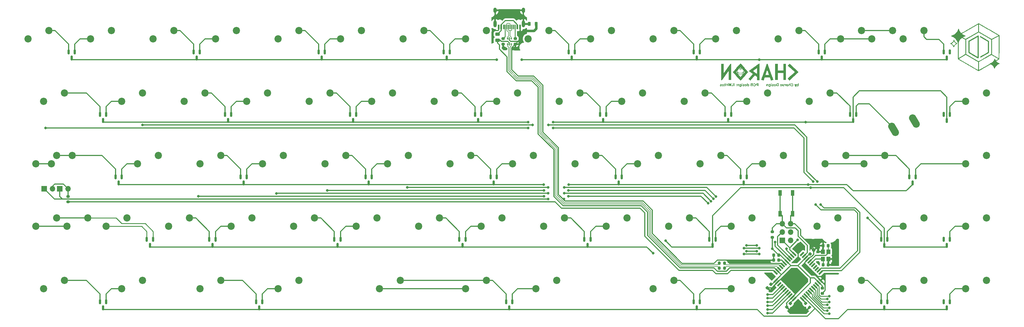
<source format=gbr>
%TF.GenerationSoftware,KiCad,Pcbnew,(5.99.0-11177-g6c67dfa032)*%
%TF.CreationDate,2021-09-16T00:44:04+03:00*%
%TF.ProjectId,Charon_32U4_Solder,43686172-6f6e-45f3-9332-55345f536f6c,rev?*%
%TF.SameCoordinates,Original*%
%TF.FileFunction,Copper,L2,Bot*%
%TF.FilePolarity,Positive*%
%FSLAX46Y46*%
G04 Gerber Fmt 4.6, Leading zero omitted, Abs format (unit mm)*
G04 Created by KiCad (PCBNEW (5.99.0-11177-g6c67dfa032)) date 2021-09-16 00:44:04*
%MOMM*%
%LPD*%
G01*
G04 APERTURE LIST*
G04 Aperture macros list*
%AMRoundRect*
0 Rectangle with rounded corners*
0 $1 Rounding radius*
0 $2 $3 $4 $5 $6 $7 $8 $9 X,Y pos of 4 corners*
0 Add a 4 corners polygon primitive as box body*
4,1,4,$2,$3,$4,$5,$6,$7,$8,$9,$2,$3,0*
0 Add four circle primitives for the rounded corners*
1,1,$1+$1,$2,$3*
1,1,$1+$1,$4,$5*
1,1,$1+$1,$6,$7*
1,1,$1+$1,$8,$9*
0 Add four rect primitives between the rounded corners*
20,1,$1+$1,$2,$3,$4,$5,0*
20,1,$1+$1,$4,$5,$6,$7,0*
20,1,$1+$1,$6,$7,$8,$9,0*
20,1,$1+$1,$8,$9,$2,$3,0*%
%AMRotRect*
0 Rectangle, with rotation*
0 The origin of the aperture is its center*
0 $1 length*
0 $2 width*
0 $3 Rotation angle, in degrees counterclockwise*
0 Add horizontal line*
21,1,$1,$2,0,0,$3*%
G04 Aperture macros list end*
%TA.AperFunction,ComponentPad*%
%ADD10C,2.200000*%
%TD*%
%TA.AperFunction,SMDPad,CuDef*%
%ADD11R,1.200000X1.400000*%
%TD*%
%TA.AperFunction,SMDPad,CuDef*%
%ADD12R,0.600000X1.450000*%
%TD*%
%TA.AperFunction,SMDPad,CuDef*%
%ADD13R,0.300000X1.450000*%
%TD*%
%TA.AperFunction,ComponentPad*%
%ADD14O,1.000000X2.100000*%
%TD*%
%TA.AperFunction,ComponentPad*%
%ADD15O,1.000000X1.600000*%
%TD*%
%TA.AperFunction,SMDPad,CuDef*%
%ADD16RoundRect,0.150000X-0.150000X0.587500X-0.150000X-0.587500X0.150000X-0.587500X0.150000X0.587500X0*%
%TD*%
%TA.AperFunction,SMDPad,CuDef*%
%ADD17R,1.000000X1.700000*%
%TD*%
%TA.AperFunction,SMDPad,CuDef*%
%ADD18RoundRect,0.200000X-0.200000X-0.275000X0.200000X-0.275000X0.200000X0.275000X-0.200000X0.275000X0*%
%TD*%
%TA.AperFunction,SMDPad,CuDef*%
%ADD19RoundRect,0.225000X-0.250000X0.225000X-0.250000X-0.225000X0.250000X-0.225000X0.250000X0.225000X0*%
%TD*%
%TA.AperFunction,SMDPad,CuDef*%
%ADD20RotRect,1.500000X0.550000X315.000000*%
%TD*%
%TA.AperFunction,SMDPad,CuDef*%
%ADD21RotRect,1.500000X0.550000X225.000000*%
%TD*%
%TA.AperFunction,SMDPad,CuDef*%
%ADD22RoundRect,0.218750X-0.218750X-0.381250X0.218750X-0.381250X0.218750X0.381250X-0.218750X0.381250X0*%
%TD*%
%TA.AperFunction,SMDPad,CuDef*%
%ADD23RoundRect,0.200000X-0.275000X0.200000X-0.275000X-0.200000X0.275000X-0.200000X0.275000X0.200000X0*%
%TD*%
%TA.AperFunction,SMDPad,CuDef*%
%ADD24RoundRect,0.243750X-0.456250X0.243750X-0.456250X-0.243750X0.456250X-0.243750X0.456250X0.243750X0*%
%TD*%
%TA.AperFunction,ComponentPad*%
%ADD25R,1.700000X1.700000*%
%TD*%
%TA.AperFunction,ComponentPad*%
%ADD26O,1.700000X1.700000*%
%TD*%
%TA.AperFunction,SMDPad,CuDef*%
%ADD27RoundRect,0.225000X0.017678X-0.335876X0.335876X-0.017678X-0.017678X0.335876X-0.335876X0.017678X0*%
%TD*%
%TA.AperFunction,SMDPad,CuDef*%
%ADD28RoundRect,0.200000X-0.335876X-0.053033X-0.053033X-0.335876X0.335876X0.053033X0.053033X0.335876X0*%
%TD*%
%TA.AperFunction,SMDPad,CuDef*%
%ADD29RoundRect,0.225000X0.225000X0.250000X-0.225000X0.250000X-0.225000X-0.250000X0.225000X-0.250000X0*%
%TD*%
%TA.AperFunction,SMDPad,CuDef*%
%ADD30RoundRect,0.225000X-0.017678X0.335876X-0.335876X0.017678X0.017678X-0.335876X0.335876X-0.017678X0*%
%TD*%
%TA.AperFunction,SMDPad,CuDef*%
%ADD31RoundRect,0.200000X0.275000X-0.200000X0.275000X0.200000X-0.275000X0.200000X-0.275000X-0.200000X0*%
%TD*%
%TA.AperFunction,SMDPad,CuDef*%
%ADD32RoundRect,0.225000X-0.225000X-0.250000X0.225000X-0.250000X0.225000X0.250000X-0.225000X0.250000X0*%
%TD*%
%TA.AperFunction,SMDPad,CuDef*%
%ADD33R,0.375000X0.500000*%
%TD*%
%TA.AperFunction,SMDPad,CuDef*%
%ADD34R,0.300000X0.650000*%
%TD*%
%TA.AperFunction,ViaPad*%
%ADD35C,0.800000*%
%TD*%
%TA.AperFunction,Conductor*%
%ADD36C,0.350000*%
%TD*%
%TA.AperFunction,Conductor*%
%ADD37C,0.300000*%
%TD*%
%TA.AperFunction,Conductor*%
%ADD38C,0.800000*%
%TD*%
%TA.AperFunction,Conductor*%
%ADD39C,0.250000*%
%TD*%
%TA.AperFunction,Conductor*%
%ADD40C,0.600000*%
%TD*%
%TA.AperFunction,Conductor*%
%ADD41C,0.200000*%
%TD*%
%TA.AperFunction,Conductor*%
%ADD42C,2.200000*%
%TD*%
G04 APERTURE END LIST*
%TO.C,G\u002A\u002A\u002A*%
G36*
X351790282Y-55130147D02*
G01*
X351790104Y-55169910D01*
X351789924Y-55212849D01*
X351789741Y-55259086D01*
X351789557Y-55308741D01*
X351789369Y-55361937D01*
X351789179Y-55418795D01*
X351788985Y-55479436D01*
X351788787Y-55543983D01*
X351788585Y-55612555D01*
X351788379Y-55685276D01*
X351788167Y-55762266D01*
X351787951Y-55843647D01*
X351787729Y-55929540D01*
X351787501Y-56020068D01*
X351787267Y-56115350D01*
X351787026Y-56215510D01*
X351786778Y-56320667D01*
X351786523Y-56430945D01*
X351786261Y-56546464D01*
X351785990Y-56667346D01*
X351785711Y-56793712D01*
X351785424Y-56925684D01*
X351785127Y-57063383D01*
X351784821Y-57206931D01*
X351784505Y-57356449D01*
X351784179Y-57512059D01*
X351783843Y-57673882D01*
X351783496Y-57842039D01*
X351783138Y-58016654D01*
X351782768Y-58197845D01*
X351782387Y-58385736D01*
X351781993Y-58580448D01*
X351781587Y-58782102D01*
X351781168Y-58990819D01*
X351780736Y-59206722D01*
X351780290Y-59429931D01*
X351779831Y-59660568D01*
X351779357Y-59898755D01*
X351778868Y-60144613D01*
X351778782Y-60188260D01*
X351778502Y-60328311D01*
X351778234Y-60460843D01*
X351777977Y-60586063D01*
X351777730Y-60704181D01*
X351777492Y-60815407D01*
X351777261Y-60919951D01*
X351777036Y-61018020D01*
X351776816Y-61109825D01*
X351776599Y-61195575D01*
X351776386Y-61275480D01*
X351776174Y-61349747D01*
X351775962Y-61418588D01*
X351775749Y-61482211D01*
X351775534Y-61540826D01*
X351775316Y-61594641D01*
X351775093Y-61643867D01*
X351774865Y-61688712D01*
X351774629Y-61729386D01*
X351774386Y-61766098D01*
X351774133Y-61799057D01*
X351773870Y-61828473D01*
X351773595Y-61854556D01*
X351773307Y-61877513D01*
X351773006Y-61897556D01*
X351772689Y-61914892D01*
X351772355Y-61929732D01*
X351772005Y-61942285D01*
X351771635Y-61952759D01*
X351771476Y-61956268D01*
X351771245Y-61961365D01*
X351770835Y-61968311D01*
X351770402Y-61973808D01*
X351769945Y-61978064D01*
X351769464Y-61981288D01*
X351768957Y-61983690D01*
X351768422Y-61985479D01*
X351758679Y-62004314D01*
X351743551Y-62022494D01*
X351743277Y-62022757D01*
X351738433Y-62026637D01*
X351730073Y-62032427D01*
X351717946Y-62040275D01*
X351701799Y-62050329D01*
X351681383Y-62062737D01*
X351656444Y-62077647D01*
X351626732Y-62095207D01*
X351591996Y-62115565D01*
X351551984Y-62138869D01*
X351506444Y-62165267D01*
X351455125Y-62194906D01*
X351397777Y-62227936D01*
X351334147Y-62264503D01*
X351263984Y-62304756D01*
X351232913Y-62322572D01*
X351178492Y-62353798D01*
X351126113Y-62383875D01*
X351076172Y-62412577D01*
X351029060Y-62439677D01*
X350985171Y-62464948D01*
X350944898Y-62488163D01*
X350908636Y-62509095D01*
X350876776Y-62527517D01*
X350849713Y-62543203D01*
X350827839Y-62555925D01*
X350811548Y-62565456D01*
X350801234Y-62571569D01*
X350797289Y-62574038D01*
X350796119Y-62575663D01*
X350796291Y-62579862D01*
X350799803Y-62586704D01*
X350807262Y-62597254D01*
X350819275Y-62612576D01*
X350856585Y-62657528D01*
X350934219Y-62742502D01*
X351017575Y-62823307D01*
X351105699Y-62899097D01*
X351197636Y-62969024D01*
X351292431Y-63032241D01*
X351318783Y-63048420D01*
X351382306Y-63085676D01*
X351444625Y-63119519D01*
X351507528Y-63150813D01*
X351572804Y-63180425D01*
X351642240Y-63209221D01*
X351717627Y-63238066D01*
X351725286Y-63240926D01*
X351750877Y-63251178D01*
X351770430Y-63260486D01*
X351785167Y-63269576D01*
X351796306Y-63279170D01*
X351805068Y-63289995D01*
X351809271Y-63296555D01*
X351821388Y-63323670D01*
X351826258Y-63351700D01*
X351823933Y-63379578D01*
X351814469Y-63406234D01*
X351797920Y-63430598D01*
X351796076Y-63432645D01*
X351778998Y-63447256D01*
X351757808Y-63457961D01*
X351730816Y-63465641D01*
X351719818Y-63468492D01*
X351701442Y-63474166D01*
X351678077Y-63482000D01*
X351650914Y-63491573D01*
X351621143Y-63502466D01*
X351589955Y-63514257D01*
X351558541Y-63526525D01*
X351535858Y-63535859D01*
X351492853Y-63554926D01*
X351446155Y-63577105D01*
X351397461Y-63601537D01*
X351348468Y-63627360D01*
X351300875Y-63653713D01*
X351256377Y-63679736D01*
X351242512Y-63688177D01*
X351139332Y-63756048D01*
X351041453Y-63829584D01*
X350949006Y-63908641D01*
X350862122Y-63993073D01*
X350780934Y-64082738D01*
X350705574Y-64177490D01*
X350636173Y-64277185D01*
X350572864Y-64381678D01*
X350515778Y-64490825D01*
X350503739Y-64516302D01*
X350473751Y-64585413D01*
X350444883Y-64660413D01*
X350416762Y-64742251D01*
X350411344Y-64758441D01*
X350401455Y-64784847D01*
X350391774Y-64805365D01*
X350381467Y-64821162D01*
X350369702Y-64833405D01*
X350355644Y-64843262D01*
X350338461Y-64851898D01*
X350331598Y-64854529D01*
X350308419Y-64859332D01*
X350283624Y-64859626D01*
X350260858Y-64855254D01*
X350248061Y-64850238D01*
X350230079Y-64839544D01*
X350212875Y-64824131D01*
X350194787Y-64802676D01*
X350189454Y-64795582D01*
X350182462Y-64785458D01*
X350176495Y-64775189D01*
X350170887Y-64763314D01*
X350164973Y-64748374D01*
X350158088Y-64728909D01*
X350149566Y-64703460D01*
X350143178Y-64684318D01*
X350125702Y-64634165D01*
X350108561Y-64588655D01*
X350090859Y-64545572D01*
X350071699Y-64502699D01*
X350050184Y-64457821D01*
X350035461Y-64428566D01*
X349979573Y-64327356D01*
X349918440Y-64231373D01*
X349851495Y-64139826D01*
X349778171Y-64051924D01*
X349697899Y-63966876D01*
X349691531Y-63960541D01*
X349615007Y-63888862D01*
X349535079Y-63822166D01*
X349450927Y-63759878D01*
X349361734Y-63701425D01*
X349266678Y-63646233D01*
X349164941Y-63593728D01*
X349152252Y-63587565D01*
X349129370Y-63576644D01*
X349112091Y-63568775D01*
X349099509Y-63563604D01*
X349090720Y-63560774D01*
X349084819Y-63559931D01*
X349080900Y-63560718D01*
X349078535Y-63562033D01*
X349069630Y-63567094D01*
X349054320Y-63575841D01*
X349032800Y-63588160D01*
X349005269Y-63603937D01*
X348971924Y-63623058D01*
X348932962Y-63645411D01*
X348888581Y-63670881D01*
X348838979Y-63699357D01*
X348784352Y-63730723D01*
X348724898Y-63764867D01*
X348660814Y-63801675D01*
X348592298Y-63841034D01*
X348519548Y-63882830D01*
X348442760Y-63926951D01*
X348362132Y-63973282D01*
X348277862Y-64021710D01*
X348190147Y-64072122D01*
X348099184Y-64124404D01*
X348005170Y-64178443D01*
X347908304Y-64234125D01*
X347808782Y-64291338D01*
X347706803Y-64349967D01*
X347602562Y-64409900D01*
X347496259Y-64471022D01*
X347388089Y-64533221D01*
X347278251Y-64596383D01*
X347195228Y-64644121D01*
X347086540Y-64706599D01*
X346979637Y-64768032D01*
X346874720Y-64828304D01*
X346771987Y-64887303D01*
X346671636Y-64944915D01*
X346573867Y-65001027D01*
X346478877Y-65055524D01*
X346386865Y-65108293D01*
X346298031Y-65159220D01*
X346212572Y-65208191D01*
X346130688Y-65255094D01*
X346052577Y-65299813D01*
X345978438Y-65342236D01*
X345908470Y-65382249D01*
X345842871Y-65419738D01*
X345781839Y-65454590D01*
X345725575Y-65486690D01*
X345674275Y-65515925D01*
X345628140Y-65542182D01*
X345587367Y-65565347D01*
X345552155Y-65585305D01*
X345522704Y-65601944D01*
X345499211Y-65615150D01*
X345481875Y-65624809D01*
X345470895Y-65630807D01*
X345466471Y-65633031D01*
X345463493Y-65633837D01*
X345452384Y-65636389D01*
X345441904Y-65637644D01*
X345431243Y-65637301D01*
X345419588Y-65635056D01*
X345406127Y-65630607D01*
X345390050Y-65623650D01*
X345370545Y-65613883D01*
X345346800Y-65601003D01*
X345318004Y-65584707D01*
X345283344Y-65564692D01*
X345281545Y-65563647D01*
X345270403Y-65557184D01*
X345252762Y-65546953D01*
X345228816Y-65533067D01*
X345198757Y-65515637D01*
X345162778Y-65494775D01*
X345121073Y-65470593D01*
X345073834Y-65443204D01*
X345021255Y-65412719D01*
X344963528Y-65379249D01*
X344900846Y-65342907D01*
X344833404Y-65303806D01*
X344761392Y-65262055D01*
X344685006Y-65217769D01*
X344604437Y-65171057D01*
X344519879Y-65122033D01*
X344431524Y-65070809D01*
X344339566Y-65017495D01*
X344244199Y-64962205D01*
X344145613Y-64905050D01*
X344044004Y-64846141D01*
X343939564Y-64785592D01*
X343832485Y-64723513D01*
X343722961Y-64660017D01*
X343611186Y-64595215D01*
X343497351Y-64529219D01*
X343381651Y-64462143D01*
X343264277Y-64394096D01*
X343145424Y-64325191D01*
X343025283Y-64255541D01*
X342904049Y-64185256D01*
X342781914Y-64114450D01*
X342659072Y-64043233D01*
X342535714Y-63971718D01*
X342412035Y-63900017D01*
X342288227Y-63828241D01*
X342164484Y-63756502D01*
X342040998Y-63684913D01*
X341917962Y-63613585D01*
X341795570Y-63542630D01*
X341674014Y-63472160D01*
X341553488Y-63402288D01*
X341434184Y-63333124D01*
X341316296Y-63264781D01*
X341200016Y-63197370D01*
X341085538Y-63131004D01*
X340973055Y-63065795D01*
X340862760Y-63001854D01*
X340754845Y-62939294D01*
X340649504Y-62878225D01*
X340546930Y-62818761D01*
X340447316Y-62761013D01*
X340350854Y-62705093D01*
X340257738Y-62651112D01*
X340168162Y-62599184D01*
X340082317Y-62549419D01*
X340000397Y-62501929D01*
X339922596Y-62456827D01*
X339849105Y-62414225D01*
X339780119Y-62374234D01*
X339715829Y-62336966D01*
X339656430Y-62302533D01*
X339602114Y-62271047D01*
X339553074Y-62242620D01*
X339509503Y-62217364D01*
X339471595Y-62195391D01*
X339439542Y-62176812D01*
X339413537Y-62161740D01*
X339393774Y-62150287D01*
X339380445Y-62142564D01*
X339361226Y-62131428D01*
X339321095Y-62108175D01*
X339286984Y-62088428D01*
X339258384Y-62071915D01*
X339234783Y-62058364D01*
X339215672Y-62047505D01*
X339200541Y-62039065D01*
X339188879Y-62032774D01*
X339180175Y-62028360D01*
X339173921Y-62025551D01*
X339169605Y-62024075D01*
X339166717Y-62023662D01*
X339164746Y-62024040D01*
X339163184Y-62024937D01*
X339161519Y-62026081D01*
X339158733Y-62027665D01*
X339155237Y-62027478D01*
X339154459Y-62020852D01*
X339154102Y-62018080D01*
X339150005Y-62008214D01*
X339142802Y-61997936D01*
X339134570Y-61987138D01*
X339124947Y-61970418D01*
X339118186Y-61953728D01*
X339115582Y-61939835D01*
X339113730Y-61931164D01*
X339110977Y-61926634D01*
X339442568Y-61926634D01*
X339453392Y-61933318D01*
X339453932Y-61933638D01*
X339459991Y-61937171D01*
X339472534Y-61944463D01*
X339491367Y-61955400D01*
X339516295Y-61969870D01*
X339547123Y-61987760D01*
X339583656Y-62008956D01*
X339625700Y-62033346D01*
X339673060Y-62060817D01*
X339725542Y-62091257D01*
X339782951Y-62124552D01*
X339845091Y-62160589D01*
X339911769Y-62199256D01*
X339982790Y-62240440D01*
X340057959Y-62284028D01*
X340137082Y-62329907D01*
X340219963Y-62377964D01*
X340306408Y-62428087D01*
X340396223Y-62480162D01*
X340489212Y-62534077D01*
X340585182Y-62589719D01*
X340683937Y-62646975D01*
X340785282Y-62705732D01*
X340889024Y-62765877D01*
X340994967Y-62827298D01*
X341102917Y-62889882D01*
X341212678Y-62953515D01*
X341324058Y-63018085D01*
X341436859Y-63083479D01*
X341550889Y-63149584D01*
X341665952Y-63216288D01*
X341781854Y-63283477D01*
X341898400Y-63351038D01*
X342015395Y-63418860D01*
X342132645Y-63486828D01*
X342249955Y-63554830D01*
X342367130Y-63622754D01*
X342483976Y-63690486D01*
X342600297Y-63757913D01*
X342715900Y-63824923D01*
X342830590Y-63891403D01*
X342944172Y-63957240D01*
X343056450Y-64022321D01*
X343167232Y-64086533D01*
X343276321Y-64149764D01*
X343383524Y-64211900D01*
X343488645Y-64272829D01*
X343591490Y-64332437D01*
X343691864Y-64390613D01*
X343789573Y-64447243D01*
X343884422Y-64502213D01*
X343976216Y-64555413D01*
X344064760Y-64606728D01*
X344149860Y-64656045D01*
X344231322Y-64703253D01*
X344308950Y-64748237D01*
X344382550Y-64790886D01*
X344451927Y-64831086D01*
X344516887Y-64868724D01*
X344577234Y-64903688D01*
X344632775Y-64935864D01*
X344683314Y-64965141D01*
X344715300Y-64983669D01*
X344777774Y-65019852D01*
X344838321Y-65054915D01*
X344896599Y-65088659D01*
X344952262Y-65120884D01*
X345004967Y-65151392D01*
X345054370Y-65179984D01*
X345100127Y-65206460D01*
X345141894Y-65230622D01*
X345179326Y-65252270D01*
X345212080Y-65271206D01*
X345239811Y-65287230D01*
X345262177Y-65300143D01*
X345278831Y-65309747D01*
X345289431Y-65315842D01*
X345293633Y-65318229D01*
X345301974Y-65322618D01*
X345304365Y-64219081D01*
X345304428Y-64190206D01*
X345304643Y-64096729D01*
X345304868Y-64004594D01*
X345305103Y-63914157D01*
X345305347Y-63825777D01*
X345305598Y-63739814D01*
X345305855Y-63656625D01*
X345306116Y-63576568D01*
X345306379Y-63500003D01*
X345306645Y-63427287D01*
X345306910Y-63358780D01*
X345307175Y-63294839D01*
X345307436Y-63235823D01*
X345307694Y-63182091D01*
X345307947Y-63134000D01*
X345308193Y-63091910D01*
X345308431Y-63056179D01*
X345308659Y-63027165D01*
X345308876Y-63005227D01*
X345309082Y-62990723D01*
X345311246Y-62874520D01*
X345558034Y-62874520D01*
X345558388Y-63047632D01*
X345558419Y-63061510D01*
X345558483Y-63086255D01*
X345558571Y-63118104D01*
X345558682Y-63156667D01*
X345558815Y-63201553D01*
X345558969Y-63252373D01*
X345559142Y-63308736D01*
X345559334Y-63370252D01*
X345559542Y-63436530D01*
X345559766Y-63507181D01*
X345560004Y-63581813D01*
X345560256Y-63660038D01*
X345560520Y-63741464D01*
X345560794Y-63825701D01*
X345561078Y-63912359D01*
X345561370Y-64001048D01*
X345561670Y-64091378D01*
X345561975Y-64182958D01*
X345562284Y-64275397D01*
X345565826Y-65330050D01*
X347208118Y-64385632D01*
X347272975Y-64348335D01*
X347376961Y-64288539D01*
X347479125Y-64229793D01*
X347579261Y-64172214D01*
X347677164Y-64115922D01*
X347772628Y-64061033D01*
X347865447Y-64007668D01*
X347955417Y-63955942D01*
X348042331Y-63905975D01*
X348125984Y-63857885D01*
X348206171Y-63811790D01*
X348282686Y-63767807D01*
X348355323Y-63726056D01*
X348423876Y-63686654D01*
X348488142Y-63649720D01*
X348547913Y-63615371D01*
X348602984Y-63583725D01*
X348653150Y-63554902D01*
X348698205Y-63529018D01*
X348737944Y-63506193D01*
X348772161Y-63486544D01*
X348800651Y-63470189D01*
X348823207Y-63457246D01*
X348839625Y-63447835D01*
X348849699Y-63442072D01*
X348853224Y-63440075D01*
X348853809Y-63438700D01*
X348852951Y-63431834D01*
X348849912Y-63421404D01*
X348848226Y-63416060D01*
X348844620Y-63390015D01*
X348847781Y-63363866D01*
X348857037Y-63339017D01*
X348871715Y-63316871D01*
X348891144Y-63298831D01*
X348914650Y-63286301D01*
X348919582Y-63284352D01*
X348931591Y-63278584D01*
X348940025Y-63273151D01*
X348945333Y-63269005D01*
X348952271Y-63264646D01*
X348961530Y-63259903D01*
X348974114Y-63254332D01*
X348991029Y-63247489D01*
X349013279Y-63238932D01*
X349041869Y-63228216D01*
X349137588Y-63190217D01*
X349233605Y-63146724D01*
X349326984Y-63098573D01*
X349419464Y-63044864D01*
X349512781Y-62984700D01*
X349554213Y-62955839D01*
X349646639Y-62884779D01*
X349734884Y-62807481D01*
X349818547Y-62724412D01*
X349897226Y-62636041D01*
X349970517Y-62542834D01*
X350038020Y-62445259D01*
X350099331Y-62343784D01*
X350154050Y-62238876D01*
X350167234Y-62211026D01*
X350184118Y-62173488D01*
X350199656Y-62136305D01*
X350214638Y-62097492D01*
X350229851Y-62055068D01*
X350246082Y-62007046D01*
X350247217Y-62003622D01*
X350255398Y-61979727D01*
X350263373Y-61957659D01*
X350270607Y-61938820D01*
X350276564Y-61924608D01*
X350280709Y-61916427D01*
X350284983Y-61910501D01*
X350302994Y-61893057D01*
X350325671Y-61879207D01*
X350350852Y-61870073D01*
X350376373Y-61866779D01*
X350393099Y-61868915D01*
X350414294Y-61875761D01*
X350434963Y-61886096D01*
X350452103Y-61898653D01*
X350468550Y-61917630D01*
X350480948Y-61942041D01*
X350488472Y-61971784D01*
X350488683Y-61973046D01*
X350492820Y-61991409D01*
X350499716Y-62015517D01*
X350508917Y-62044135D01*
X350519973Y-62076029D01*
X350532431Y-62109966D01*
X350545840Y-62144711D01*
X350559747Y-62179031D01*
X350573700Y-62211693D01*
X350587248Y-62241461D01*
X350594568Y-62256628D01*
X350605123Y-62277734D01*
X350616539Y-62299902D01*
X350628195Y-62321987D01*
X350639468Y-62342840D01*
X350649738Y-62361315D01*
X350658382Y-62376265D01*
X350664778Y-62386541D01*
X350668305Y-62390999D01*
X350669176Y-62390942D01*
X350675734Y-62388237D01*
X350687817Y-62382206D01*
X350704569Y-62373307D01*
X350725137Y-62362001D01*
X350748666Y-62348747D01*
X350774300Y-62334005D01*
X350775462Y-62333330D01*
X350840813Y-62295366D01*
X350904372Y-62258426D01*
X350965808Y-62222702D01*
X351024793Y-62188386D01*
X351080995Y-62155670D01*
X351134086Y-62124748D01*
X351183735Y-62095812D01*
X351229612Y-62069053D01*
X351271388Y-62044666D01*
X351308732Y-62022841D01*
X351341316Y-62003772D01*
X351368808Y-61987651D01*
X351390879Y-61974671D01*
X351407200Y-61965023D01*
X351417440Y-61958901D01*
X351421269Y-61956498D01*
X351421301Y-61956268D01*
X351417550Y-61952761D01*
X351407493Y-61945482D01*
X351391442Y-61934632D01*
X351369713Y-61920409D01*
X351342618Y-61903011D01*
X351310471Y-61882639D01*
X351273586Y-61859491D01*
X351232277Y-61833766D01*
X351186857Y-61805663D01*
X351137640Y-61775380D01*
X351084940Y-61743118D01*
X351083381Y-61742166D01*
X351062341Y-61729290D01*
X351035644Y-61712918D01*
X351004184Y-61693598D01*
X350968854Y-61671882D01*
X350930548Y-61648318D01*
X350890161Y-61623456D01*
X350848585Y-61597847D01*
X350806714Y-61572040D01*
X350765443Y-61546584D01*
X350749880Y-61536984D01*
X350689398Y-61499703D01*
X350627022Y-61461299D01*
X350563200Y-61422047D01*
X350498381Y-61382222D01*
X350433015Y-61342096D01*
X350367549Y-61301945D01*
X350302434Y-61262043D01*
X350238117Y-61222664D01*
X350175048Y-61184082D01*
X350113676Y-61146571D01*
X350054449Y-61110407D01*
X349997816Y-61075862D01*
X349944226Y-61043212D01*
X349894129Y-61012730D01*
X349847972Y-60984691D01*
X349806205Y-60959369D01*
X349769276Y-60937038D01*
X349737635Y-60917973D01*
X349711731Y-60902447D01*
X349692011Y-60890736D01*
X349690526Y-60889860D01*
X349673176Y-60879561D01*
X349650435Y-60865979D01*
X349623450Y-60849801D01*
X349593369Y-60831718D01*
X349561338Y-60812419D01*
X349528504Y-60792593D01*
X349496013Y-60772929D01*
X349358459Y-60689574D01*
X349266131Y-60742494D01*
X349260206Y-60745894D01*
X349246378Y-60753835D01*
X349226156Y-60765453D01*
X349199748Y-60780628D01*
X349167364Y-60799239D01*
X349129213Y-60821167D01*
X349085503Y-60846291D01*
X349036445Y-60874492D01*
X348982245Y-60905648D01*
X348923115Y-60939640D01*
X348859262Y-60976348D01*
X348790896Y-61015652D01*
X348718226Y-61057431D01*
X348641460Y-61101565D01*
X348560808Y-61147934D01*
X348476478Y-61196419D01*
X348388680Y-61246898D01*
X348297623Y-61299251D01*
X348203515Y-61353360D01*
X348106566Y-61409102D01*
X348006984Y-61466359D01*
X347904980Y-61525009D01*
X347800760Y-61584934D01*
X347694535Y-61646012D01*
X347586514Y-61708124D01*
X347476905Y-61771149D01*
X347365918Y-61834968D01*
X345573023Y-62865901D01*
X345558034Y-62874520D01*
X345311246Y-62874520D01*
X345311407Y-62865901D01*
X345230165Y-62818880D01*
X345226836Y-62816953D01*
X345215179Y-62810200D01*
X345197093Y-62799720D01*
X345172787Y-62785634D01*
X345142471Y-62768063D01*
X345106353Y-62747128D01*
X345064643Y-62722952D01*
X345017549Y-62695654D01*
X344965281Y-62665356D01*
X344908048Y-62632180D01*
X344846059Y-62596247D01*
X344779523Y-62557677D01*
X344708649Y-62516593D01*
X344633646Y-62473114D01*
X344554724Y-62427363D01*
X344472092Y-62379461D01*
X344385958Y-62329529D01*
X344296532Y-62277688D01*
X344204023Y-62224060D01*
X344108640Y-62168765D01*
X344010592Y-62111925D01*
X343910088Y-62053661D01*
X343807338Y-61994094D01*
X343702550Y-61933346D01*
X343595934Y-61871537D01*
X343487698Y-61808789D01*
X343378052Y-61745224D01*
X343319431Y-61711239D01*
X343210759Y-61648239D01*
X343103689Y-61586167D01*
X342998425Y-61525143D01*
X342895175Y-61465287D01*
X342794143Y-61406716D01*
X342695535Y-61349552D01*
X342599556Y-61293912D01*
X342506412Y-61239916D01*
X342416310Y-61187683D01*
X342329453Y-61137332D01*
X342246049Y-61088983D01*
X342166302Y-61042755D01*
X342090418Y-60998766D01*
X342018603Y-60957137D01*
X341951062Y-60917985D01*
X341888001Y-60881431D01*
X341829626Y-60847594D01*
X341776142Y-60816592D01*
X341727754Y-60788545D01*
X341684669Y-60763573D01*
X341647092Y-60741793D01*
X341615229Y-60723327D01*
X341589285Y-60708291D01*
X341569465Y-60696807D01*
X341555976Y-60688993D01*
X341549023Y-60684968D01*
X341490864Y-60651349D01*
X341476941Y-60659717D01*
X341472930Y-60662159D01*
X341461145Y-60669431D01*
X341443592Y-60680329D01*
X341420798Y-60694524D01*
X341393285Y-60711689D01*
X341361579Y-60731496D01*
X341326204Y-60753616D01*
X341287684Y-60777721D01*
X341246543Y-60803483D01*
X341203306Y-60830574D01*
X341158497Y-60858665D01*
X341112641Y-60887429D01*
X341066262Y-60916536D01*
X341019885Y-60945660D01*
X340974033Y-60974471D01*
X340969896Y-60977071D01*
X340922184Y-61007025D01*
X340868807Y-61040480D01*
X340810412Y-61077034D01*
X340747644Y-61116285D01*
X340681148Y-61157832D01*
X340611570Y-61201271D01*
X340539557Y-61246202D01*
X340465753Y-61292221D01*
X340390804Y-61338928D01*
X340315356Y-61385919D01*
X340240055Y-61432794D01*
X340165546Y-61479149D01*
X340092476Y-61524582D01*
X340021489Y-61568693D01*
X339953231Y-61611078D01*
X339888348Y-61651336D01*
X339827486Y-61689065D01*
X339771290Y-61723861D01*
X339720407Y-61755325D01*
X339675481Y-61783053D01*
X339442568Y-61926634D01*
X339110977Y-61926634D01*
X339107828Y-61921452D01*
X339103667Y-61916997D01*
X339102563Y-61913254D01*
X339106854Y-61910037D01*
X339107706Y-61909289D01*
X339108571Y-61907630D01*
X339109350Y-61904730D01*
X339110047Y-61900205D01*
X339110668Y-61893669D01*
X339111218Y-61884736D01*
X339111703Y-61873021D01*
X339112128Y-61858138D01*
X339112499Y-61839703D01*
X339112822Y-61817329D01*
X339113100Y-61790632D01*
X339113341Y-61759225D01*
X339113550Y-61722724D01*
X339113732Y-61680742D01*
X339113892Y-61632896D01*
X339114036Y-61578798D01*
X339114169Y-61518064D01*
X339114298Y-61450308D01*
X339114426Y-61375145D01*
X339114479Y-61343726D01*
X339114557Y-61298453D01*
X339114650Y-61245992D01*
X339114756Y-61186679D01*
X339114875Y-61120845D01*
X339115006Y-61048825D01*
X339115150Y-60970952D01*
X339115304Y-60887559D01*
X339115469Y-60798979D01*
X339115644Y-60705547D01*
X339115722Y-60664206D01*
X339334040Y-60664206D01*
X339334050Y-60781937D01*
X339334095Y-60891983D01*
X339334174Y-60994351D01*
X339334288Y-61089050D01*
X339334437Y-61176086D01*
X339334620Y-61255466D01*
X339334838Y-61327200D01*
X339335091Y-61391293D01*
X339335379Y-61447753D01*
X339335701Y-61496588D01*
X339336058Y-61537805D01*
X339336450Y-61571412D01*
X339336877Y-61597416D01*
X339337338Y-61615824D01*
X339337834Y-61626644D01*
X339338365Y-61629884D01*
X339338733Y-61629520D01*
X339343946Y-61625799D01*
X339347173Y-61627555D01*
X339348816Y-61635547D01*
X339349275Y-61650534D01*
X339349657Y-61663004D01*
X339350709Y-61672255D01*
X339352197Y-61675750D01*
X339353595Y-61675102D01*
X339360781Y-61670949D01*
X339373282Y-61663378D01*
X339390293Y-61652889D01*
X339411006Y-61639979D01*
X339434617Y-61625148D01*
X339460319Y-61608894D01*
X339480061Y-61596381D01*
X339523944Y-61568639D01*
X339573710Y-61537258D01*
X339628868Y-61502547D01*
X339688925Y-61464812D01*
X339753388Y-61424362D01*
X339821764Y-61381503D01*
X339893560Y-61336545D01*
X339968283Y-61289794D01*
X340045441Y-61241558D01*
X340124540Y-61192146D01*
X340205088Y-61141864D01*
X340286592Y-61091020D01*
X340368559Y-61039923D01*
X340450497Y-60988880D01*
X340531912Y-60938198D01*
X340612311Y-60888185D01*
X340691202Y-60839149D01*
X340768092Y-60791398D01*
X340842487Y-60745240D01*
X340913896Y-60700981D01*
X340981826Y-60658931D01*
X341007614Y-60642976D01*
X341049571Y-60617012D01*
X341090912Y-60591420D01*
X341130885Y-60566668D01*
X341168739Y-60543220D01*
X341203723Y-60521543D01*
X341235084Y-60502101D01*
X341262073Y-60485361D01*
X341283936Y-60471787D01*
X341299922Y-60461846D01*
X341330701Y-60442680D01*
X341627743Y-60442680D01*
X342877917Y-61167304D01*
X342886212Y-61172112D01*
X342985207Y-61229491D01*
X343085888Y-61287847D01*
X343187831Y-61346935D01*
X343290615Y-61406510D01*
X343393820Y-61466329D01*
X343497024Y-61526148D01*
X343599806Y-61585721D01*
X343701744Y-61644806D01*
X343802418Y-61703157D01*
X343901405Y-61760531D01*
X343998285Y-61816683D01*
X344092635Y-61871369D01*
X344184036Y-61924346D01*
X344272065Y-61975368D01*
X344356302Y-62024191D01*
X344436324Y-62070572D01*
X344511711Y-62114267D01*
X344582041Y-62155030D01*
X344646894Y-62192618D01*
X344705847Y-62226787D01*
X344758479Y-62257292D01*
X344811887Y-62288243D01*
X344875688Y-62325207D01*
X344937618Y-62361077D01*
X344997328Y-62395651D01*
X345054471Y-62428729D01*
X345108698Y-62460109D01*
X345159663Y-62489590D01*
X345207018Y-62516971D01*
X345250413Y-62542051D01*
X345289503Y-62564629D01*
X345323938Y-62584504D01*
X345353372Y-62601475D01*
X345377455Y-62615341D01*
X345395841Y-62625900D01*
X345408182Y-62632952D01*
X345414130Y-62636296D01*
X345415520Y-62637043D01*
X345428336Y-62643538D01*
X345438587Y-62648088D01*
X345444165Y-62649748D01*
X345446246Y-62649073D01*
X345454434Y-62645187D01*
X345467345Y-62638434D01*
X345483710Y-62629487D01*
X345502257Y-62619018D01*
X345502765Y-62618726D01*
X345510263Y-62614422D01*
X345524289Y-62606364D01*
X345544641Y-62594668D01*
X345571120Y-62579449D01*
X345603525Y-62560822D01*
X345641656Y-62538903D01*
X345685311Y-62513807D01*
X345734291Y-62485648D01*
X345788396Y-62454544D01*
X345847424Y-62420607D01*
X345911175Y-62383955D01*
X345979449Y-62344702D01*
X346052045Y-62302963D01*
X346128763Y-62258853D01*
X346209403Y-62212489D01*
X346293763Y-62163985D01*
X346381644Y-62113456D01*
X346472845Y-62061018D01*
X346567165Y-62006785D01*
X346664405Y-61950874D01*
X346764363Y-61893400D01*
X346866839Y-61834477D01*
X346971633Y-61774220D01*
X347078544Y-61712747D01*
X347187372Y-61650170D01*
X347297916Y-61586606D01*
X347409976Y-61522171D01*
X349185667Y-60501125D01*
X349513880Y-60501125D01*
X349589309Y-60547611D01*
X349602817Y-60555958D01*
X349628106Y-60571653D01*
X349657623Y-60590039D01*
X349689942Y-60610222D01*
X349723633Y-60631310D01*
X349757268Y-60652410D01*
X349789419Y-60672630D01*
X349812447Y-60687118D01*
X349876820Y-60727459D01*
X349947785Y-60771722D01*
X350025266Y-60819859D01*
X350109188Y-60871825D01*
X350199475Y-60927572D01*
X350296052Y-60987054D01*
X350398843Y-61050225D01*
X350507773Y-61117039D01*
X350622767Y-61187448D01*
X350743749Y-61261406D01*
X350870643Y-61338867D01*
X350913584Y-61365068D01*
X350957006Y-61391573D01*
X350999528Y-61417540D01*
X351040430Y-61442529D01*
X351078995Y-61466099D01*
X351114502Y-61487812D01*
X351146232Y-61507227D01*
X351173466Y-61523906D01*
X351195485Y-61537407D01*
X351211569Y-61547292D01*
X351225508Y-61555859D01*
X351251492Y-61571773D01*
X351281737Y-61590245D01*
X351314782Y-61610386D01*
X351349169Y-61631307D01*
X351383436Y-61652117D01*
X351416125Y-61671927D01*
X351419394Y-61673905D01*
X351447943Y-61691168D01*
X351474551Y-61707228D01*
X351498431Y-61721614D01*
X351518797Y-61733852D01*
X351534860Y-61743470D01*
X351545834Y-61749993D01*
X351550931Y-61752950D01*
X351559108Y-61757325D01*
X351561888Y-60065534D01*
X351561966Y-60018365D01*
X351562194Y-59881297D01*
X351562436Y-59737446D01*
X351562692Y-59587540D01*
X351562959Y-59432308D01*
X351563237Y-59272479D01*
X351563523Y-59108782D01*
X351563818Y-58941945D01*
X351564119Y-58772697D01*
X351564424Y-58601768D01*
X351564734Y-58429885D01*
X351565046Y-58257778D01*
X351565360Y-58086176D01*
X351565673Y-57915807D01*
X351565985Y-57747400D01*
X351566294Y-57581684D01*
X351566598Y-57419388D01*
X351566898Y-57261241D01*
X351567190Y-57107970D01*
X351567475Y-56960306D01*
X351567750Y-56818977D01*
X351568014Y-56684712D01*
X351568057Y-56662907D01*
X351568279Y-56548957D01*
X351568492Y-56437031D01*
X351568696Y-56327382D01*
X351568890Y-56220259D01*
X351569074Y-56115913D01*
X351569248Y-56014595D01*
X351569410Y-55916556D01*
X351569562Y-55822047D01*
X351569703Y-55731318D01*
X351569832Y-55644620D01*
X351569948Y-55562204D01*
X351570053Y-55484320D01*
X351570145Y-55411220D01*
X351570223Y-55343155D01*
X351570289Y-55280374D01*
X351570341Y-55223129D01*
X351570378Y-55171670D01*
X351570402Y-55126249D01*
X351570411Y-55087115D01*
X351570405Y-55054520D01*
X351570383Y-55028715D01*
X351570346Y-55009950D01*
X351570293Y-54998477D01*
X351570224Y-54994545D01*
X351569871Y-54994354D01*
X351567962Y-54994533D01*
X351564141Y-54995866D01*
X351557856Y-54998633D01*
X351548557Y-55003114D01*
X351535693Y-55009589D01*
X351518711Y-55018338D01*
X351497062Y-55029640D01*
X351470193Y-55043775D01*
X351437553Y-55061023D01*
X351398592Y-55081663D01*
X351352553Y-55106004D01*
X351291831Y-55137941D01*
X351225470Y-55172688D01*
X351154193Y-55209875D01*
X351078722Y-55249129D01*
X350999780Y-55290079D01*
X350918088Y-55332354D01*
X350834368Y-55375583D01*
X350749343Y-55419394D01*
X350663735Y-55463416D01*
X350578266Y-55507278D01*
X350493658Y-55550609D01*
X350410634Y-55593036D01*
X350329915Y-55634190D01*
X350252224Y-55673698D01*
X350178283Y-55711189D01*
X350108815Y-55746292D01*
X350044540Y-55778636D01*
X349986182Y-55807849D01*
X349970679Y-55815593D01*
X349928024Y-55836967D01*
X349882425Y-55859899D01*
X349835536Y-55883555D01*
X349789012Y-55907096D01*
X349744507Y-55929686D01*
X349703675Y-55950489D01*
X349668171Y-55968668D01*
X349523545Y-56042969D01*
X349523543Y-56043754D01*
X349521088Y-57122638D01*
X349520912Y-57200209D01*
X349520665Y-57309627D01*
X349520406Y-57425371D01*
X349520137Y-57546605D01*
X349519858Y-57672492D01*
X349519573Y-57802196D01*
X349519282Y-57934879D01*
X349518988Y-58069705D01*
X349518692Y-58205837D01*
X349518396Y-58342438D01*
X349518102Y-58478672D01*
X349517813Y-58613700D01*
X349517528Y-58746688D01*
X349517252Y-58876797D01*
X349516984Y-59003191D01*
X349516728Y-59125033D01*
X349516484Y-59241487D01*
X349516256Y-59351716D01*
X349513880Y-60501125D01*
X349185667Y-60501125D01*
X349264376Y-60455866D01*
X349266816Y-59494679D01*
X349267013Y-59415837D01*
X349267241Y-59321709D01*
X349267479Y-59221092D01*
X349267726Y-59114674D01*
X349267978Y-59003141D01*
X349268236Y-58887177D01*
X349268498Y-58767470D01*
X349268762Y-58644705D01*
X349269028Y-58519568D01*
X349269292Y-58392744D01*
X349269555Y-58264920D01*
X349269814Y-58136782D01*
X349270068Y-58009015D01*
X349270317Y-57882305D01*
X349270557Y-57757339D01*
X349270789Y-57634801D01*
X349271010Y-57515379D01*
X349271219Y-57399758D01*
X349271414Y-57288623D01*
X349273573Y-56043754D01*
X348711324Y-55718493D01*
X348706536Y-55715723D01*
X348660535Y-55689106D01*
X348608206Y-55658819D01*
X348549918Y-55625076D01*
X348486043Y-55588093D01*
X348416950Y-55548083D01*
X348343011Y-55505262D01*
X348264597Y-55459845D01*
X348182077Y-55412045D01*
X348095822Y-55362079D01*
X348006203Y-55310160D01*
X347913591Y-55256503D01*
X347818355Y-55201323D01*
X347720867Y-55144834D01*
X347621497Y-55087252D01*
X347520615Y-55028790D01*
X347418593Y-54969665D01*
X347315801Y-54910090D01*
X347212609Y-54850279D01*
X347109388Y-54790449D01*
X347006508Y-54730813D01*
X346904340Y-54671586D01*
X346803255Y-54612984D01*
X345457435Y-53832735D01*
X345445394Y-53840034D01*
X345444057Y-53840814D01*
X345436471Y-53845197D01*
X345422424Y-53853293D01*
X345402108Y-53864993D01*
X345375716Y-53880186D01*
X345343439Y-53898761D01*
X345305470Y-53920607D01*
X345262002Y-53945614D01*
X345213226Y-53973671D01*
X345159335Y-54004668D01*
X345100521Y-54038494D01*
X345036978Y-54075039D01*
X344968896Y-54114191D01*
X344896469Y-54155841D01*
X344819888Y-54199877D01*
X344739347Y-54246190D01*
X344655036Y-54294668D01*
X344567150Y-54345200D01*
X344475879Y-54397677D01*
X344381417Y-54451988D01*
X344283956Y-54508022D01*
X344183688Y-54565668D01*
X344080805Y-54624816D01*
X343975500Y-54685355D01*
X343867965Y-54747175D01*
X343758393Y-54810165D01*
X343646975Y-54874215D01*
X343533904Y-54939213D01*
X343471459Y-54975109D01*
X343359393Y-55039530D01*
X343249121Y-55102920D01*
X343140836Y-55165169D01*
X343034727Y-55226166D01*
X342930987Y-55285803D01*
X342829805Y-55343970D01*
X342731372Y-55400557D01*
X342635879Y-55455454D01*
X342543517Y-55508552D01*
X342454477Y-55559741D01*
X342368949Y-55608911D01*
X342287125Y-55655953D01*
X342209195Y-55700757D01*
X342135349Y-55743213D01*
X342065780Y-55783211D01*
X342000676Y-55820642D01*
X341940230Y-55855397D01*
X341884632Y-55887364D01*
X341834073Y-55916436D01*
X341788743Y-55942501D01*
X341748834Y-55965451D01*
X341714536Y-55985176D01*
X341686040Y-56001566D01*
X341663537Y-56014510D01*
X341647217Y-56023901D01*
X341637272Y-56029627D01*
X341633892Y-56031580D01*
X341633869Y-56033193D01*
X341633825Y-56041967D01*
X341633821Y-56043049D01*
X341633772Y-56058173D01*
X341633710Y-56081592D01*
X341633640Y-56112006D01*
X341633562Y-56149193D01*
X341633477Y-56192937D01*
X341633385Y-56243016D01*
X341633285Y-56299211D01*
X341633179Y-56361304D01*
X341633067Y-56429075D01*
X341632949Y-56502304D01*
X341632826Y-56580773D01*
X341632697Y-56664261D01*
X341632564Y-56752550D01*
X341632426Y-56845421D01*
X341632283Y-56942653D01*
X341632137Y-57044028D01*
X341631987Y-57149327D01*
X341631834Y-57258329D01*
X341631679Y-57370816D01*
X341631520Y-57486569D01*
X341631360Y-57605367D01*
X341631197Y-57726992D01*
X341631033Y-57851225D01*
X341630868Y-57977845D01*
X341630702Y-58106634D01*
X341630536Y-58237373D01*
X341627743Y-60442680D01*
X341330701Y-60442680D01*
X341374500Y-60415406D01*
X341376757Y-60392029D01*
X341376804Y-60391093D01*
X341376947Y-60383211D01*
X341377096Y-60367839D01*
X341377252Y-60345199D01*
X341377413Y-60315518D01*
X341377580Y-60279019D01*
X341377752Y-60235928D01*
X341377928Y-60186468D01*
X341378108Y-60130865D01*
X341378292Y-60069342D01*
X341378478Y-60002126D01*
X341378667Y-59929439D01*
X341378858Y-59851508D01*
X341379050Y-59768556D01*
X341379243Y-59680808D01*
X341379436Y-59588488D01*
X341379630Y-59491822D01*
X341379823Y-59391034D01*
X341380014Y-59286348D01*
X341380204Y-59177990D01*
X341380392Y-59066183D01*
X341380578Y-58951152D01*
X341380760Y-58833123D01*
X341380939Y-58712319D01*
X341381114Y-58588965D01*
X341381284Y-58463285D01*
X341381449Y-58335506D01*
X341381608Y-58205850D01*
X341384202Y-56043049D01*
X341347633Y-56023392D01*
X341345358Y-56022173D01*
X341332991Y-56015587D01*
X341314765Y-56005924D01*
X341291493Y-55993614D01*
X341263990Y-55979087D01*
X341233069Y-55962772D01*
X341199544Y-55945099D01*
X341164229Y-55926498D01*
X341127937Y-55907398D01*
X341127354Y-55907091D01*
X341094380Y-55889744D01*
X341064982Y-55874275D01*
X341038506Y-55860335D01*
X341014300Y-55847578D01*
X340991711Y-55835656D01*
X340970087Y-55824222D01*
X340948773Y-55812928D01*
X340927119Y-55801427D01*
X340904471Y-55789371D01*
X340880177Y-55776413D01*
X340853583Y-55762205D01*
X340824038Y-55746401D01*
X340790888Y-55728652D01*
X340753480Y-55708611D01*
X340711163Y-55685931D01*
X340663283Y-55660264D01*
X340609188Y-55631263D01*
X340596046Y-55624223D01*
X340558073Y-55603937D01*
X340522253Y-55584883D01*
X340489175Y-55567371D01*
X340459426Y-55551707D01*
X340433595Y-55538201D01*
X340412271Y-55527160D01*
X340396042Y-55518893D01*
X340385496Y-55513706D01*
X340381221Y-55511909D01*
X340380984Y-55511929D01*
X340375260Y-55514761D01*
X340364484Y-55521944D01*
X340349474Y-55532847D01*
X340331049Y-55546839D01*
X340310028Y-55563289D01*
X340287231Y-55581565D01*
X340263475Y-55601037D01*
X340239580Y-55621072D01*
X340239284Y-55621323D01*
X340126703Y-55721871D01*
X340020392Y-55827045D01*
X339920336Y-55936865D01*
X339826522Y-56051347D01*
X339738936Y-56170509D01*
X339657565Y-56294369D01*
X339582395Y-56422944D01*
X339513412Y-56556252D01*
X339510348Y-56562582D01*
X339491012Y-56603624D01*
X339472611Y-56644781D01*
X339454733Y-56687112D01*
X339436965Y-56731680D01*
X339418893Y-56779545D01*
X339400103Y-56831770D01*
X339380183Y-56889415D01*
X339358719Y-56953541D01*
X339340055Y-57010037D01*
X339337283Y-58328936D01*
X339337071Y-58430993D01*
X339336629Y-58649305D01*
X339336223Y-58859835D01*
X339335851Y-59062591D01*
X339335514Y-59257580D01*
X339335211Y-59444810D01*
X339334943Y-59624288D01*
X339334710Y-59796022D01*
X339334512Y-59960018D01*
X339334348Y-60116285D01*
X339334219Y-60264830D01*
X339334125Y-60405660D01*
X339334065Y-60538783D01*
X339334040Y-60664206D01*
X339115722Y-60664206D01*
X339115828Y-60607596D01*
X339116021Y-60505458D01*
X339116222Y-60399468D01*
X339116430Y-60289959D01*
X339116644Y-60177264D01*
X339116865Y-60061716D01*
X339117092Y-59943650D01*
X339117323Y-59823398D01*
X339117558Y-59701294D01*
X339117797Y-59577672D01*
X339118039Y-59452864D01*
X339118283Y-59327204D01*
X339118529Y-59201026D01*
X339118776Y-59074663D01*
X339119023Y-58948448D01*
X339122741Y-57052897D01*
X339112071Y-57041208D01*
X339106575Y-57035025D01*
X339100154Y-57027335D01*
X339092259Y-57017356D01*
X339081842Y-57003760D01*
X339067852Y-56985218D01*
X339065920Y-56982268D01*
X339059771Y-56969843D01*
X339052092Y-56950973D01*
X339043190Y-56926445D01*
X339033372Y-56897045D01*
X339006961Y-56818138D01*
X338967097Y-56709936D01*
X338924561Y-56607108D01*
X338878725Y-56508328D01*
X338828964Y-56412265D01*
X338774649Y-56317594D01*
X338715154Y-56222984D01*
X338703548Y-56205398D01*
X338649020Y-56126023D01*
X338593908Y-56051422D01*
X338536905Y-55980005D01*
X338476705Y-55910184D01*
X338411999Y-55840371D01*
X338341481Y-55768979D01*
X338321035Y-55749013D01*
X338247943Y-55680467D01*
X338175656Y-55617352D01*
X338102472Y-55558281D01*
X338026689Y-55501865D01*
X337946606Y-55446714D01*
X337901215Y-55417070D01*
X337781974Y-55344018D01*
X337661843Y-55277551D01*
X337539304Y-55216901D01*
X337412843Y-55161301D01*
X337280943Y-55109985D01*
X337253460Y-55099857D01*
X337228026Y-55090218D01*
X337208066Y-55082201D01*
X337192569Y-55075323D01*
X337180522Y-55069097D01*
X337170914Y-55063036D01*
X337162734Y-55056655D01*
X337154970Y-55049469D01*
X337137298Y-55028113D01*
X337123431Y-55001051D01*
X337116059Y-54972055D01*
X337115201Y-54942340D01*
X337120878Y-54913126D01*
X337133109Y-54885629D01*
X337151914Y-54861068D01*
X337160198Y-54853375D01*
X337175723Y-54841673D01*
X337192191Y-54831769D01*
X337207449Y-54824900D01*
X337219347Y-54822301D01*
X337223841Y-54820943D01*
X337233068Y-54815486D01*
X337243560Y-54807283D01*
X337247583Y-54803819D01*
X337251826Y-54800519D01*
X337256782Y-54797253D01*
X337263108Y-54793741D01*
X337271464Y-54789707D01*
X337282506Y-54784872D01*
X337296893Y-54778959D01*
X337315284Y-54771689D01*
X337338335Y-54762786D01*
X337366705Y-54751970D01*
X337401052Y-54738966D01*
X337442034Y-54723493D01*
X337525611Y-54690004D01*
X337618145Y-54648818D01*
X337712407Y-54602911D01*
X337807042Y-54553052D01*
X337900694Y-54500011D01*
X337992006Y-54444559D01*
X338079623Y-54387465D01*
X338162188Y-54329498D01*
X338238345Y-54271430D01*
X338292789Y-54225981D01*
X340349329Y-54225981D01*
X340350228Y-54228176D01*
X340356149Y-54234614D01*
X340366582Y-54244319D01*
X340380601Y-54256441D01*
X340397279Y-54270125D01*
X340423706Y-54290970D01*
X340510794Y-54355598D01*
X340603792Y-54418970D01*
X340701304Y-54480297D01*
X340801938Y-54538791D01*
X340904300Y-54593663D01*
X341006995Y-54644124D01*
X341108630Y-54689386D01*
X341207811Y-54728660D01*
X341247515Y-54743387D01*
X341281746Y-54756274D01*
X341310021Y-54767234D01*
X341333045Y-54776616D01*
X341351519Y-54784771D01*
X341366145Y-54792050D01*
X341377625Y-54798801D01*
X341386661Y-54805375D01*
X341393956Y-54812123D01*
X341400211Y-54819393D01*
X341406129Y-54827537D01*
X341415259Y-54842664D01*
X341426520Y-54871573D01*
X341430907Y-54900990D01*
X341428856Y-54929979D01*
X341420804Y-54957606D01*
X341407185Y-54982939D01*
X341388436Y-55005042D01*
X341364992Y-55022982D01*
X341337289Y-55035824D01*
X341305763Y-55042636D01*
X341292847Y-55044552D01*
X341277520Y-55048112D01*
X341266256Y-55052162D01*
X341263172Y-55053571D01*
X341252318Y-55058050D01*
X341236024Y-55064457D01*
X341215529Y-55072316D01*
X341192074Y-55081146D01*
X341166900Y-55090471D01*
X341143820Y-55098995D01*
X341093539Y-55117981D01*
X341048144Y-55135837D01*
X341005823Y-55153345D01*
X340964763Y-55171291D01*
X340923152Y-55190455D01*
X340879175Y-55211622D01*
X340831022Y-55235575D01*
X340823865Y-55239202D01*
X340801425Y-55250799D01*
X340776832Y-55263785D01*
X340750992Y-55277657D01*
X340724807Y-55291910D01*
X340699182Y-55306041D01*
X340675019Y-55319547D01*
X340653223Y-55331922D01*
X340634698Y-55342663D01*
X340620346Y-55351267D01*
X340611073Y-55357229D01*
X340607781Y-55360046D01*
X340609111Y-55361012D01*
X340616459Y-55365308D01*
X340629686Y-55372695D01*
X340648171Y-55382838D01*
X340671292Y-55395399D01*
X340698430Y-55410040D01*
X340728962Y-55426426D01*
X340762267Y-55444219D01*
X340797725Y-55463082D01*
X340825795Y-55478004D01*
X340869054Y-55501060D01*
X340916837Y-55526583D01*
X340967803Y-55553854D01*
X341020609Y-55582153D01*
X341073913Y-55610762D01*
X341126374Y-55638961D01*
X341176649Y-55666030D01*
X341223396Y-55691251D01*
X341246764Y-55703871D01*
X341285703Y-55724895D01*
X341322517Y-55744763D01*
X341356615Y-55763156D01*
X341387404Y-55779756D01*
X341414295Y-55794245D01*
X341436696Y-55806303D01*
X341454015Y-55815612D01*
X341465662Y-55821854D01*
X341471044Y-55824709D01*
X341482965Y-55830839D01*
X342690587Y-55136512D01*
X342742031Y-55106934D01*
X342841620Y-55049675D01*
X342943210Y-54991265D01*
X343046341Y-54931970D01*
X343150551Y-54872053D01*
X343255380Y-54811780D01*
X343360367Y-54751417D01*
X343465051Y-54691227D01*
X343568971Y-54631477D01*
X343671667Y-54572431D01*
X343772676Y-54514354D01*
X343871539Y-54457511D01*
X343967794Y-54402167D01*
X344060981Y-54348587D01*
X344150639Y-54297037D01*
X344236306Y-54247780D01*
X344317523Y-54201083D01*
X344393827Y-54157210D01*
X344464758Y-54116426D01*
X344529856Y-54078996D01*
X344588659Y-54045185D01*
X344630343Y-54021210D01*
X344697026Y-53982829D01*
X344761682Y-53945580D01*
X344823997Y-53909647D01*
X344883655Y-53875211D01*
X344940340Y-53842456D01*
X344993737Y-53811566D01*
X345043530Y-53782723D01*
X345089403Y-53756110D01*
X345131042Y-53731911D01*
X345168131Y-53710308D01*
X345200354Y-53691486D01*
X345227395Y-53675626D01*
X345248939Y-53662912D01*
X345264672Y-53653527D01*
X345274276Y-53647655D01*
X345277436Y-53645477D01*
X345277661Y-53644346D01*
X345282497Y-53640424D01*
X345291639Y-53635612D01*
X345307514Y-53628454D01*
X345305551Y-53589814D01*
X345560845Y-53589814D01*
X345560846Y-53600850D01*
X345560963Y-53604767D01*
X345561020Y-53604802D01*
X345565230Y-53607253D01*
X345575965Y-53613485D01*
X345593031Y-53623387D01*
X345601766Y-53628454D01*
X345616235Y-53636847D01*
X345645383Y-53653751D01*
X345680283Y-53673989D01*
X345720740Y-53697448D01*
X345766561Y-53724016D01*
X345817553Y-53753581D01*
X345873522Y-53786030D01*
X345934275Y-53821251D01*
X345999617Y-53859133D01*
X346069357Y-53899563D01*
X346143300Y-53942429D01*
X346221253Y-53987619D01*
X346303022Y-54035020D01*
X346388415Y-54084521D01*
X346477236Y-54136009D01*
X346569294Y-54189372D01*
X346664394Y-54244498D01*
X346762344Y-54301275D01*
X346862949Y-54359591D01*
X346966016Y-54419334D01*
X347071352Y-54480391D01*
X347178763Y-54542650D01*
X347288056Y-54605999D01*
X347399037Y-54670327D01*
X347508860Y-54733982D01*
X347619189Y-54797932D01*
X347727916Y-54860954D01*
X347834833Y-54922927D01*
X347939735Y-54983732D01*
X348042418Y-55043252D01*
X348142674Y-55101365D01*
X348240299Y-55157954D01*
X348335088Y-55212899D01*
X348426834Y-55266081D01*
X348515332Y-55317381D01*
X348600377Y-55366680D01*
X348681763Y-55413858D01*
X348759284Y-55458796D01*
X348832735Y-55501376D01*
X348901911Y-55541478D01*
X348966605Y-55578983D01*
X349026613Y-55613771D01*
X349081729Y-55645724D01*
X349131747Y-55674723D01*
X349176462Y-55700648D01*
X349215668Y-55723380D01*
X349249160Y-55742800D01*
X349276731Y-55758789D01*
X349298178Y-55771228D01*
X349313293Y-55779998D01*
X349321872Y-55784979D01*
X349341376Y-55796284D01*
X349363394Y-55808968D01*
X349382584Y-55819937D01*
X349397971Y-55828637D01*
X349408580Y-55834513D01*
X349413435Y-55837011D01*
X349414539Y-55837036D01*
X349421886Y-55834654D01*
X349435588Y-55828654D01*
X349455693Y-55819013D01*
X349482248Y-55805705D01*
X349515300Y-55788707D01*
X349554896Y-55767992D01*
X349601085Y-55743538D01*
X349653913Y-55715320D01*
X349713428Y-55683312D01*
X349779678Y-55647491D01*
X349796582Y-55638334D01*
X349834273Y-55617942D01*
X349872786Y-55597136D01*
X349910842Y-55576605D01*
X349947164Y-55557038D01*
X349980472Y-55539124D01*
X350009490Y-55523551D01*
X350032938Y-55511009D01*
X350095362Y-55477726D01*
X350198772Y-55422688D01*
X350301582Y-55368091D01*
X350403345Y-55314167D01*
X350503615Y-55261151D01*
X350601946Y-55209276D01*
X350697891Y-55158777D01*
X350791004Y-55109887D01*
X350880838Y-55062841D01*
X350966947Y-55017872D01*
X351048885Y-54975215D01*
X351126204Y-54935104D01*
X351198460Y-54897771D01*
X351265205Y-54863453D01*
X351325993Y-54832381D01*
X351380377Y-54804791D01*
X351463465Y-54762832D01*
X351448562Y-54754058D01*
X351448007Y-54753734D01*
X351441779Y-54750115D01*
X351429015Y-54742705D01*
X351409872Y-54731599D01*
X351384512Y-54716888D01*
X351353092Y-54698664D01*
X351315773Y-54677020D01*
X351272715Y-54652048D01*
X351224075Y-54623842D01*
X351170015Y-54592492D01*
X351110692Y-54558092D01*
X351046268Y-54520734D01*
X350902748Y-54437514D01*
X350823973Y-54391837D01*
X350740732Y-54343572D01*
X350653186Y-54292810D01*
X350561494Y-54239645D01*
X350465815Y-54184169D01*
X350366309Y-54126474D01*
X350263135Y-54066653D01*
X350156453Y-54004799D01*
X350046421Y-53941002D01*
X349933200Y-53875357D01*
X349816949Y-53807955D01*
X349697826Y-53738890D01*
X349575992Y-53668252D01*
X349451606Y-53596135D01*
X349324827Y-53522631D01*
X349195815Y-53447833D01*
X349064729Y-53371832D01*
X348931728Y-53294722D01*
X348796972Y-53216595D01*
X348660620Y-53137542D01*
X348522832Y-53057658D01*
X348383767Y-52977033D01*
X348243584Y-52895761D01*
X348102443Y-52813933D01*
X347960504Y-52731643D01*
X347817924Y-52648982D01*
X347674865Y-52566044D01*
X347531485Y-52482920D01*
X347387944Y-52399702D01*
X347244401Y-52316485D01*
X347101016Y-52233358D01*
X346957948Y-52150416D01*
X346815355Y-52067751D01*
X346779460Y-52046942D01*
X346688632Y-51994301D01*
X346599618Y-51942726D01*
X346512653Y-51892354D01*
X346427972Y-51843320D01*
X346345808Y-51795759D01*
X346266397Y-51749808D01*
X346189973Y-51705600D01*
X346116771Y-51663272D01*
X346047025Y-51622959D01*
X345980969Y-51584797D01*
X345918839Y-51548920D01*
X345860869Y-51515465D01*
X345807293Y-51484567D01*
X345758346Y-51456361D01*
X345714262Y-51430982D01*
X345675277Y-51408567D01*
X345641624Y-51389250D01*
X345613539Y-51373167D01*
X345591255Y-51360453D01*
X345575008Y-51351244D01*
X345565032Y-51345676D01*
X345561561Y-51343882D01*
X345561492Y-51344117D01*
X345561261Y-51349758D01*
X345561204Y-51362331D01*
X345561308Y-51381125D01*
X345561561Y-51405428D01*
X345561950Y-51434529D01*
X345562462Y-51467714D01*
X345563086Y-51504273D01*
X345563808Y-51543493D01*
X345564615Y-51584663D01*
X345565497Y-51627070D01*
X345566439Y-51670003D01*
X345567429Y-51712750D01*
X345568455Y-51754598D01*
X345569505Y-51794836D01*
X345570020Y-51817649D01*
X345570186Y-51838458D01*
X345569838Y-51851900D01*
X345568972Y-51858201D01*
X345567579Y-51857585D01*
X345564675Y-51851696D01*
X345562589Y-51849792D01*
X345562492Y-51853040D01*
X345562417Y-51863691D01*
X345562378Y-51881360D01*
X345562372Y-51905639D01*
X345562398Y-51936119D01*
X345562456Y-51972394D01*
X345562544Y-52014055D01*
X345562662Y-52060694D01*
X345562808Y-52111902D01*
X345562982Y-52167273D01*
X345563181Y-52226397D01*
X345563406Y-52288868D01*
X345563655Y-52354276D01*
X345563928Y-52422214D01*
X345564222Y-52492274D01*
X345564310Y-52513145D01*
X345564586Y-52587939D01*
X345564808Y-52663155D01*
X345564978Y-52738161D01*
X345565094Y-52812324D01*
X345565159Y-52885013D01*
X345565172Y-52955596D01*
X345565135Y-53023441D01*
X345565046Y-53087916D01*
X345564908Y-53148390D01*
X345564721Y-53204231D01*
X345564484Y-53254807D01*
X345564199Y-53299485D01*
X345563867Y-53337635D01*
X345563487Y-53368624D01*
X345563468Y-53369861D01*
X345562862Y-53411856D01*
X345562321Y-53451450D01*
X345561852Y-53487968D01*
X345561463Y-53520738D01*
X345561161Y-53549084D01*
X345560952Y-53572334D01*
X345560845Y-53589814D01*
X345305551Y-53589814D01*
X345305227Y-53583443D01*
X345305050Y-53579703D01*
X345304344Y-53559454D01*
X345303689Y-53531948D01*
X345303085Y-53497618D01*
X345302532Y-53456895D01*
X345302032Y-53410212D01*
X345301585Y-53357999D01*
X345301192Y-53300691D01*
X345300853Y-53238717D01*
X345300569Y-53172510D01*
X345300341Y-53102503D01*
X345300170Y-53029127D01*
X345300056Y-52952814D01*
X345300000Y-52873997D01*
X345300002Y-52793106D01*
X345300064Y-52710574D01*
X345300186Y-52626834D01*
X345300368Y-52542316D01*
X345300612Y-52457454D01*
X345300918Y-52372678D01*
X345301286Y-52288422D01*
X345301718Y-52205116D01*
X345302214Y-52123193D01*
X345302775Y-52043085D01*
X345302847Y-52033435D01*
X345303362Y-51962489D01*
X345303835Y-51893704D01*
X345304264Y-51827484D01*
X345304647Y-51764229D01*
X345304983Y-51704342D01*
X345305270Y-51648225D01*
X345305507Y-51596281D01*
X345305692Y-51548912D01*
X345305823Y-51506520D01*
X345305899Y-51469507D01*
X345305919Y-51438275D01*
X345305880Y-51413226D01*
X345305781Y-51394763D01*
X345305621Y-51383289D01*
X345305397Y-51379204D01*
X345304646Y-51379137D01*
X345298496Y-51381398D01*
X345287360Y-51386750D01*
X345272508Y-51394562D01*
X345255210Y-51404201D01*
X345252167Y-51405941D01*
X345235615Y-51415418D01*
X345212927Y-51428426D01*
X345184310Y-51444846D01*
X345149966Y-51464561D01*
X345110101Y-51487453D01*
X345064919Y-51513404D01*
X345014625Y-51542297D01*
X344959423Y-51574015D01*
X344899519Y-51608439D01*
X344835116Y-51645451D01*
X344766419Y-51684935D01*
X344693634Y-51726772D01*
X344616964Y-51770844D01*
X344536614Y-51817035D01*
X344452789Y-51865225D01*
X344365694Y-51915299D01*
X344275532Y-51967137D01*
X344182509Y-52020622D01*
X344086830Y-52075637D01*
X343988698Y-52132064D01*
X343888318Y-52189785D01*
X343785896Y-52248682D01*
X343681636Y-52308638D01*
X343575741Y-52369535D01*
X343468418Y-52431255D01*
X343359870Y-52493681D01*
X343250303Y-52556695D01*
X343139920Y-52620180D01*
X343028926Y-52684017D01*
X342917527Y-52748088D01*
X342805926Y-52812277D01*
X342694329Y-52876466D01*
X342582939Y-52940536D01*
X342471962Y-53004371D01*
X342361602Y-53067852D01*
X342252063Y-53130861D01*
X342143551Y-53193282D01*
X342036270Y-53254996D01*
X341930424Y-53315886D01*
X341826218Y-53375834D01*
X341723858Y-53434722D01*
X341623546Y-53492432D01*
X341525489Y-53548848D01*
X341429890Y-53603851D01*
X341336954Y-53657323D01*
X341246887Y-53709147D01*
X341159891Y-53759206D01*
X341076173Y-53807381D01*
X340995937Y-53853554D01*
X340919387Y-53897609D01*
X340846727Y-53939427D01*
X340778164Y-53978891D01*
X340713900Y-54015883D01*
X340654141Y-54050285D01*
X340599092Y-54081979D01*
X340548956Y-54110849D01*
X340503939Y-54136776D01*
X340464245Y-54159642D01*
X340430080Y-54179331D01*
X340401646Y-54195723D01*
X340379150Y-54208702D01*
X340362795Y-54218150D01*
X340352787Y-54223949D01*
X340349329Y-54225981D01*
X338292789Y-54225981D01*
X338338755Y-54187610D01*
X338448941Y-54086300D01*
X338553167Y-53979982D01*
X338651403Y-53868691D01*
X338743619Y-53752459D01*
X338829786Y-53631322D01*
X338909874Y-53505313D01*
X338954864Y-53427941D01*
X338996384Y-53351223D01*
X339034456Y-53274731D01*
X339069808Y-53196860D01*
X339103167Y-53116008D01*
X339135261Y-53030573D01*
X339166815Y-52938950D01*
X339167740Y-52936159D01*
X339176956Y-52908587D01*
X339185639Y-52883038D01*
X339193410Y-52860589D01*
X339199895Y-52842318D01*
X339204716Y-52829301D01*
X339207496Y-52822615D01*
X339207579Y-52822456D01*
X339218337Y-52807030D01*
X339233998Y-52791004D01*
X339252200Y-52776510D01*
X339270583Y-52765678D01*
X339274377Y-52763936D01*
X339285849Y-52759447D01*
X339297140Y-52756818D01*
X339310903Y-52755583D01*
X339329793Y-52755274D01*
X339336038Y-52755296D01*
X339353144Y-52755829D01*
X339365905Y-52757426D01*
X339376974Y-52760554D01*
X339389003Y-52765678D01*
X339402314Y-52772797D01*
X339427701Y-52792545D01*
X339447713Y-52817523D01*
X339461860Y-52847037D01*
X339469655Y-52880392D01*
X339472106Y-52893793D01*
X339477518Y-52915390D01*
X339485363Y-52942429D01*
X339495317Y-52973973D01*
X339507058Y-53009084D01*
X339520265Y-53046822D01*
X339534613Y-53086251D01*
X339549782Y-53126432D01*
X339565449Y-53166427D01*
X339581292Y-53205297D01*
X339584280Y-53212346D01*
X339596102Y-53238739D01*
X339610877Y-53270044D01*
X339627889Y-53304862D01*
X339646421Y-53341794D01*
X339665759Y-53379442D01*
X339685185Y-53416407D01*
X339703984Y-53451289D01*
X339721440Y-53482689D01*
X339736836Y-53509209D01*
X339766017Y-53556957D01*
X339820428Y-53641121D01*
X339876919Y-53722668D01*
X339934309Y-53799918D01*
X339991417Y-53871194D01*
X340009448Y-53892472D01*
X340031455Y-53917844D01*
X340054927Y-53944405D01*
X340078784Y-53970962D01*
X340101947Y-53996324D01*
X340123334Y-54019298D01*
X340141865Y-54038692D01*
X340156461Y-54053315D01*
X340177239Y-54073368D01*
X340601936Y-53828973D01*
X340657598Y-53796944D01*
X340723940Y-53758773D01*
X340794575Y-53718136D01*
X340869302Y-53675148D01*
X340947921Y-53629925D01*
X341030231Y-53582581D01*
X341116030Y-53533233D01*
X341205118Y-53481996D01*
X341297294Y-53428986D01*
X341392358Y-53374317D01*
X341490107Y-53318105D01*
X341590341Y-53260467D01*
X341692860Y-53201517D01*
X341797463Y-53141370D01*
X341903948Y-53080143D01*
X342012115Y-53017951D01*
X342121763Y-52954908D01*
X342232691Y-52891132D01*
X342344698Y-52826736D01*
X342457583Y-52761837D01*
X342571145Y-52696550D01*
X342685184Y-52630991D01*
X342799498Y-52565275D01*
X342913887Y-52499517D01*
X343028150Y-52433833D01*
X343142086Y-52368338D01*
X343255494Y-52303149D01*
X343368173Y-52238379D01*
X343479922Y-52174146D01*
X343590540Y-52110564D01*
X343699827Y-52047748D01*
X343807582Y-51985815D01*
X343913603Y-51924879D01*
X344017690Y-51865057D01*
X344119642Y-51806463D01*
X344219258Y-51749214D01*
X344316337Y-51693423D01*
X344410678Y-51639208D01*
X344502081Y-51586684D01*
X344590345Y-51535965D01*
X344675268Y-51487168D01*
X344756649Y-51440408D01*
X344834289Y-51395800D01*
X344907985Y-51353460D01*
X344977538Y-51313503D01*
X345042745Y-51276045D01*
X345103407Y-51241201D01*
X345159323Y-51209088D01*
X345210291Y-51179819D01*
X345256110Y-51153511D01*
X345296580Y-51130279D01*
X345331501Y-51110238D01*
X345360670Y-51093505D01*
X345383887Y-51080194D01*
X345400952Y-51070422D01*
X345411662Y-51064302D01*
X345415819Y-51061952D01*
X345421621Y-51059109D01*
X345432984Y-51055189D01*
X345446323Y-51053222D01*
X345464522Y-51052657D01*
X345469992Y-51052665D01*
X345484971Y-51053219D01*
X345496320Y-51055199D01*
X345507263Y-51059404D01*
X345521019Y-51066628D01*
X345525528Y-51069209D01*
X345536771Y-51075693D01*
X345554666Y-51086035D01*
X345579167Y-51100207D01*
X345610229Y-51118185D01*
X345647807Y-51139940D01*
X345691854Y-51165447D01*
X345742326Y-51194680D01*
X345799178Y-51227612D01*
X345862363Y-51264217D01*
X345931836Y-51304468D01*
X346007553Y-51348340D01*
X346089467Y-51395806D01*
X346177533Y-51446839D01*
X346271706Y-51501414D01*
X346371940Y-51559503D01*
X346478190Y-51621081D01*
X346590411Y-51686122D01*
X346708557Y-51754599D01*
X346832582Y-51826485D01*
X346962442Y-51901755D01*
X347098090Y-51980381D01*
X347239482Y-52062339D01*
X347386572Y-52147601D01*
X347539315Y-52236141D01*
X347697664Y-52327932D01*
X347861576Y-52422949D01*
X348031004Y-52521166D01*
X348205903Y-52622555D01*
X348386227Y-52727090D01*
X348571931Y-52834745D01*
X348762970Y-52945495D01*
X348959299Y-53059312D01*
X349160871Y-53176170D01*
X349367642Y-53296043D01*
X349579566Y-53418904D01*
X349796598Y-53544727D01*
X350018691Y-53673487D01*
X350245802Y-53805156D01*
X350477884Y-53939708D01*
X350714892Y-54077117D01*
X350956780Y-54217357D01*
X351203504Y-54360401D01*
X351455018Y-54506222D01*
X351487123Y-54524862D01*
X351529816Y-54549727D01*
X351570372Y-54573438D01*
X351608278Y-54595690D01*
X351643021Y-54616179D01*
X351674089Y-54634601D01*
X351700970Y-54650652D01*
X351723151Y-54664026D01*
X351740118Y-54674421D01*
X351751360Y-54681532D01*
X351756364Y-54685055D01*
X351765781Y-54695636D01*
X351775194Y-54711361D01*
X351783204Y-54731819D01*
X351790524Y-54758540D01*
X351791059Y-54760804D01*
X351791493Y-54762832D01*
X351794738Y-54777994D01*
X351796360Y-54790773D01*
X351796102Y-54801888D01*
X351794144Y-54814085D01*
X351794026Y-54814757D01*
X351793809Y-54816512D01*
X351793597Y-54819014D01*
X351793390Y-54822383D01*
X351793188Y-54826742D01*
X351792989Y-54832211D01*
X351792795Y-54838913D01*
X351792604Y-54846968D01*
X351792416Y-54856498D01*
X351792231Y-54867625D01*
X351792049Y-54880471D01*
X351791868Y-54895155D01*
X351791690Y-54911801D01*
X351791512Y-54930530D01*
X351791336Y-54951462D01*
X351791161Y-54974721D01*
X351790986Y-55000426D01*
X351790811Y-55028700D01*
X351790635Y-55059664D01*
X351790492Y-55087115D01*
X351790459Y-55093439D01*
X351790282Y-55130147D01*
G37*
G36*
X345897090Y-54889321D02*
G01*
X345900612Y-54890747D01*
X345906512Y-54893611D01*
X345914963Y-54898014D01*
X345926139Y-54904057D01*
X345940212Y-54911841D01*
X345957357Y-54921467D01*
X345977745Y-54933036D01*
X346001552Y-54946649D01*
X346028949Y-54962407D01*
X346060110Y-54980411D01*
X346095209Y-55000762D01*
X346134418Y-55023560D01*
X346177912Y-55048907D01*
X346225863Y-55076904D01*
X346278444Y-55107652D01*
X346335829Y-55141252D01*
X346398191Y-55177804D01*
X346465704Y-55217410D01*
X346538541Y-55260171D01*
X346616874Y-55306188D01*
X346700878Y-55355561D01*
X346790725Y-55408391D01*
X346886589Y-55464781D01*
X346988643Y-55524829D01*
X347097060Y-55588639D01*
X347212014Y-55656310D01*
X347293250Y-55704142D01*
X347419821Y-55778695D01*
X347539664Y-55849319D01*
X347652777Y-55916015D01*
X347759161Y-55978782D01*
X347858816Y-56037619D01*
X347951742Y-56092528D01*
X348037939Y-56143508D01*
X348117406Y-56190559D01*
X348190144Y-56233681D01*
X348256153Y-56272874D01*
X348315433Y-56308138D01*
X348367983Y-56339473D01*
X348413804Y-56366879D01*
X348452895Y-56390356D01*
X348485257Y-56409904D01*
X348510890Y-56425523D01*
X348529793Y-56437213D01*
X348541967Y-56444974D01*
X348547411Y-56448805D01*
X348549661Y-56450870D01*
X348567351Y-56471123D01*
X348582478Y-56496788D01*
X348597150Y-56526460D01*
X348598336Y-56637723D01*
X348598339Y-56637958D01*
X348598439Y-56654815D01*
X348598466Y-56678677D01*
X348598421Y-56709235D01*
X348598308Y-56746181D01*
X348598130Y-56789208D01*
X348597888Y-56838006D01*
X348597587Y-56892267D01*
X348597228Y-56951683D01*
X348596815Y-57015946D01*
X348596350Y-57084748D01*
X348595836Y-57157780D01*
X348595277Y-57234734D01*
X348594674Y-57315301D01*
X348594030Y-57399174D01*
X348593349Y-57486045D01*
X348592633Y-57575604D01*
X348591885Y-57667544D01*
X348591107Y-57761556D01*
X348590303Y-57857332D01*
X348589475Y-57954564D01*
X348588627Y-58052943D01*
X348587760Y-58152162D01*
X348586878Y-58251912D01*
X348585983Y-58351884D01*
X348585078Y-58451771D01*
X348584166Y-58551264D01*
X348583251Y-58650055D01*
X348582334Y-58747836D01*
X348581418Y-58844298D01*
X348580506Y-58939133D01*
X348579601Y-59032032D01*
X348578706Y-59122689D01*
X348577824Y-59210793D01*
X348576957Y-59296038D01*
X348576108Y-59378114D01*
X348575280Y-59456714D01*
X348574476Y-59531529D01*
X348573698Y-59602251D01*
X348572950Y-59668571D01*
X348572234Y-59730182D01*
X348571552Y-59786775D01*
X348570908Y-59838041D01*
X348570305Y-59883674D01*
X348569745Y-59923363D01*
X348569231Y-59956802D01*
X348568766Y-59983681D01*
X348568352Y-60003692D01*
X348567993Y-60016528D01*
X348567691Y-60021880D01*
X348560605Y-60048770D01*
X348545267Y-60081107D01*
X348523542Y-60109365D01*
X348495935Y-60132763D01*
X348495024Y-60133331D01*
X348488018Y-60137437D01*
X348474630Y-60145149D01*
X348455156Y-60156299D01*
X348429892Y-60170721D01*
X348399132Y-60188248D01*
X348363172Y-60208712D01*
X348322307Y-60231946D01*
X348276832Y-60257783D01*
X348227042Y-60286056D01*
X348173232Y-60316599D01*
X348115698Y-60349243D01*
X348054735Y-60383822D01*
X347990638Y-60420169D01*
X347923702Y-60458116D01*
X347854223Y-60497497D01*
X347782494Y-60538144D01*
X347708813Y-60579891D01*
X347633473Y-60622570D01*
X347556771Y-60666014D01*
X347479001Y-60710056D01*
X347400458Y-60754529D01*
X347321437Y-60799266D01*
X347242235Y-60844100D01*
X347163145Y-60888863D01*
X347084464Y-60933389D01*
X347006486Y-60977510D01*
X346929506Y-61021060D01*
X346853820Y-61063871D01*
X346779723Y-61105776D01*
X346707510Y-61146609D01*
X346637476Y-61186201D01*
X346569916Y-61224386D01*
X346505126Y-61260997D01*
X346443401Y-61295867D01*
X346385036Y-61328829D01*
X346330326Y-61359714D01*
X346279566Y-61388358D01*
X346233052Y-61414591D01*
X346191078Y-61438248D01*
X346153940Y-61459161D01*
X346121933Y-61477164D01*
X346095352Y-61492088D01*
X346074493Y-61503767D01*
X346059650Y-61512033D01*
X346051119Y-61516721D01*
X346037612Y-61523962D01*
X346020517Y-61533019D01*
X346006835Y-61540138D01*
X345997711Y-61544725D01*
X345994290Y-61546187D01*
X345994317Y-61544202D01*
X345994801Y-61535485D01*
X345995742Y-61520815D01*
X345997070Y-61501266D01*
X345998714Y-61477911D01*
X346000600Y-61451823D01*
X346001629Y-61437599D01*
X346004054Y-61403161D01*
X346006686Y-61364731D01*
X346009352Y-61324876D01*
X346011880Y-61286164D01*
X346014097Y-61251163D01*
X346014271Y-61248371D01*
X346016013Y-61220608D01*
X346017609Y-61195642D01*
X346018994Y-61174471D01*
X346020102Y-61158088D01*
X346020866Y-61147492D01*
X346021221Y-61143678D01*
X346021359Y-61143598D01*
X346026038Y-61140947D01*
X346037132Y-61134667D01*
X346054335Y-61124932D01*
X346077340Y-61111916D01*
X346105839Y-61095793D01*
X346139527Y-61076736D01*
X346178096Y-61054918D01*
X346221238Y-61030513D01*
X346268648Y-61003696D01*
X346320019Y-60974638D01*
X346375042Y-60943515D01*
X346433412Y-60910500D01*
X346494822Y-60875765D01*
X346558964Y-60839485D01*
X346625531Y-60801834D01*
X346694218Y-60762985D01*
X346764716Y-60723111D01*
X346836719Y-60682386D01*
X346909920Y-60640985D01*
X346984012Y-60599079D01*
X347058688Y-60556843D01*
X347133641Y-60514451D01*
X347208564Y-60472076D01*
X347283151Y-60429892D01*
X347357094Y-60388072D01*
X347430087Y-60346790D01*
X347501821Y-60306219D01*
X347571992Y-60266534D01*
X347640291Y-60227907D01*
X347706412Y-60190512D01*
X347770048Y-60154523D01*
X347830891Y-60120114D01*
X347888636Y-60087458D01*
X347942974Y-60056728D01*
X347993600Y-60028098D01*
X348040206Y-60001743D01*
X348082485Y-59977834D01*
X348120130Y-59956547D01*
X348152835Y-59938054D01*
X348180292Y-59922530D01*
X348202194Y-59910147D01*
X348218236Y-59901079D01*
X348228109Y-59895501D01*
X348231506Y-59893585D01*
X348231546Y-59892053D01*
X348231662Y-59883428D01*
X348231840Y-59867427D01*
X348232079Y-59844309D01*
X348232376Y-59814328D01*
X348232729Y-59777742D01*
X348233136Y-59734808D01*
X348233593Y-59685781D01*
X348234100Y-59630919D01*
X348234653Y-59570478D01*
X348235250Y-59504715D01*
X348235889Y-59433885D01*
X348236568Y-59358247D01*
X348237285Y-59278056D01*
X348238036Y-59193569D01*
X348238820Y-59105042D01*
X348239634Y-59012733D01*
X348240477Y-58916897D01*
X348241345Y-58817791D01*
X348242237Y-58715672D01*
X348243151Y-58610797D01*
X348244083Y-58503421D01*
X348245031Y-58393802D01*
X348245994Y-58282196D01*
X348246741Y-58195296D01*
X348247886Y-58061202D01*
X348248957Y-57934602D01*
X348249955Y-57815313D01*
X348250881Y-57703151D01*
X348251736Y-57597932D01*
X348252521Y-57499473D01*
X348253237Y-57407589D01*
X348253885Y-57322097D01*
X348254466Y-57242814D01*
X348254981Y-57169554D01*
X348255432Y-57102135D01*
X348255819Y-57040373D01*
X348256143Y-56984083D01*
X348256406Y-56933083D01*
X348256608Y-56887188D01*
X348256750Y-56846214D01*
X348256834Y-56809979D01*
X348256860Y-56778297D01*
X348256830Y-56750985D01*
X348256745Y-56727860D01*
X348256605Y-56708737D01*
X348256412Y-56693433D01*
X348256166Y-56681764D01*
X348255869Y-56673546D01*
X348255522Y-56668596D01*
X348255126Y-56666729D01*
X348251730Y-56664607D01*
X348241857Y-56658671D01*
X348225782Y-56649087D01*
X348203769Y-56636012D01*
X348176080Y-56619600D01*
X348142979Y-56600007D01*
X348104730Y-56577388D01*
X348061595Y-56551900D01*
X348013838Y-56523696D01*
X347961722Y-56492934D01*
X347905511Y-56459767D01*
X347845468Y-56424352D01*
X347781856Y-56386844D01*
X347714939Y-56347397D01*
X347644980Y-56306169D01*
X347572242Y-56263314D01*
X347496988Y-56218987D01*
X347419483Y-56173344D01*
X347339989Y-56126541D01*
X347258770Y-56078732D01*
X347210072Y-56050070D01*
X347127118Y-56001244D01*
X347045036Y-55952932D01*
X346964150Y-55905324D01*
X346884787Y-55858610D01*
X346807269Y-55812983D01*
X346731923Y-55768634D01*
X346659072Y-55725752D01*
X346589040Y-55684531D01*
X346522154Y-55645159D01*
X346458737Y-55607830D01*
X346399114Y-55572733D01*
X346343610Y-55540060D01*
X346292549Y-55510002D01*
X346246256Y-55482750D01*
X346205055Y-55458495D01*
X346169272Y-55437429D01*
X346139230Y-55419742D01*
X346115255Y-55405625D01*
X346097672Y-55395270D01*
X345928182Y-55295443D01*
X345925467Y-55272176D01*
X345925201Y-55269759D01*
X345923976Y-55256912D01*
X345922379Y-55238284D01*
X345920535Y-55215424D01*
X345918570Y-55189877D01*
X345916609Y-55163190D01*
X345914292Y-55131899D01*
X345911466Y-55095423D01*
X345908396Y-55057117D01*
X345905323Y-55019965D01*
X345902485Y-54986952D01*
X345901197Y-54972055D01*
X345899160Y-54947130D01*
X345897516Y-54925199D01*
X345896346Y-54907452D01*
X345895732Y-54895082D01*
X345895758Y-54889279D01*
X345895773Y-54889232D01*
X345897090Y-54889321D01*
G37*
G36*
X345341789Y-61711248D02*
G01*
X345317663Y-61722915D01*
X345292181Y-61734978D01*
X345271752Y-61743920D01*
X345255261Y-61749864D01*
X345241593Y-61752932D01*
X345229631Y-61753247D01*
X345218259Y-61750932D01*
X345206362Y-61746110D01*
X345192825Y-61738903D01*
X345176530Y-61729435D01*
X345175994Y-61729120D01*
X345168881Y-61724941D01*
X345155381Y-61716999D01*
X345135772Y-61705458D01*
X345110337Y-61690484D01*
X345079354Y-61672242D01*
X345043105Y-61650897D01*
X345001869Y-61626614D01*
X344955927Y-61599559D01*
X344905560Y-61569896D01*
X344851046Y-61537791D01*
X344792668Y-61503409D01*
X344730704Y-61466914D01*
X344665436Y-61428472D01*
X344597144Y-61388249D01*
X344526108Y-61346408D01*
X344452607Y-61303116D01*
X344376924Y-61258537D01*
X344299337Y-61212837D01*
X344220128Y-61166180D01*
X344139576Y-61118732D01*
X344057962Y-61070657D01*
X343975566Y-61022122D01*
X343892668Y-60973291D01*
X343809549Y-60924329D01*
X343726489Y-60875401D01*
X343643768Y-60826673D01*
X343561667Y-60778309D01*
X343480466Y-60730475D01*
X343400445Y-60683335D01*
X343321884Y-60637055D01*
X343245065Y-60591801D01*
X343170266Y-60547736D01*
X343097769Y-60505027D01*
X343027854Y-60463838D01*
X342960800Y-60424334D01*
X342896889Y-60386681D01*
X342836401Y-60351044D01*
X342779615Y-60317587D01*
X342726813Y-60286476D01*
X342678274Y-60257876D01*
X342634279Y-60231953D01*
X342595109Y-60208870D01*
X342561042Y-60188794D01*
X342532361Y-60171889D01*
X342509344Y-60158321D01*
X342492273Y-60148255D01*
X342476909Y-60139159D01*
X342439296Y-60116527D01*
X342408538Y-60097418D01*
X342384585Y-60081798D01*
X342367383Y-60069635D01*
X342356880Y-60060894D01*
X342354590Y-60058588D01*
X342335237Y-60033961D01*
X342319998Y-60005142D01*
X342310449Y-59975048D01*
X342309874Y-59970188D01*
X342309383Y-59961354D01*
X342308981Y-59948303D01*
X342308667Y-59930779D01*
X342308443Y-59908528D01*
X342308308Y-59881294D01*
X342308264Y-59848821D01*
X342308286Y-59830381D01*
X342649427Y-59830381D01*
X342649471Y-59841827D01*
X342649581Y-59845797D01*
X342649948Y-59846024D01*
X342655447Y-59849298D01*
X342667353Y-59856344D01*
X342685433Y-59867023D01*
X342709452Y-59881197D01*
X342739175Y-59898729D01*
X342774368Y-59919480D01*
X342814796Y-59943311D01*
X342860225Y-59970085D01*
X342910421Y-59999664D01*
X342965148Y-60031909D01*
X343024173Y-60066683D01*
X343087260Y-60103846D01*
X343154176Y-60143262D01*
X343224685Y-60184791D01*
X343298553Y-60228296D01*
X343375546Y-60273638D01*
X343455430Y-60320679D01*
X343537968Y-60369282D01*
X343622928Y-60419307D01*
X343710075Y-60470618D01*
X343799174Y-60523075D01*
X343889990Y-60576540D01*
X343918653Y-60593414D01*
X344008946Y-60646567D01*
X344097446Y-60698659D01*
X344183918Y-60749555D01*
X344268129Y-60799114D01*
X344349844Y-60847201D01*
X344428829Y-60893676D01*
X344504848Y-60938402D01*
X344577669Y-60981242D01*
X344647056Y-61022057D01*
X344712775Y-61060710D01*
X344774592Y-61097063D01*
X344832271Y-61130978D01*
X344885580Y-61162316D01*
X344934284Y-61190942D01*
X344978147Y-61216715D01*
X345016937Y-61239500D01*
X345050417Y-61259157D01*
X345078355Y-61275549D01*
X345100515Y-61288538D01*
X345116664Y-61297987D01*
X345126566Y-61303758D01*
X345129988Y-61305712D01*
X345130019Y-61304959D01*
X345130090Y-61297722D01*
X345130159Y-61282962D01*
X345130228Y-61260864D01*
X345130295Y-61231617D01*
X345130362Y-61195407D01*
X345130426Y-61152421D01*
X345130490Y-61102846D01*
X345130552Y-61046868D01*
X345130613Y-60984674D01*
X345130672Y-60916451D01*
X345130729Y-60842387D01*
X345130785Y-60762667D01*
X345130838Y-60677479D01*
X345130890Y-60587009D01*
X345130940Y-60491445D01*
X345130987Y-60390973D01*
X345131033Y-60285780D01*
X345131076Y-60176052D01*
X345131116Y-60061978D01*
X345131155Y-59943742D01*
X345131190Y-59821533D01*
X345131223Y-59695538D01*
X345131253Y-59565942D01*
X345131281Y-59432933D01*
X345131305Y-59296698D01*
X345131327Y-59157423D01*
X345131345Y-59015295D01*
X345131361Y-58870502D01*
X345131373Y-58723229D01*
X345131381Y-58573665D01*
X345131387Y-58421995D01*
X345131388Y-58268406D01*
X345131388Y-55231101D01*
X345122622Y-55235752D01*
X345120704Y-55236822D01*
X345112331Y-55241538D01*
X345097584Y-55249861D01*
X345076710Y-55261653D01*
X345049954Y-55276774D01*
X345017562Y-55295086D01*
X344979779Y-55316449D01*
X344936852Y-55340725D01*
X344889026Y-55367774D01*
X344836546Y-55397458D01*
X344779659Y-55429637D01*
X344718610Y-55464172D01*
X344653645Y-55500926D01*
X344585010Y-55539757D01*
X344512950Y-55580529D01*
X344437711Y-55623100D01*
X344359538Y-55667333D01*
X344278678Y-55713089D01*
X344195376Y-55760229D01*
X344109878Y-55808612D01*
X344022429Y-55858102D01*
X343933275Y-55908558D01*
X343879127Y-55939203D01*
X343790557Y-55989328D01*
X343703694Y-56038486D01*
X343618791Y-56086532D01*
X343536103Y-56133324D01*
X343455883Y-56178717D01*
X343378386Y-56222569D01*
X343303864Y-56264736D01*
X343232571Y-56305073D01*
X343164761Y-56343439D01*
X343100689Y-56379688D01*
X343040607Y-56413678D01*
X342984769Y-56445265D01*
X342933429Y-56474306D01*
X342886841Y-56500656D01*
X342845259Y-56524173D01*
X342808936Y-56544712D01*
X342778126Y-56562131D01*
X342753083Y-56576285D01*
X342734060Y-56587032D01*
X342721311Y-56594227D01*
X342715091Y-56597728D01*
X342677486Y-56618743D01*
X342675289Y-56666331D01*
X342675094Y-56673462D01*
X342674839Y-56688084D01*
X342674533Y-56709729D01*
X342674179Y-56738083D01*
X342673779Y-56772830D01*
X342673336Y-56813655D01*
X342672852Y-56860243D01*
X342672330Y-56912279D01*
X342671772Y-56969447D01*
X342671182Y-57031432D01*
X342670561Y-57097919D01*
X342669912Y-57168593D01*
X342669238Y-57243138D01*
X342668541Y-57321239D01*
X342667824Y-57402581D01*
X342667089Y-57486849D01*
X342666338Y-57573728D01*
X342665576Y-57662901D01*
X342664803Y-57754055D01*
X342664022Y-57846873D01*
X342663237Y-57941041D01*
X342662449Y-58036243D01*
X342661662Y-58132165D01*
X342660877Y-58228490D01*
X342660097Y-58324903D01*
X342659325Y-58421091D01*
X342658564Y-58516736D01*
X342657815Y-58611524D01*
X342657082Y-58705139D01*
X342656367Y-58797268D01*
X342655672Y-58887593D01*
X342655000Y-58975800D01*
X342654354Y-59061574D01*
X342653736Y-59144599D01*
X342653149Y-59224561D01*
X342652595Y-59301144D01*
X342652077Y-59374032D01*
X342651597Y-59442911D01*
X342651158Y-59507465D01*
X342650763Y-59567380D01*
X342650414Y-59622339D01*
X342650113Y-59672027D01*
X342649863Y-59716130D01*
X342649667Y-59754332D01*
X342649527Y-59786318D01*
X342649446Y-59811773D01*
X342649427Y-59830381D01*
X342308286Y-59830381D01*
X342308310Y-59810854D01*
X342308448Y-59767139D01*
X342308678Y-59717419D01*
X342309001Y-59661439D01*
X342309417Y-59598943D01*
X342309927Y-59529677D01*
X342310532Y-59453386D01*
X342311231Y-59369812D01*
X342312026Y-59278703D01*
X342312218Y-59256974D01*
X342312836Y-59186490D01*
X342313505Y-59109123D01*
X342314221Y-59025554D01*
X342314977Y-58936467D01*
X342315768Y-58842544D01*
X342316588Y-58744467D01*
X342317432Y-58642919D01*
X342318294Y-58538583D01*
X342319169Y-58432141D01*
X342320050Y-58324275D01*
X342320933Y-58215669D01*
X342321811Y-58107004D01*
X342322680Y-57998963D01*
X342323533Y-57892228D01*
X342324364Y-57787483D01*
X342325169Y-57685410D01*
X342325942Y-57586690D01*
X342326415Y-57526673D01*
X342327130Y-57438667D01*
X342327853Y-57352610D01*
X342328582Y-57268846D01*
X342329311Y-57187718D01*
X342330038Y-57109571D01*
X342330758Y-57034748D01*
X342331468Y-56963592D01*
X342332164Y-56896448D01*
X342332842Y-56833659D01*
X342333499Y-56775570D01*
X342334131Y-56722522D01*
X342334735Y-56674861D01*
X342335305Y-56632930D01*
X342335839Y-56597073D01*
X342336333Y-56567634D01*
X342336784Y-56544955D01*
X342337186Y-56529382D01*
X342337538Y-56521257D01*
X342338118Y-56513775D01*
X342339895Y-56494531D01*
X342341984Y-56480180D01*
X342344889Y-56468526D01*
X342349114Y-56457372D01*
X342355165Y-56444523D01*
X342357325Y-56440232D01*
X342363024Y-56429903D01*
X342369342Y-56420398D01*
X342376902Y-56411259D01*
X342386324Y-56402030D01*
X342398231Y-56392255D01*
X342413244Y-56381476D01*
X342431984Y-56369238D01*
X342455074Y-56355085D01*
X342483134Y-56338558D01*
X342516787Y-56319203D01*
X342556653Y-56296563D01*
X342565835Y-56291368D01*
X342584737Y-56280671D01*
X342609949Y-56266405D01*
X342641192Y-56248726D01*
X342678185Y-56227793D01*
X342720649Y-56203765D01*
X342768303Y-56176800D01*
X342820868Y-56147055D01*
X342878065Y-56114690D01*
X342939613Y-56079863D01*
X343005233Y-56042732D01*
X343074644Y-56003456D01*
X343147567Y-55962192D01*
X343223723Y-55919099D01*
X343302830Y-55874336D01*
X343384610Y-55828061D01*
X343468783Y-55780432D01*
X343555068Y-55731607D01*
X343643187Y-55681746D01*
X343732858Y-55631005D01*
X343823803Y-55579544D01*
X343915742Y-55527521D01*
X344003175Y-55478042D01*
X344091907Y-55427818D01*
X344178689Y-55378687D01*
X344263280Y-55330786D01*
X344345439Y-55284253D01*
X344424923Y-55239224D01*
X344501491Y-55195836D01*
X344574902Y-55154228D01*
X344644913Y-55114535D01*
X344711283Y-55076895D01*
X344773770Y-55041445D01*
X344832132Y-55008323D01*
X344886128Y-54977665D01*
X344935517Y-54949609D01*
X344980055Y-54924292D01*
X345019503Y-54901850D01*
X345053617Y-54882421D01*
X345082157Y-54866143D01*
X345104881Y-54853151D01*
X345121546Y-54843585D01*
X345131912Y-54837579D01*
X345135736Y-54835273D01*
X345136401Y-54834745D01*
X345143454Y-54830330D01*
X345155647Y-54823530D01*
X345171644Y-54815017D01*
X345190109Y-54805461D01*
X345209707Y-54795534D01*
X345229101Y-54785906D01*
X345246957Y-54777250D01*
X345261939Y-54770235D01*
X345272710Y-54765535D01*
X345277934Y-54763819D01*
X345278349Y-54763855D01*
X345284792Y-54765513D01*
X345297150Y-54769347D01*
X345314212Y-54774960D01*
X345334766Y-54781955D01*
X345357598Y-54789934D01*
X345431408Y-54816049D01*
X345430432Y-58242430D01*
X345430425Y-58268406D01*
X345429456Y-61668810D01*
X345341789Y-61711248D01*
G37*
G36*
X338972750Y-57244322D02*
G01*
X338963707Y-57267657D01*
X338949061Y-57287903D01*
X338929346Y-57303863D01*
X338905096Y-57314334D01*
X338893980Y-57317737D01*
X338873375Y-57324870D01*
X338848650Y-57334083D01*
X338821541Y-57344682D01*
X338793779Y-57355969D01*
X338767099Y-57367251D01*
X338743234Y-57377832D01*
X338723918Y-57387015D01*
X338668774Y-57416150D01*
X338610913Y-57449645D01*
X338554198Y-57485290D01*
X338500768Y-57521740D01*
X338452761Y-57557650D01*
X338434589Y-57572779D01*
X338411127Y-57593762D01*
X338384916Y-57618344D01*
X338357160Y-57645315D01*
X338329063Y-57673466D01*
X338301832Y-57701590D01*
X338276669Y-57728478D01*
X338254780Y-57752922D01*
X338237370Y-57773713D01*
X338235050Y-57776637D01*
X338172468Y-57861945D01*
X338115899Y-57952057D01*
X338065668Y-58046454D01*
X338049760Y-58079974D01*
X338032608Y-58118916D01*
X338017207Y-58157684D01*
X338002529Y-58198895D01*
X337987543Y-58245166D01*
X337984365Y-58255287D01*
X337977647Y-58276233D01*
X337971478Y-58294902D01*
X337966434Y-58309569D01*
X337963089Y-58318509D01*
X337959645Y-58325101D01*
X337948669Y-58339404D01*
X337934275Y-58353286D01*
X337918838Y-58364601D01*
X337904733Y-58371207D01*
X337892531Y-58373781D01*
X337865866Y-58373972D01*
X337840148Y-58367171D01*
X337816815Y-58353868D01*
X337797301Y-58334554D01*
X337792846Y-58328668D01*
X337786281Y-58319202D01*
X337780443Y-58309264D01*
X337774833Y-58297691D01*
X337768953Y-58283319D01*
X337762304Y-58264982D01*
X337754388Y-58241518D01*
X337744705Y-58211761D01*
X337737867Y-58191002D01*
X337728817Y-58164602D01*
X337719810Y-58139356D01*
X337711599Y-58117362D01*
X337704934Y-58100717D01*
X337666851Y-58018891D01*
X337618455Y-57930956D01*
X337563641Y-57845651D01*
X337503122Y-57764166D01*
X337495355Y-57754711D01*
X337476229Y-57732868D01*
X337453239Y-57708000D01*
X337427661Y-57681385D01*
X337400773Y-57654300D01*
X337373852Y-57628020D01*
X337348176Y-57603823D01*
X337325020Y-57582986D01*
X337305664Y-57566784D01*
X337222487Y-57505518D01*
X337132203Y-57448339D01*
X337038474Y-57398139D01*
X336941359Y-57354951D01*
X336927996Y-57349479D01*
X336907610Y-57340727D01*
X336889846Y-57332622D01*
X336876257Y-57325880D01*
X336868390Y-57321218D01*
X336852846Y-57305987D01*
X336840662Y-57285218D01*
X336834125Y-57262062D01*
X336833402Y-57244705D01*
X337186174Y-57244705D01*
X337218644Y-57263298D01*
X337280596Y-57300998D01*
X337364914Y-57359756D01*
X337445992Y-57425037D01*
X337523297Y-57496309D01*
X337596301Y-57573041D01*
X337664473Y-57654700D01*
X337727283Y-57740755D01*
X337784200Y-57830674D01*
X337788774Y-57838617D01*
X337798251Y-57855708D01*
X337808887Y-57875501D01*
X337820074Y-57896802D01*
X337831206Y-57918415D01*
X337841675Y-57939145D01*
X337850874Y-57957797D01*
X337858197Y-57973175D01*
X337863035Y-57984085D01*
X337864783Y-57989330D01*
X337864879Y-57990312D01*
X337868456Y-57995664D01*
X337869558Y-57995197D01*
X337873889Y-57989548D01*
X337880526Y-57978591D01*
X337888792Y-57963478D01*
X337898010Y-57945362D01*
X337911514Y-57918546D01*
X337964853Y-57822789D01*
X338024099Y-57730991D01*
X338088857Y-57643570D01*
X338158734Y-57560941D01*
X338233334Y-57483521D01*
X338312266Y-57411726D01*
X338395134Y-57345971D01*
X338481544Y-57286674D01*
X338571104Y-57234250D01*
X338609208Y-57213796D01*
X338576750Y-57195185D01*
X338522520Y-57162376D01*
X338438022Y-57104119D01*
X338356860Y-57039264D01*
X338279451Y-56968259D01*
X338206213Y-56891551D01*
X338137562Y-56809587D01*
X338073914Y-56722815D01*
X338015687Y-56631682D01*
X337963298Y-56536637D01*
X337952952Y-56516435D01*
X337943797Y-56498771D01*
X337936447Y-56484813D01*
X337931472Y-56475644D01*
X337929442Y-56472348D01*
X337927896Y-56474738D01*
X337923281Y-56483037D01*
X337916208Y-56496211D01*
X337907274Y-56513150D01*
X337897075Y-56532740D01*
X337892039Y-56542397D01*
X337837226Y-56639050D01*
X337776786Y-56731314D01*
X337711069Y-56818830D01*
X337640421Y-56901240D01*
X337565191Y-56978186D01*
X337485727Y-57049310D01*
X337402377Y-57114252D01*
X337315489Y-57172655D01*
X337225412Y-57224161D01*
X337186174Y-57244705D01*
X336833402Y-57244705D01*
X336833119Y-57237922D01*
X336837524Y-57214200D01*
X336847222Y-57192299D01*
X336862094Y-57173621D01*
X336882024Y-57159568D01*
X336888453Y-57156183D01*
X336900290Y-57149226D01*
X336908538Y-57143442D01*
X336913840Y-57140253D01*
X336925416Y-57134576D01*
X336941721Y-57127210D01*
X336961430Y-57118751D01*
X336983217Y-57109796D01*
X337011271Y-57098199D01*
X337108418Y-57052918D01*
X337200713Y-57001681D01*
X337288015Y-56944603D01*
X337370181Y-56881798D01*
X337447070Y-56813380D01*
X337518540Y-56739465D01*
X337584449Y-56660167D01*
X337644655Y-56575600D01*
X337648540Y-56569673D01*
X337681582Y-56517508D01*
X337710478Y-56468156D01*
X337736061Y-56419857D01*
X337759169Y-56370852D01*
X337780635Y-56319382D01*
X337801295Y-56263686D01*
X337821984Y-56202005D01*
X337825496Y-56191165D01*
X337834951Y-56163277D01*
X337843271Y-56141513D01*
X337851085Y-56124814D01*
X337859021Y-56112119D01*
X337867707Y-56102366D01*
X337877772Y-56094497D01*
X337889843Y-56087450D01*
X337890038Y-56087348D01*
X337908665Y-56081099D01*
X337930678Y-56078866D01*
X337952803Y-56080682D01*
X337971764Y-56086583D01*
X337983000Y-56093202D01*
X338000885Y-56108869D01*
X338015302Y-56128043D01*
X338024925Y-56148790D01*
X338028428Y-56169176D01*
X338029203Y-56174398D01*
X338032343Y-56186720D01*
X338037494Y-56204086D01*
X338044223Y-56225224D01*
X338052097Y-56248864D01*
X338060684Y-56273737D01*
X338069550Y-56298572D01*
X338078264Y-56322099D01*
X338086391Y-56343048D01*
X338093500Y-56360148D01*
X338134355Y-56445871D01*
X338186164Y-56537963D01*
X338244209Y-56625840D01*
X338308039Y-56708769D01*
X338329276Y-56733249D01*
X338354661Y-56760710D01*
X338382633Y-56789592D01*
X338411688Y-56818403D01*
X338440322Y-56845653D01*
X338467033Y-56869851D01*
X338490316Y-56889506D01*
X338522937Y-56914863D01*
X338606182Y-56973215D01*
X338693998Y-57026351D01*
X338784902Y-57073412D01*
X338877409Y-57113541D01*
X338899240Y-57122437D01*
X338920907Y-57132536D01*
X338937211Y-57142222D01*
X338949365Y-57152370D01*
X338958580Y-57163855D01*
X338966068Y-57177550D01*
X338971881Y-57193193D01*
X338974881Y-57213796D01*
X338975653Y-57219101D01*
X338972750Y-57244322D01*
G37*
G36*
X270724056Y-70239705D02*
G01*
X270101346Y-70239705D01*
X270101346Y-70075834D01*
X270511024Y-70075834D01*
X270511024Y-69387576D01*
X270724056Y-69387576D01*
X270724056Y-70239705D01*
G37*
G36*
X282779618Y-69613457D02*
G01*
X282869629Y-69632194D01*
X282933263Y-69669467D01*
X282971327Y-69725857D01*
X282984628Y-69801947D01*
X282984452Y-69813701D01*
X282970199Y-69871735D01*
X282931505Y-69918166D01*
X282865709Y-69955268D01*
X282770151Y-69985318D01*
X282697628Y-70005891D01*
X282642568Y-70030111D01*
X282616053Y-70056243D01*
X282615826Y-70085757D01*
X282642734Y-70117346D01*
X282686439Y-70131239D01*
X282736464Y-70127575D01*
X282782574Y-70107129D01*
X282814531Y-70070678D01*
X282819825Y-70060405D01*
X282837898Y-70038510D01*
X282866602Y-70028844D01*
X282916950Y-70026673D01*
X282954385Y-70027156D01*
X282984270Y-70031859D01*
X282995976Y-70045709D01*
X282997992Y-70073624D01*
X282997277Y-70085425D01*
X282976855Y-70142454D01*
X282934006Y-70194962D01*
X282876478Y-70232799D01*
X282840371Y-70243061D01*
X282780523Y-70251834D01*
X282714788Y-70255451D01*
X282643327Y-70252522D01*
X282552846Y-70233738D01*
X282488122Y-70196703D01*
X282447605Y-70140375D01*
X282429745Y-70063710D01*
X282428865Y-70030661D01*
X282441813Y-69970034D01*
X282477799Y-69923935D01*
X282539927Y-69889272D01*
X282631302Y-69862954D01*
X282690483Y-69848800D01*
X282754103Y-69827598D01*
X282790043Y-69805154D01*
X282801346Y-69779983D01*
X282796025Y-69762196D01*
X282768949Y-69742847D01*
X282728041Y-69735367D01*
X282683607Y-69739602D01*
X282645952Y-69755400D01*
X282625382Y-69782605D01*
X282623941Y-69787329D01*
X282611058Y-69803734D01*
X282582201Y-69811611D01*
X282529048Y-69813641D01*
X282523817Y-69813624D01*
X282468684Y-69809261D01*
X282442910Y-69794138D01*
X282443832Y-69763856D01*
X282468788Y-69714014D01*
X282476292Y-69702410D01*
X282532061Y-69651680D01*
X282613272Y-69621087D01*
X282719411Y-69610842D01*
X282779618Y-69613457D01*
G37*
G36*
X287374862Y-70141996D02*
G01*
X287344346Y-70199817D01*
X287300912Y-70237336D01*
X287274106Y-70246058D01*
X287213599Y-70253641D01*
X287143523Y-70253561D01*
X287077545Y-70246108D01*
X287029334Y-70231572D01*
X286993130Y-70218028D01*
X286971825Y-70223378D01*
X286962190Y-70229359D01*
X286926770Y-70236808D01*
X286876670Y-70239728D01*
X286791604Y-70239751D01*
X286795886Y-70022599D01*
X286796969Y-69972928D01*
X286984152Y-69972928D01*
X286984357Y-69996973D01*
X286996897Y-70045680D01*
X287000915Y-70058840D01*
X287024330Y-70100177D01*
X287064799Y-70123519D01*
X287091325Y-70132518D01*
X287124057Y-70139625D01*
X287147878Y-70133180D01*
X287176968Y-70111688D01*
X287203314Y-70081955D01*
X287206046Y-70048237D01*
X287177933Y-70017871D01*
X287120010Y-69991870D01*
X287033314Y-69971247D01*
X286999635Y-69966688D01*
X286984152Y-69972928D01*
X286796969Y-69972928D01*
X286797224Y-69961233D01*
X286800310Y-69867299D01*
X286804830Y-69798298D01*
X286811629Y-69749097D01*
X286821553Y-69714564D01*
X286835448Y-69689565D01*
X286854160Y-69668969D01*
X286864027Y-69660939D01*
X286917748Y-69634733D01*
X286989745Y-69616101D01*
X287068859Y-69607293D01*
X287143927Y-69610558D01*
X287198090Y-69621327D01*
X287281539Y-69655531D01*
X287337753Y-69707634D01*
X287367007Y-69777845D01*
X287377443Y-69830028D01*
X287287896Y-69830028D01*
X287257444Y-69829657D01*
X287217095Y-69825352D01*
X287194538Y-69813207D01*
X287179889Y-69789512D01*
X287168191Y-69770838D01*
X287131496Y-69744235D01*
X287086548Y-69734993D01*
X287042773Y-69742368D01*
X287009597Y-69765615D01*
X286996443Y-69803991D01*
X286996443Y-69804235D01*
X286998833Y-69826866D01*
X287009918Y-69842743D01*
X287035648Y-69854625D01*
X287081973Y-69865270D01*
X287154842Y-69877436D01*
X287172004Y-69880308D01*
X287266158Y-69904062D01*
X287334111Y-69936616D01*
X287372861Y-69976604D01*
X287385062Y-70009216D01*
X287387666Y-70048237D01*
X287389440Y-70074815D01*
X287374862Y-70141996D01*
G37*
G36*
X286394241Y-69619522D02*
G01*
X286443545Y-69641397D01*
X286482565Y-69668332D01*
X286521217Y-69704644D01*
X286521217Y-69660820D01*
X286522766Y-69637482D01*
X286532937Y-69623492D01*
X286559781Y-69617967D01*
X286611346Y-69616995D01*
X286701475Y-69616995D01*
X286701475Y-70239705D01*
X286504830Y-70239705D01*
X286504830Y-70060704D01*
X286504793Y-70030768D01*
X286503821Y-69960335D01*
X286500483Y-69912668D01*
X286493392Y-69880269D01*
X286481162Y-69855640D01*
X286462406Y-69831285D01*
X286444220Y-69811488D01*
X286406374Y-69787148D01*
X286355890Y-69780866D01*
X286291798Y-69780866D01*
X286291798Y-69699898D01*
X286292752Y-69671968D01*
X286298586Y-69629854D01*
X286307965Y-69608938D01*
X286312064Y-69607037D01*
X286346474Y-69606729D01*
X286394241Y-69619522D01*
G37*
G36*
X282326121Y-70239705D02*
G01*
X282145863Y-70239705D01*
X282145863Y-69616995D01*
X282326121Y-69616995D01*
X282326121Y-70239705D01*
G37*
G36*
X272156183Y-69619942D02*
G01*
X272214145Y-69646338D01*
X272227238Y-69655969D01*
X272253043Y-69672795D01*
X272262877Y-69670692D01*
X272264443Y-69650260D01*
X272265454Y-69638180D01*
X272275431Y-69624493D01*
X272302538Y-69618390D01*
X272354572Y-69616995D01*
X272444701Y-69616995D01*
X272444701Y-70239705D01*
X272248056Y-70239705D01*
X272248056Y-70041983D01*
X272246760Y-69964835D01*
X272243040Y-69894004D01*
X272237482Y-69840394D01*
X272230673Y-69811779D01*
X272203884Y-69780796D01*
X272159244Y-69761377D01*
X272111038Y-69761685D01*
X272069491Y-69781284D01*
X272044830Y-69819735D01*
X272041436Y-69845381D01*
X272038287Y-69897837D01*
X272036111Y-69967775D01*
X272035248Y-70047157D01*
X272035024Y-70239705D01*
X271854766Y-70239705D01*
X271854766Y-70004538D01*
X271854768Y-69998972D01*
X271856068Y-69888399D01*
X271860517Y-69805175D01*
X271869210Y-69744164D01*
X271883238Y-69700229D01*
X271903694Y-69668232D01*
X271931672Y-69643037D01*
X271945796Y-69634188D01*
X272008772Y-69613712D01*
X272083314Y-69609015D01*
X272156183Y-69619942D01*
G37*
G36*
X288077992Y-70239705D02*
G01*
X287881346Y-70239705D01*
X287881346Y-70041983D01*
X287880050Y-69964835D01*
X287876330Y-69894004D01*
X287870772Y-69840394D01*
X287863963Y-69811779D01*
X287837175Y-69780796D01*
X287792534Y-69761377D01*
X287744328Y-69761685D01*
X287702781Y-69781284D01*
X287678120Y-69819735D01*
X287674726Y-69845381D01*
X287671577Y-69897837D01*
X287669402Y-69967775D01*
X287668538Y-70047157D01*
X287668314Y-70239705D01*
X287488056Y-70239705D01*
X287488056Y-70003159D01*
X287488179Y-69974090D01*
X287489990Y-69887636D01*
X287493629Y-69812103D01*
X287498664Y-69754773D01*
X287504665Y-69722929D01*
X287525430Y-69684458D01*
X287577507Y-69637183D01*
X287646234Y-69611269D01*
X287725003Y-69608715D01*
X287807204Y-69631517D01*
X287881346Y-69664314D01*
X287881346Y-69387576D01*
X288077992Y-69387576D01*
X288077992Y-70239705D01*
G37*
G36*
X278081863Y-70239705D02*
G01*
X278081863Y-69944737D01*
X277945150Y-69944737D01*
X277908865Y-69943984D01*
X277798027Y-69929137D01*
X277713149Y-69894827D01*
X277653467Y-69840430D01*
X277618217Y-69765325D01*
X277609897Y-69696038D01*
X277805598Y-69696038D01*
X277814237Y-69730312D01*
X277838835Y-69754749D01*
X277843812Y-69757934D01*
X277897319Y-69775057D01*
X277978993Y-69780866D01*
X278081863Y-69780866D01*
X278081863Y-69551447D01*
X277987637Y-69551689D01*
X277969260Y-69551904D01*
X277894259Y-69558745D01*
X277845292Y-69577289D01*
X277817622Y-69610390D01*
X277806512Y-69660907D01*
X277805598Y-69696038D01*
X277609897Y-69696038D01*
X277606637Y-69668889D01*
X277606749Y-69657815D01*
X277619558Y-69565438D01*
X277655232Y-69493374D01*
X277716074Y-69436737D01*
X277727546Y-69429109D01*
X277751528Y-69415646D01*
X277778511Y-69406132D01*
X277814451Y-69399700D01*
X277865301Y-69395484D01*
X277937015Y-69392618D01*
X278035547Y-69390233D01*
X278294895Y-69384697D01*
X278294895Y-70239705D01*
X278081863Y-70239705D01*
G37*
G36*
X273897812Y-69613457D02*
G01*
X273987823Y-69632194D01*
X274051457Y-69669467D01*
X274089521Y-69725857D01*
X274102822Y-69801947D01*
X274102645Y-69813701D01*
X274088392Y-69871735D01*
X274049698Y-69918166D01*
X273983903Y-69955268D01*
X273888344Y-69985318D01*
X273815822Y-70005891D01*
X273760761Y-70030111D01*
X273734247Y-70056243D01*
X273734020Y-70085757D01*
X273760928Y-70117346D01*
X273804633Y-70131239D01*
X273854658Y-70127575D01*
X273900767Y-70107129D01*
X273932724Y-70070678D01*
X273938018Y-70060405D01*
X273956091Y-70038510D01*
X273984795Y-70028844D01*
X274035144Y-70026673D01*
X274072579Y-70027156D01*
X274102464Y-70031859D01*
X274114170Y-70045709D01*
X274116185Y-70073624D01*
X274115471Y-70085425D01*
X274095049Y-70142454D01*
X274052200Y-70194962D01*
X273994672Y-70232799D01*
X273958564Y-70243061D01*
X273898716Y-70251834D01*
X273832981Y-70255451D01*
X273761521Y-70252522D01*
X273671039Y-70233738D01*
X273606315Y-70196703D01*
X273565798Y-70140375D01*
X273547938Y-70063710D01*
X273547059Y-70030661D01*
X273560006Y-69970034D01*
X273595992Y-69923935D01*
X273658121Y-69889272D01*
X273749496Y-69862954D01*
X273808676Y-69848800D01*
X273872297Y-69827598D01*
X273908237Y-69805154D01*
X273919540Y-69779983D01*
X273914218Y-69762196D01*
X273887142Y-69742847D01*
X273846235Y-69735367D01*
X273801801Y-69739602D01*
X273764146Y-69755400D01*
X273743575Y-69782605D01*
X273742135Y-69787329D01*
X273729251Y-69803734D01*
X273700395Y-69811611D01*
X273647242Y-69813641D01*
X273642010Y-69813624D01*
X273586878Y-69809261D01*
X273561104Y-69794138D01*
X273562025Y-69763856D01*
X273586981Y-69714014D01*
X273594486Y-69702410D01*
X273650255Y-69651680D01*
X273731466Y-69621087D01*
X273837604Y-69610842D01*
X273897812Y-69613457D01*
G37*
G36*
X274785744Y-69987090D02*
G01*
X274762338Y-70085133D01*
X274714035Y-70162471D01*
X274641227Y-70218357D01*
X274598356Y-70237281D01*
X274507910Y-70257143D01*
X274417158Y-70254327D01*
X274333267Y-70230395D01*
X274263402Y-70186908D01*
X274214728Y-70125428D01*
X274205705Y-70107402D01*
X274188545Y-70070625D01*
X274181734Y-70051906D01*
X274186544Y-70048881D01*
X274215215Y-70044700D01*
X274261129Y-70043060D01*
X274281889Y-70043501D01*
X274335222Y-70052299D01*
X274368851Y-70074360D01*
X274394818Y-70095898D01*
X274447546Y-70114332D01*
X274503764Y-70112118D01*
X274554864Y-70091715D01*
X274592237Y-70055585D01*
X274607277Y-70006189D01*
X274606108Y-69997453D01*
X274597541Y-69988530D01*
X274576337Y-69982728D01*
X274537464Y-69979394D01*
X274475886Y-69977873D01*
X274386572Y-69977512D01*
X274300471Y-69977628D01*
X274235287Y-69976233D01*
X274194287Y-69970463D01*
X274173030Y-69957450D01*
X274167074Y-69934325D01*
X274171977Y-69898221D01*
X274182783Y-69848625D01*
X274361992Y-69848625D01*
X274362529Y-69849951D01*
X274382692Y-69856475D01*
X274426149Y-69861066D01*
X274484895Y-69862802D01*
X274538736Y-69861855D01*
X274585482Y-69856348D01*
X274604125Y-69843827D01*
X274597284Y-69821935D01*
X274567575Y-69788315D01*
X274549096Y-69772406D01*
X274495192Y-69749277D01*
X274441744Y-69755607D01*
X274395955Y-69791270D01*
X274393826Y-69794004D01*
X274371272Y-69827113D01*
X274361992Y-69848625D01*
X274182783Y-69848625D01*
X274183296Y-69846269D01*
X274217018Y-69758949D01*
X274274122Y-69687126D01*
X274348451Y-69635307D01*
X274433902Y-69607745D01*
X274524375Y-69608688D01*
X274584974Y-69624716D01*
X274671556Y-69671326D01*
X274735270Y-69740530D01*
X274774608Y-69830433D01*
X274776265Y-69843827D01*
X274788056Y-69939140D01*
X274785744Y-69987090D01*
G37*
G36*
X275182569Y-65928665D02*
G01*
X275155569Y-65962635D01*
X275109575Y-66018277D01*
X275046007Y-66093932D01*
X274966285Y-66187941D01*
X274871830Y-66298642D01*
X274764060Y-66424377D01*
X274644398Y-66563485D01*
X274514262Y-66714308D01*
X274375073Y-66875185D01*
X274228252Y-67044456D01*
X274075217Y-67220462D01*
X272960895Y-68500523D01*
X272878959Y-68500500D01*
X272797024Y-68500476D01*
X271682701Y-67216612D01*
X271556055Y-67070604D01*
X271408222Y-66899930D01*
X271267753Y-66737497D01*
X271136063Y-66584955D01*
X271014567Y-66443952D01*
X270904680Y-66316135D01*
X270807816Y-66203154D01*
X270725392Y-66106656D01*
X270658821Y-66028290D01*
X270609519Y-65969705D01*
X270584944Y-65939883D01*
X271597926Y-65939883D01*
X271600582Y-65948967D01*
X271605897Y-65957036D01*
X271616954Y-65970772D01*
X271648140Y-66008487D01*
X271696893Y-66066986D01*
X271761244Y-66143919D01*
X271839224Y-66236940D01*
X271928864Y-66343698D01*
X272028195Y-66461848D01*
X272135249Y-66589039D01*
X272248056Y-66722924D01*
X272344139Y-66836757D01*
X272450965Y-66962966D01*
X272549950Y-67079536D01*
X272639201Y-67184259D01*
X272716828Y-67274927D01*
X272780940Y-67349332D01*
X272829646Y-67405267D01*
X272861053Y-67440522D01*
X272873272Y-67452889D01*
X272873509Y-67452817D01*
X272887410Y-67438848D01*
X272920471Y-67402171D01*
X272970841Y-67344925D01*
X273036673Y-67269250D01*
X273116117Y-67177284D01*
X273207326Y-67071168D01*
X273308450Y-66953041D01*
X273417641Y-66825042D01*
X273533050Y-66689310D01*
X273641292Y-66561710D01*
X273760164Y-66421222D01*
X273860306Y-66302304D01*
X273943179Y-66203113D01*
X274010242Y-66121806D01*
X274062957Y-66056541D01*
X274102783Y-66005475D01*
X274131182Y-65966765D01*
X274149614Y-65938569D01*
X274159539Y-65919043D01*
X274162418Y-65906345D01*
X274159711Y-65898633D01*
X274148170Y-65885107D01*
X274116737Y-65848201D01*
X274067713Y-65790611D01*
X274003040Y-65714620D01*
X273924661Y-65622512D01*
X273834521Y-65516571D01*
X273734562Y-65399082D01*
X273626729Y-65272327D01*
X273512964Y-65138590D01*
X273410676Y-65018503D01*
X273302966Y-64892412D01*
X273203199Y-64775996D01*
X273113266Y-64671445D01*
X273035061Y-64580948D01*
X272970476Y-64506694D01*
X272921404Y-64450874D01*
X272889738Y-64415676D01*
X272877369Y-64403291D01*
X272877243Y-64403309D01*
X272863930Y-64416403D01*
X272831417Y-64452281D01*
X272781560Y-64508797D01*
X272716216Y-64583803D01*
X272637242Y-64675151D01*
X272546495Y-64780695D01*
X272445831Y-64898286D01*
X272337107Y-65025779D01*
X272222180Y-65161025D01*
X272174118Y-65217684D01*
X272048316Y-65366074D01*
X271941707Y-65492092D01*
X271852789Y-65597681D01*
X271780058Y-65684780D01*
X271722011Y-65755333D01*
X271677146Y-65811280D01*
X271643958Y-65854563D01*
X271620946Y-65887124D01*
X271606605Y-65910903D01*
X271599433Y-65927842D01*
X271597926Y-65939883D01*
X270584944Y-65939883D01*
X270578899Y-65932547D01*
X270568379Y-65918467D01*
X270575149Y-65909155D01*
X270601953Y-65876618D01*
X270647806Y-65822404D01*
X270711283Y-65748158D01*
X270790960Y-65655527D01*
X270885413Y-65546159D01*
X270993215Y-65421699D01*
X271112943Y-65283794D01*
X271243173Y-65134090D01*
X271382479Y-64974235D01*
X271529436Y-64805874D01*
X271682621Y-64630655D01*
X272796864Y-63357125D01*
X272961231Y-63357125D01*
X274075385Y-64626533D01*
X274195949Y-64764027D01*
X274344553Y-64933869D01*
X274485793Y-65095701D01*
X274618237Y-65247865D01*
X274740456Y-65388703D01*
X274851020Y-65516558D01*
X274948497Y-65629770D01*
X275031459Y-65726683D01*
X275098474Y-65805637D01*
X275148113Y-65864975D01*
X275178945Y-65903039D01*
X275181260Y-65906345D01*
X275189540Y-65918171D01*
X275182569Y-65928665D01*
G37*
G36*
X273444314Y-70239705D02*
G01*
X273264056Y-70239705D01*
X273264056Y-69616995D01*
X273444314Y-69616995D01*
X273444314Y-70239705D01*
G37*
G36*
X282509560Y-67196895D02*
G01*
X282586172Y-67401054D01*
X282656233Y-67587898D01*
X282719118Y-67755758D01*
X282774199Y-67902966D01*
X282820852Y-68027851D01*
X282858451Y-68128745D01*
X282886369Y-68203978D01*
X282903982Y-68251882D01*
X282910663Y-68270785D01*
X282911153Y-68272731D01*
X282910860Y-68294479D01*
X282892196Y-68309365D01*
X282848146Y-68323281D01*
X282811652Y-68333170D01*
X282749002Y-68350609D01*
X282667487Y-68373561D01*
X282573543Y-68400215D01*
X282473604Y-68428759D01*
X282468096Y-68430336D01*
X282372712Y-68457144D01*
X282287471Y-68480206D01*
X282217698Y-68498150D01*
X282168720Y-68509603D01*
X282145863Y-68513194D01*
X282136107Y-68503559D01*
X282117777Y-68468039D01*
X282091801Y-68405370D01*
X282057762Y-68314482D01*
X282015248Y-68194307D01*
X281963842Y-68043776D01*
X281806403Y-67576802D01*
X280262851Y-67568288D01*
X280146362Y-67933061D01*
X280130835Y-67981674D01*
X280095816Y-68091237D01*
X280062950Y-68193976D01*
X280034188Y-68283792D01*
X280011484Y-68354584D01*
X279996790Y-68400254D01*
X279978484Y-68450729D01*
X279960833Y-68488310D01*
X279948402Y-68502673D01*
X279937342Y-68501015D01*
X279898071Y-68492587D01*
X279836610Y-68478239D01*
X279758363Y-68459337D01*
X279668734Y-68437243D01*
X279573128Y-68413323D01*
X279476948Y-68388941D01*
X279385598Y-68365460D01*
X279304483Y-68344245D01*
X279239007Y-68326660D01*
X279194574Y-68314070D01*
X279176588Y-68307839D01*
X279177692Y-68301979D01*
X279187980Y-68268446D01*
X279208372Y-68206666D01*
X279238291Y-68118296D01*
X279277159Y-68004988D01*
X279324398Y-67868398D01*
X279379428Y-67710179D01*
X279441671Y-67531987D01*
X279510550Y-67335476D01*
X279585486Y-67122299D01*
X279665900Y-66894113D01*
X279688125Y-66831189D01*
X280492755Y-66831189D01*
X281554352Y-66831189D01*
X281280656Y-66021483D01*
X281259690Y-65959488D01*
X281208307Y-65807818D01*
X281160520Y-65667140D01*
X281117312Y-65540320D01*
X281079663Y-65430224D01*
X281048556Y-65339719D01*
X281024972Y-65271672D01*
X281009893Y-65228950D01*
X281004300Y-65214418D01*
X280999247Y-65229366D01*
X280985327Y-65272603D01*
X280963520Y-65341063D01*
X280934796Y-65431681D01*
X280900124Y-65541395D01*
X280860473Y-65667141D01*
X280816812Y-65805857D01*
X280770111Y-65954479D01*
X280727427Y-66090373D01*
X280681866Y-66235299D01*
X280639598Y-66369617D01*
X280601710Y-66489882D01*
X280569287Y-66592652D01*
X280543416Y-66674481D01*
X280525181Y-66731927D01*
X280515669Y-66761544D01*
X280492755Y-66831189D01*
X279688125Y-66831189D01*
X279751215Y-66652570D01*
X279840851Y-66399326D01*
X279934230Y-66136034D01*
X280030775Y-65864350D01*
X280896365Y-63430866D01*
X281088895Y-63421658D01*
X281995347Y-65829273D01*
X282050135Y-65974816D01*
X282150116Y-66240506D01*
X282246674Y-66497228D01*
X282339185Y-66743313D01*
X282372202Y-66831189D01*
X282427022Y-66977092D01*
X282509560Y-67196895D01*
G37*
G36*
X271068185Y-70239705D02*
G01*
X270855153Y-70239705D01*
X270855153Y-69387576D01*
X271068185Y-69387576D01*
X271068185Y-70239705D01*
G37*
G36*
X268528185Y-69551447D02*
G01*
X268347927Y-69551447D01*
X268347927Y-69387576D01*
X268528185Y-69387576D01*
X268528185Y-69551447D01*
G37*
G36*
X282326121Y-69551447D02*
G01*
X282145863Y-69551447D01*
X282145863Y-69387576D01*
X282326121Y-69387576D01*
X282326121Y-69551447D01*
G37*
G36*
X277263419Y-69396091D02*
G01*
X277328102Y-69424671D01*
X277415608Y-69489799D01*
X277478984Y-69576612D01*
X277517628Y-69684180D01*
X277530943Y-69811573D01*
X277527831Y-69896114D01*
X277511983Y-69986028D01*
X277480214Y-70060478D01*
X277429729Y-70128198D01*
X277374385Y-70181650D01*
X277299293Y-70227930D01*
X277207998Y-70255540D01*
X277121970Y-70262921D01*
X277026630Y-70254624D01*
X276942959Y-70231788D01*
X276902511Y-70210714D01*
X276831672Y-70149089D01*
X276777516Y-70067237D01*
X276745895Y-69972849D01*
X276734473Y-69911963D01*
X276833349Y-69911963D01*
X276848632Y-69911975D01*
X276897254Y-69913421D01*
X276924411Y-69920448D01*
X276939288Y-69937510D01*
X276951068Y-69969062D01*
X276970311Y-70010702D01*
X277018589Y-70061952D01*
X277081591Y-70088458D01*
X277153030Y-70088167D01*
X277226623Y-70059027D01*
X277235829Y-70053047D01*
X277287426Y-69998668D01*
X277317983Y-69920827D01*
X277328031Y-69818264D01*
X277323870Y-69757623D01*
X277299825Y-69671118D01*
X277256639Y-69605094D01*
X277196905Y-69562971D01*
X277123217Y-69548170D01*
X277059348Y-69560176D01*
X276999469Y-69595377D01*
X276959557Y-69646958D01*
X276951313Y-69661382D01*
X276932814Y-69674901D01*
X276899145Y-69681074D01*
X276841535Y-69682544D01*
X276739688Y-69682544D01*
X276762718Y-69604705D01*
X276764162Y-69599976D01*
X276806534Y-69516462D01*
X276872585Y-69449702D01*
X276956806Y-69401990D01*
X277053690Y-69375621D01*
X277157730Y-69372890D01*
X277263419Y-69396091D01*
G37*
G36*
X273163119Y-65084949D02*
G01*
X273137204Y-65141303D01*
X273090300Y-65186303D01*
X273017263Y-65228397D01*
X272924415Y-65263229D01*
X272832888Y-65271168D01*
X272751146Y-65247900D01*
X272693745Y-65214790D01*
X272612677Y-65147677D01*
X272559109Y-65073379D01*
X272539021Y-65012820D01*
X272721355Y-65012820D01*
X272736142Y-65075287D01*
X272771183Y-65128191D01*
X272807204Y-65156659D01*
X272865422Y-65177044D01*
X272921267Y-65169184D01*
X272967899Y-65132915D01*
X272972704Y-65126379D01*
X272996941Y-65069125D01*
X273003667Y-65000879D01*
X272994749Y-64930186D01*
X272972052Y-64865593D01*
X272937442Y-64815645D01*
X272892785Y-64788888D01*
X272869306Y-64785627D01*
X272817932Y-64797945D01*
X272775110Y-64833354D01*
X272743180Y-64885324D01*
X272724481Y-64947322D01*
X272721355Y-65012820D01*
X272539021Y-65012820D01*
X272533309Y-64995602D01*
X272535547Y-64918053D01*
X272566091Y-64844439D01*
X272625209Y-64778467D01*
X272713171Y-64723844D01*
X272736910Y-64713642D01*
X272841890Y-64688336D01*
X272944178Y-64694791D01*
X273040043Y-64732316D01*
X273125757Y-64800220D01*
X273132636Y-64807499D01*
X273155078Y-64835491D01*
X273167495Y-64865183D01*
X273172806Y-64906924D01*
X273173927Y-64971065D01*
X273173341Y-65000879D01*
X273173186Y-65008796D01*
X273163119Y-65084949D01*
G37*
G36*
X273848554Y-66169354D02*
G01*
X273815500Y-66241311D01*
X273784065Y-66290400D01*
X273765304Y-66315547D01*
X273755669Y-66336462D01*
X273745935Y-66353348D01*
X273717452Y-66387076D01*
X273676011Y-66430925D01*
X273627462Y-66478723D01*
X273577653Y-66524300D01*
X273548435Y-66547353D01*
X273476562Y-66594116D01*
X273390183Y-66641797D01*
X273300135Y-66684609D01*
X273217256Y-66716764D01*
X273194841Y-66723567D01*
X273142568Y-66735000D01*
X273079349Y-66742453D01*
X272997927Y-66746627D01*
X272891042Y-66748222D01*
X272844265Y-66748159D01*
X272718712Y-66743952D01*
X272613185Y-66732223D01*
X272518363Y-66711076D01*
X272424919Y-66678619D01*
X272323530Y-66632958D01*
X272311644Y-66626884D01*
X272254814Y-66592437D01*
X272191203Y-66547247D01*
X272126470Y-66496162D01*
X272066272Y-66444025D01*
X272016268Y-66395683D01*
X271982117Y-66355981D01*
X271969475Y-66329764D01*
X271968304Y-66320017D01*
X271957157Y-66306802D01*
X271952095Y-66304095D01*
X271933118Y-66278308D01*
X271906491Y-66229666D01*
X271875053Y-66163608D01*
X271841648Y-66085576D01*
X271838894Y-66078543D01*
X271835477Y-66066956D01*
X272009964Y-66066956D01*
X272019517Y-66113965D01*
X272037280Y-66158215D01*
X272078134Y-66227510D01*
X272132956Y-66301883D01*
X272195177Y-66372610D01*
X272258226Y-66430967D01*
X272296089Y-66461805D01*
X272330139Y-66490444D01*
X272346379Y-66505329D01*
X272356107Y-66514912D01*
X272398563Y-66543031D01*
X272459769Y-66574097D01*
X272530545Y-66604085D01*
X272601712Y-66628967D01*
X272664091Y-66644715D01*
X272816648Y-66661011D01*
X272980246Y-66655133D01*
X273136617Y-66626100D01*
X273279389Y-66575131D01*
X273402188Y-66503447D01*
X273426025Y-66484083D01*
X273468605Y-66445385D01*
X273515950Y-66399346D01*
X273560785Y-66353289D01*
X273595835Y-66314537D01*
X273613824Y-66290415D01*
X273625067Y-66268514D01*
X273656257Y-66214701D01*
X273684771Y-66173356D01*
X273685308Y-66172674D01*
X273701178Y-66140833D01*
X273714427Y-66096429D01*
X273726131Y-66041733D01*
X273679448Y-66070777D01*
X273638294Y-66098624D01*
X273599992Y-66128343D01*
X273595305Y-66132334D01*
X273518503Y-66182916D01*
X273416413Y-66229956D01*
X273295971Y-66271060D01*
X273164112Y-66303833D01*
X273027772Y-66325882D01*
X273008308Y-66327958D01*
X272892732Y-66333935D01*
X272769672Y-66331320D01*
X272649082Y-66320913D01*
X272540915Y-66303511D01*
X272455121Y-66279914D01*
X272417467Y-66265598D01*
X272313752Y-66222539D01*
X272218381Y-66177917D01*
X272137049Y-66134685D01*
X272075453Y-66095799D01*
X272039290Y-66064214D01*
X272030083Y-66053804D01*
X272013725Y-66046299D01*
X272009964Y-66066956D01*
X271835477Y-66066956D01*
X271819372Y-66012350D01*
X271803866Y-65932852D01*
X271793802Y-65851198D01*
X271790606Y-65778542D01*
X271795702Y-65726035D01*
X271816060Y-65692995D01*
X271854801Y-65684439D01*
X271909101Y-65702603D01*
X271910538Y-65703396D01*
X271937232Y-65723710D01*
X271980501Y-65761947D01*
X272034677Y-65812932D01*
X272094095Y-65871494D01*
X272096227Y-65873641D01*
X272209662Y-65981450D01*
X272312832Y-66065211D01*
X272411639Y-66129253D01*
X272511984Y-66177901D01*
X272536941Y-66187605D01*
X272575321Y-66199274D01*
X272618425Y-66207087D01*
X272673263Y-66211827D01*
X272746846Y-66214277D01*
X272846185Y-66215219D01*
X272893159Y-66215185D01*
X273013794Y-66212341D01*
X273101920Y-66205375D01*
X273157540Y-66194286D01*
X273212611Y-66174178D01*
X273276820Y-66147711D01*
X273339297Y-66119509D01*
X273392839Y-66092979D01*
X273430245Y-66071530D01*
X273444314Y-66058570D01*
X273445104Y-66054487D01*
X273462312Y-66044608D01*
X273477884Y-66036312D01*
X273512579Y-66006946D01*
X273560789Y-65960411D01*
X273618304Y-65900953D01*
X273680912Y-65832816D01*
X273744404Y-65760245D01*
X273767138Y-65734212D01*
X273807576Y-65693872D01*
X273839905Y-65673399D01*
X273871092Y-65667705D01*
X273897390Y-65671447D01*
X273920176Y-65689332D01*
X273932248Y-65726012D01*
X273934852Y-65785895D01*
X273929234Y-65873391D01*
X273924245Y-65911586D01*
X273906245Y-65994960D01*
X273892419Y-66041733D01*
X273879908Y-66084059D01*
X273848554Y-66169354D01*
G37*
G36*
X287855152Y-63374740D02*
G01*
X287888444Y-63404431D01*
X287942024Y-63453367D01*
X288014051Y-63519810D01*
X288102681Y-63602028D01*
X288206072Y-63698285D01*
X288322381Y-63806847D01*
X288449766Y-63925978D01*
X288586384Y-64053944D01*
X288730393Y-64189011D01*
X288879949Y-64329443D01*
X289033211Y-64473506D01*
X289188335Y-64619465D01*
X289343479Y-64765586D01*
X289496801Y-64910133D01*
X289646457Y-65051372D01*
X289790606Y-65187569D01*
X289927404Y-65316988D01*
X290055009Y-65437895D01*
X290171578Y-65548555D01*
X290275269Y-65647234D01*
X290364238Y-65732196D01*
X290436645Y-65801707D01*
X290490645Y-65854032D01*
X290524396Y-65887437D01*
X290536056Y-65900187D01*
X290533944Y-65902856D01*
X290512724Y-65924627D01*
X290469899Y-65966975D01*
X290406953Y-66028471D01*
X290325371Y-66107681D01*
X290226638Y-66203176D01*
X290112240Y-66313523D01*
X289983661Y-66437291D01*
X289842385Y-66573049D01*
X289689899Y-66719364D01*
X289527687Y-66874807D01*
X289357233Y-67037944D01*
X289180024Y-67207346D01*
X289104333Y-67279627D01*
X288929516Y-67446322D01*
X288761810Y-67605893D01*
X288602721Y-67756927D01*
X288453752Y-67898010D01*
X288316407Y-68027726D01*
X288192191Y-68144662D01*
X288082607Y-68247402D01*
X287989160Y-68334534D01*
X287913354Y-68404641D01*
X287856693Y-68456309D01*
X287820681Y-68488125D01*
X287806823Y-68498673D01*
X287806458Y-68498532D01*
X287790583Y-68484471D01*
X287756775Y-68450509D01*
X287708714Y-68400617D01*
X287650082Y-68338764D01*
X287584561Y-68268921D01*
X287515832Y-68195058D01*
X287447577Y-68121146D01*
X287383476Y-68051154D01*
X287327212Y-67989054D01*
X287282465Y-67938815D01*
X287252917Y-67904407D01*
X287242250Y-67889801D01*
X287253945Y-67878275D01*
X287288254Y-67846330D01*
X287343458Y-67795541D01*
X287417836Y-67727473D01*
X287509666Y-67643695D01*
X287617227Y-67545771D01*
X287738799Y-67435270D01*
X287872660Y-67313759D01*
X288017090Y-67182803D01*
X288170366Y-67043970D01*
X288330769Y-66898826D01*
X288488471Y-66756123D01*
X288642345Y-66616738D01*
X288787569Y-66485043D01*
X288922402Y-66362625D01*
X289045102Y-66251068D01*
X289153927Y-66151960D01*
X289247137Y-66066886D01*
X289322988Y-65997433D01*
X289379740Y-65945187D01*
X289415650Y-65911734D01*
X289428978Y-65898659D01*
X289428260Y-65884035D01*
X289408097Y-65861375D01*
X289396403Y-65852370D01*
X289360632Y-65822602D01*
X289311568Y-65780271D01*
X289256242Y-65731397D01*
X289249383Y-65725278D01*
X289207581Y-65688163D01*
X289144771Y-65632566D01*
X289063829Y-65561025D01*
X288967625Y-65476075D01*
X288859034Y-65380254D01*
X288740929Y-65276097D01*
X288616183Y-65166142D01*
X288487669Y-65052923D01*
X288453901Y-65023181D01*
X288326443Y-64910906D01*
X288203718Y-64802780D01*
X288088563Y-64701304D01*
X287983817Y-64608980D01*
X287892316Y-64528309D01*
X287816899Y-64461793D01*
X287760404Y-64411933D01*
X287725669Y-64381231D01*
X287673288Y-64334872D01*
X287600432Y-64270447D01*
X287521743Y-64200906D01*
X287447088Y-64134975D01*
X287433596Y-64122989D01*
X287374712Y-64068797D01*
X287326951Y-64021816D01*
X287294918Y-63986733D01*
X287283217Y-63968233D01*
X287292614Y-63951057D01*
X287321127Y-63914199D01*
X287365094Y-63862126D01*
X287420805Y-63798818D01*
X287484552Y-63728261D01*
X287552624Y-63654436D01*
X287621313Y-63581327D01*
X287686908Y-63512917D01*
X287745701Y-63453188D01*
X287793981Y-63406125D01*
X287828040Y-63375708D01*
X287844167Y-63365922D01*
X287855152Y-63374740D01*
G37*
G36*
X269291767Y-69650039D02*
G01*
X269307361Y-69714415D01*
X269327368Y-69791439D01*
X269344562Y-69851336D01*
X269357497Y-69889155D01*
X269364727Y-69899942D01*
X269368251Y-69892252D01*
X269379475Y-69857021D01*
X269395802Y-69798978D01*
X269415636Y-69723879D01*
X269437386Y-69637479D01*
X269498873Y-69387576D01*
X269687820Y-69387576D01*
X269749307Y-69637479D01*
X269761953Y-69688200D01*
X269782795Y-69768804D01*
X269800804Y-69834798D01*
X269814389Y-69880425D01*
X269821954Y-69899931D01*
X269824590Y-69898712D01*
X269834595Y-69875083D01*
X269849265Y-69827059D01*
X269867075Y-69759860D01*
X269886505Y-69678705D01*
X269894148Y-69645308D01*
X269913117Y-69563013D01*
X269929435Y-69493041D01*
X269941568Y-69441939D01*
X269947983Y-69416254D01*
X269949960Y-69410749D01*
X269964490Y-69396490D01*
X269996390Y-69389458D01*
X270053289Y-69387576D01*
X270094044Y-69388936D01*
X270135283Y-69395031D01*
X270150508Y-69404941D01*
X270147790Y-69419045D01*
X270137639Y-69461532D01*
X270121046Y-69527577D01*
X270099149Y-69612719D01*
X270073084Y-69712498D01*
X270043992Y-69822453D01*
X270019782Y-69913623D01*
X269993166Y-70014432D01*
X269970497Y-70100926D01*
X269952905Y-70168769D01*
X269941521Y-70213623D01*
X269937475Y-70231152D01*
X269924243Y-70235300D01*
X269886443Y-70238486D01*
X269832687Y-70239705D01*
X269727900Y-70239705D01*
X269665255Y-69985705D01*
X269651206Y-69929747D01*
X269630522Y-69851125D01*
X269612827Y-69788345D01*
X269599653Y-69746756D01*
X269592530Y-69731705D01*
X269592136Y-69731834D01*
X269584317Y-69749413D01*
X269571372Y-69792376D01*
X269555009Y-69854633D01*
X269536934Y-69930096D01*
X269518558Y-70009344D01*
X269500579Y-70085288D01*
X269485730Y-70146393D01*
X269476064Y-70184096D01*
X269460709Y-70239705D01*
X269256785Y-70239705D01*
X269146192Y-69825931D01*
X269118745Y-69722821D01*
X269091827Y-69620786D01*
X269068967Y-69533165D01*
X269051281Y-69464266D01*
X269039884Y-69418397D01*
X269035892Y-69399866D01*
X269046334Y-69394366D01*
X269081588Y-69389464D01*
X269133082Y-69387576D01*
X269229978Y-69387576D01*
X269291767Y-69650039D01*
G37*
G36*
X277885217Y-68387963D02*
G01*
X277884508Y-67884060D01*
X277883798Y-67380157D01*
X277585443Y-67158086D01*
X277287088Y-66936014D01*
X276593149Y-67720489D01*
X276569312Y-67747425D01*
X276414629Y-67921593D01*
X276278680Y-68073517D01*
X276161822Y-68202810D01*
X276064414Y-68309084D01*
X275986814Y-68391950D01*
X275929381Y-68451022D01*
X275892472Y-68485911D01*
X275876447Y-68496229D01*
X275872867Y-68494406D01*
X275846469Y-68475620D01*
X275802371Y-68440595D01*
X275744858Y-68393057D01*
X275678216Y-68336730D01*
X275606730Y-68275339D01*
X275534686Y-68212608D01*
X275466369Y-68152263D01*
X275406066Y-68098027D01*
X275358062Y-68053625D01*
X275326642Y-68022783D01*
X275316092Y-68009224D01*
X275316154Y-68009090D01*
X275328504Y-67993784D01*
X275360627Y-67956208D01*
X275410636Y-67898517D01*
X275476648Y-67822860D01*
X275556777Y-67731392D01*
X275649136Y-67626264D01*
X275751842Y-67509629D01*
X275863007Y-67383639D01*
X275980748Y-67250447D01*
X275986726Y-67243690D01*
X276104054Y-67110852D01*
X276214568Y-66985315D01*
X276316399Y-66869231D01*
X276407679Y-66764749D01*
X276486537Y-66674020D01*
X276551105Y-66599193D01*
X276599514Y-66542418D01*
X276629895Y-66505846D01*
X276640379Y-66491626D01*
X276631000Y-66482791D01*
X276597413Y-66456486D01*
X276541968Y-66414844D01*
X276467320Y-66359808D01*
X276376125Y-66293322D01*
X276271038Y-66217331D01*
X276154715Y-66133779D01*
X276029809Y-66044608D01*
X275923764Y-65968854D01*
X275806079Y-65884106D01*
X275699311Y-65806489D01*
X275606104Y-65737963D01*
X275529104Y-65680488D01*
X275470953Y-65636023D01*
X275434297Y-65606528D01*
X275421780Y-65593963D01*
X275429902Y-65583783D01*
X276698380Y-65583783D01*
X276705238Y-65592606D01*
X276734946Y-65619641D01*
X276785392Y-65662302D01*
X276853668Y-65718216D01*
X276936868Y-65785007D01*
X277032085Y-65860297D01*
X277136410Y-65941713D01*
X277198913Y-65990183D01*
X277311934Y-66077817D01*
X277421335Y-66162630D01*
X277522662Y-66241169D01*
X277611458Y-66309982D01*
X277683268Y-66365615D01*
X277733637Y-66404613D01*
X277885217Y-66521907D01*
X277885217Y-65618613D01*
X277885107Y-65435640D01*
X277884697Y-65261780D01*
X277883938Y-65116662D01*
X277882780Y-64998162D01*
X277881174Y-64904160D01*
X277879073Y-64832534D01*
X277876427Y-64781162D01*
X277873188Y-64747923D01*
X277869306Y-64730696D01*
X277864734Y-64727358D01*
X277848954Y-64737980D01*
X277809368Y-64766046D01*
X277750227Y-64808623D01*
X277674821Y-64863296D01*
X277586437Y-64927649D01*
X277488367Y-64999268D01*
X277383897Y-65075738D01*
X277276317Y-65154643D01*
X277168916Y-65233570D01*
X277064982Y-65310102D01*
X276967806Y-65381825D01*
X276880674Y-65446324D01*
X276806877Y-65501185D01*
X276749703Y-65543991D01*
X276712441Y-65572329D01*
X276698380Y-65583783D01*
X275429902Y-65583783D01*
X275431445Y-65581849D01*
X275463084Y-65553849D01*
X275511376Y-65515400D01*
X275570796Y-65471060D01*
X275618158Y-65436720D01*
X275715486Y-65366098D01*
X275821629Y-65289024D01*
X275932658Y-65208352D01*
X276044649Y-65126940D01*
X276153674Y-65047644D01*
X276255807Y-64973319D01*
X276347122Y-64906822D01*
X276423693Y-64851008D01*
X276481592Y-64808735D01*
X276516895Y-64782857D01*
X276529047Y-64773901D01*
X276692111Y-64653873D01*
X276834448Y-64549427D01*
X276961224Y-64456787D01*
X277077607Y-64372174D01*
X277188766Y-64291813D01*
X277250442Y-64247335D01*
X277318266Y-64198347D01*
X277377856Y-64155160D01*
X277434979Y-64113563D01*
X277495401Y-64069344D01*
X277564888Y-64018289D01*
X277649206Y-63956189D01*
X277754121Y-63878829D01*
X277759673Y-63874735D01*
X277942574Y-63740832D01*
X278148197Y-63592059D01*
X278378822Y-63426770D01*
X278430202Y-63391838D01*
X278473294Y-63369530D01*
X278514466Y-63359470D01*
X278565898Y-63357125D01*
X278655411Y-63357125D01*
X278655411Y-68387963D01*
X277885217Y-68387963D01*
G37*
G36*
X268200443Y-69528245D02*
G01*
X268201319Y-69579174D01*
X268206871Y-69605564D01*
X268221500Y-69615482D01*
X268249604Y-69616995D01*
X268260161Y-69617099D01*
X268286304Y-69621830D01*
X268296824Y-69640514D01*
X268298766Y-69682544D01*
X268298688Y-69696619D01*
X268295140Y-69731477D01*
X268281127Y-69745504D01*
X268249604Y-69748092D01*
X268200443Y-69748092D01*
X268200443Y-69949285D01*
X268199957Y-70010186D01*
X268196100Y-70094161D01*
X268187045Y-70153808D01*
X268171189Y-70194433D01*
X268146927Y-70221343D01*
X268112658Y-70239843D01*
X268091527Y-70245439D01*
X268041879Y-70252049D01*
X267983314Y-70255054D01*
X267889088Y-70256092D01*
X267889088Y-70182350D01*
X267889359Y-70154969D01*
X267893642Y-70123286D01*
X267907794Y-70110796D01*
X267937673Y-70108608D01*
X267938321Y-70108607D01*
X267972678Y-70103151D01*
X267996211Y-70083935D01*
X268010751Y-70046250D01*
X268018132Y-69985392D01*
X268020185Y-69896653D01*
X268020185Y-69748092D01*
X267889088Y-69748092D01*
X267889088Y-69616995D01*
X268020185Y-69616995D01*
X268020185Y-69436737D01*
X268200443Y-69436737D01*
X268200443Y-69528245D01*
G37*
G36*
X282042351Y-70038340D02*
G01*
X282010538Y-70111579D01*
X281958744Y-70173127D01*
X281943498Y-70184989D01*
X281883913Y-70210473D01*
X281810691Y-70222272D01*
X281736314Y-70219206D01*
X281673264Y-70200096D01*
X281621475Y-70173315D01*
X281621475Y-70221082D01*
X281629066Y-70261833D01*
X281652138Y-70306716D01*
X281684454Y-70332309D01*
X281737836Y-70345941D01*
X281792578Y-70337757D01*
X281835830Y-70307690D01*
X281843640Y-70298667D01*
X281867227Y-70281459D01*
X281901225Y-70274785D01*
X281956647Y-70275735D01*
X282047591Y-70280673D01*
X282018888Y-70336863D01*
X281983357Y-70390061D01*
X281920138Y-70438880D01*
X281834483Y-70465814D01*
X281773679Y-70471840D01*
X281683944Y-70467315D01*
X281601453Y-70449073D01*
X281538202Y-70419011D01*
X281518305Y-70403880D01*
X281492324Y-70378125D01*
X281472869Y-70346619D01*
X281459017Y-70304859D01*
X281449847Y-70248345D01*
X281444439Y-70172575D01*
X281441869Y-70073048D01*
X281441217Y-69945264D01*
X281441217Y-69942902D01*
X281622414Y-69942902D01*
X281625149Y-69981922D01*
X281638871Y-70010780D01*
X281667406Y-70042350D01*
X281673008Y-70047897D01*
X281710434Y-70078907D01*
X281743647Y-70088626D01*
X281786257Y-70081539D01*
X281808678Y-70068579D01*
X281838368Y-70027890D01*
X281859336Y-69970096D01*
X281867282Y-69904593D01*
X281867127Y-69896128D01*
X281853264Y-69829321D01*
X281820944Y-69780486D01*
X281775836Y-69753257D01*
X281723608Y-69751266D01*
X281669929Y-69778144D01*
X281650462Y-69798983D01*
X281634059Y-69838403D01*
X281625176Y-69900337D01*
X281622414Y-69942902D01*
X281441217Y-69942902D01*
X281441217Y-69616995D01*
X281531346Y-69616995D01*
X281532652Y-69616996D01*
X281586233Y-69619230D01*
X281613724Y-69626963D01*
X281621475Y-69641954D01*
X281622253Y-69652702D01*
X281631520Y-69658107D01*
X281658346Y-69643562D01*
X281708082Y-69618672D01*
X281787690Y-69603492D01*
X281864146Y-69615504D01*
X281933374Y-69651392D01*
X281991295Y-69707838D01*
X282033833Y-69781527D01*
X282056911Y-69869142D01*
X282056745Y-69904593D01*
X282056452Y-69967368D01*
X282042351Y-70038340D01*
G37*
G36*
X270035798Y-68371576D02*
G01*
X269265788Y-68371576D01*
X269261599Y-66966876D01*
X269257411Y-65562176D01*
X268233217Y-66998971D01*
X267209024Y-68435765D01*
X266987798Y-68437125D01*
X266987798Y-63471834D01*
X267757809Y-63471834D01*
X267761997Y-64874779D01*
X267766185Y-66277723D01*
X268790379Y-64850562D01*
X269814572Y-63423400D01*
X269925185Y-63423037D01*
X270035798Y-63422673D01*
X270035798Y-68371576D01*
G37*
G36*
X285552066Y-69987090D02*
G01*
X285528661Y-70085133D01*
X285480357Y-70162471D01*
X285407550Y-70218357D01*
X285364679Y-70237281D01*
X285274232Y-70257143D01*
X285183481Y-70254327D01*
X285099590Y-70230395D01*
X285029725Y-70186908D01*
X284981051Y-70125428D01*
X284972028Y-70107402D01*
X284954868Y-70070625D01*
X284948056Y-70051906D01*
X284952866Y-70048881D01*
X284981537Y-70044700D01*
X285027452Y-70043060D01*
X285048211Y-70043501D01*
X285101545Y-70052299D01*
X285135174Y-70074360D01*
X285161141Y-70095898D01*
X285213869Y-70114332D01*
X285270086Y-70112118D01*
X285321186Y-70091715D01*
X285358560Y-70055585D01*
X285373599Y-70006189D01*
X285372430Y-69997453D01*
X285363864Y-69988530D01*
X285342660Y-69982728D01*
X285303786Y-69979394D01*
X285242209Y-69977873D01*
X285152895Y-69977512D01*
X285066794Y-69977628D01*
X285001609Y-69976233D01*
X284960610Y-69970463D01*
X284939353Y-69957450D01*
X284933397Y-69934325D01*
X284938299Y-69898221D01*
X284949105Y-69848625D01*
X285128314Y-69848625D01*
X285128852Y-69849951D01*
X285149014Y-69856475D01*
X285192472Y-69861066D01*
X285251217Y-69862802D01*
X285305058Y-69861855D01*
X285351804Y-69856348D01*
X285370448Y-69843827D01*
X285363607Y-69821935D01*
X285333898Y-69788315D01*
X285315419Y-69772406D01*
X285261515Y-69749277D01*
X285208066Y-69755607D01*
X285162278Y-69791270D01*
X285160149Y-69794004D01*
X285137595Y-69827113D01*
X285128314Y-69848625D01*
X284949105Y-69848625D01*
X284949618Y-69846269D01*
X284983340Y-69758949D01*
X285040444Y-69687126D01*
X285114773Y-69635307D01*
X285200225Y-69607745D01*
X285290698Y-69608688D01*
X285351297Y-69624716D01*
X285437878Y-69671326D01*
X285501593Y-69740530D01*
X285540930Y-69830433D01*
X285542587Y-69843827D01*
X285554379Y-69939140D01*
X285552066Y-69987090D01*
G37*
G36*
X283667550Y-69987090D02*
G01*
X283644144Y-70085133D01*
X283595841Y-70162471D01*
X283523034Y-70218357D01*
X283480163Y-70237281D01*
X283389716Y-70257143D01*
X283298965Y-70254327D01*
X283215074Y-70230395D01*
X283145208Y-70186908D01*
X283096535Y-70125428D01*
X283087511Y-70107402D01*
X283070352Y-70070625D01*
X283063540Y-70051906D01*
X283068350Y-70048881D01*
X283097021Y-70044700D01*
X283142936Y-70043060D01*
X283163695Y-70043501D01*
X283217029Y-70052299D01*
X283250658Y-70074360D01*
X283276625Y-70095898D01*
X283329353Y-70114332D01*
X283385570Y-70112118D01*
X283436670Y-70091715D01*
X283474044Y-70055585D01*
X283489083Y-70006189D01*
X283487914Y-69997453D01*
X283479347Y-69988530D01*
X283458144Y-69982728D01*
X283419270Y-69979394D01*
X283357693Y-69977873D01*
X283268379Y-69977512D01*
X283182278Y-69977628D01*
X283117093Y-69976233D01*
X283076093Y-69970463D01*
X283054837Y-69957450D01*
X283048881Y-69934325D01*
X283053783Y-69898221D01*
X283064589Y-69848625D01*
X283243798Y-69848625D01*
X283244336Y-69849951D01*
X283264498Y-69856475D01*
X283307956Y-69861066D01*
X283366701Y-69862802D01*
X283420542Y-69861855D01*
X283467288Y-69856348D01*
X283485932Y-69843827D01*
X283479091Y-69821935D01*
X283449382Y-69788315D01*
X283430903Y-69772406D01*
X283376998Y-69749277D01*
X283323550Y-69755607D01*
X283277762Y-69791270D01*
X283275633Y-69794004D01*
X283253079Y-69827113D01*
X283243798Y-69848625D01*
X283064589Y-69848625D01*
X283065102Y-69846269D01*
X283098824Y-69758949D01*
X283155928Y-69687126D01*
X283230257Y-69635307D01*
X283315709Y-69607745D01*
X283406182Y-69608688D01*
X283466781Y-69624716D01*
X283553362Y-69671326D01*
X283617077Y-69740530D01*
X283656414Y-69830433D01*
X283658071Y-69843827D01*
X283669863Y-69939140D01*
X283667550Y-69987090D01*
G37*
G36*
X266949682Y-69613457D02*
G01*
X267039694Y-69632194D01*
X267103328Y-69669467D01*
X267141392Y-69725857D01*
X267154693Y-69801947D01*
X267154516Y-69813701D01*
X267140263Y-69871735D01*
X267101569Y-69918166D01*
X267035774Y-69955268D01*
X266940215Y-69985318D01*
X266867693Y-70005891D01*
X266812632Y-70030111D01*
X266786118Y-70056243D01*
X266785891Y-70085757D01*
X266812799Y-70117346D01*
X266856504Y-70131239D01*
X266906529Y-70127575D01*
X266952638Y-70107129D01*
X266984595Y-70070678D01*
X266989889Y-70060405D01*
X267007962Y-70038510D01*
X267036666Y-70028844D01*
X267087015Y-70026673D01*
X267124450Y-70027156D01*
X267154335Y-70031859D01*
X267166041Y-70045709D01*
X267168056Y-70073624D01*
X267167342Y-70085425D01*
X267146920Y-70142454D01*
X267104070Y-70194962D01*
X267046543Y-70232799D01*
X267010435Y-70243061D01*
X266950587Y-70251834D01*
X266884852Y-70255451D01*
X266813392Y-70252522D01*
X266722910Y-70233738D01*
X266658186Y-70196703D01*
X266617669Y-70140375D01*
X266599809Y-70063710D01*
X266598930Y-70030661D01*
X266611877Y-69970034D01*
X266647863Y-69923935D01*
X266709992Y-69889272D01*
X266801367Y-69862954D01*
X266860547Y-69848800D01*
X266924168Y-69827598D01*
X266960108Y-69805154D01*
X266971411Y-69779983D01*
X266966089Y-69762196D01*
X266939013Y-69742847D01*
X266898106Y-69735367D01*
X266853672Y-69739602D01*
X266816017Y-69755400D01*
X266795446Y-69782605D01*
X266794006Y-69787329D01*
X266781122Y-69803734D01*
X266752266Y-69811611D01*
X266699113Y-69813641D01*
X266693881Y-69813624D01*
X266638749Y-69809261D01*
X266612975Y-69794138D01*
X266613896Y-69763856D01*
X266638852Y-69714014D01*
X266646357Y-69702410D01*
X266702126Y-69651680D01*
X266783337Y-69621087D01*
X266889475Y-69610842D01*
X266949682Y-69613457D01*
G37*
G36*
X273444314Y-69551447D02*
G01*
X273264056Y-69551447D01*
X273264056Y-69387576D01*
X273444314Y-69387576D01*
X273444314Y-69551447D01*
G37*
G36*
X289908974Y-69617665D02*
G01*
X289947623Y-69619929D01*
X289962508Y-69623238D01*
X289962502Y-69623316D01*
X289956734Y-69640772D01*
X289941321Y-69683906D01*
X289918036Y-69747845D01*
X289888653Y-69827717D01*
X289854946Y-69918650D01*
X289826109Y-69998108D01*
X289794833Y-70089788D01*
X289771118Y-70166079D01*
X289756504Y-70221967D01*
X289752527Y-70252440D01*
X289753195Y-70257776D01*
X289761373Y-70283856D01*
X289782831Y-70296474D01*
X289827314Y-70302099D01*
X289896959Y-70307138D01*
X289896959Y-70378849D01*
X289896839Y-70395578D01*
X289893148Y-70432625D01*
X289880053Y-70449686D01*
X289851895Y-70456515D01*
X289799235Y-70460254D01*
X289710639Y-70448211D01*
X289640862Y-70411733D01*
X289592477Y-70351860D01*
X289579652Y-70323176D01*
X289558209Y-70270473D01*
X289530455Y-70199707D01*
X289498410Y-70116280D01*
X289464089Y-70025595D01*
X289429512Y-69933053D01*
X289396697Y-69844057D01*
X289367661Y-69764008D01*
X289344423Y-69698310D01*
X289329000Y-69652364D01*
X289323411Y-69631571D01*
X289330974Y-69625256D01*
X289364293Y-69620093D01*
X289417284Y-69620274D01*
X289511156Y-69625189D01*
X289567688Y-69809544D01*
X289590077Y-69880083D01*
X289610333Y-69939217D01*
X289625753Y-69979204D01*
X289634123Y-69993899D01*
X289634274Y-69993879D01*
X289643211Y-69978253D01*
X289659684Y-69937627D01*
X289681396Y-69878018D01*
X289706049Y-69805447D01*
X289768073Y-69616995D01*
X289865290Y-69616995D01*
X289908974Y-69617665D01*
G37*
G36*
X281037990Y-69619942D02*
G01*
X281095951Y-69646338D01*
X281109044Y-69655969D01*
X281134849Y-69672795D01*
X281144683Y-69670692D01*
X281146250Y-69650260D01*
X281147260Y-69638180D01*
X281157237Y-69624493D01*
X281184345Y-69618390D01*
X281236379Y-69616995D01*
X281326508Y-69616995D01*
X281326508Y-70239705D01*
X281129863Y-70239705D01*
X281129863Y-70041983D01*
X281128566Y-69964835D01*
X281124847Y-69894004D01*
X281119289Y-69840394D01*
X281112479Y-69811779D01*
X281085691Y-69780796D01*
X281041051Y-69761377D01*
X280992844Y-69761685D01*
X280951297Y-69781284D01*
X280926636Y-69819735D01*
X280923242Y-69845381D01*
X280920093Y-69897837D01*
X280917918Y-69967775D01*
X280917054Y-70047157D01*
X280916830Y-70239705D01*
X280736572Y-70239705D01*
X280736572Y-70004538D01*
X280736574Y-69998972D01*
X280737874Y-69888399D01*
X280742324Y-69805175D01*
X280751016Y-69744164D01*
X280765044Y-69700229D01*
X280785501Y-69668232D01*
X280813478Y-69643037D01*
X280827602Y-69634188D01*
X280890579Y-69613712D01*
X280965120Y-69609015D01*
X281037990Y-69619942D01*
G37*
G36*
X276377078Y-70239705D02*
G01*
X276316069Y-70239482D01*
X276214704Y-70237243D01*
X276138013Y-70231654D01*
X276080604Y-70221563D01*
X276037088Y-70205818D01*
X276002074Y-70183267D01*
X275970173Y-70152759D01*
X275942653Y-70114250D01*
X275917546Y-70040545D01*
X275916494Y-69974344D01*
X276115662Y-69974344D01*
X276119471Y-70013273D01*
X276140402Y-70049607D01*
X276186456Y-70074809D01*
X276212370Y-70081661D01*
X276267681Y-70089264D01*
X276329510Y-70092221D01*
X276426766Y-70092221D01*
X276426766Y-69879189D01*
X276307509Y-69879189D01*
X276302527Y-69879201D01*
X276216244Y-69884789D01*
X276158255Y-69901559D01*
X276125686Y-69930935D01*
X276115662Y-69974344D01*
X275916494Y-69974344D01*
X275916289Y-69961432D01*
X275938481Y-69886612D01*
X275983720Y-69825785D01*
X276035360Y-69779644D01*
X275991698Y-69727754D01*
X275981144Y-69714788D01*
X275960497Y-69681047D01*
X275953125Y-69643534D01*
X275953202Y-69641576D01*
X276148185Y-69641576D01*
X276156522Y-69672511D01*
X276184606Y-69706195D01*
X276191957Y-69710669D01*
X276244934Y-69726308D01*
X276323896Y-69731705D01*
X276426766Y-69731705D01*
X276426766Y-69551447D01*
X276323896Y-69551447D01*
X276277374Y-69553246D01*
X276205433Y-69567855D01*
X276162454Y-69597255D01*
X276148185Y-69641576D01*
X275953202Y-69641576D01*
X275955321Y-69588011D01*
X275959449Y-69555985D01*
X275985644Y-69483139D01*
X276034823Y-69432915D01*
X276108734Y-69403210D01*
X276115967Y-69401781D01*
X276162789Y-69396476D01*
X276232206Y-69392128D01*
X276316083Y-69389153D01*
X276406282Y-69387967D01*
X276639798Y-69387576D01*
X276639798Y-70239705D01*
X276377078Y-70239705D01*
G37*
G36*
X284273165Y-70239705D02*
G01*
X284201100Y-70239477D01*
X284120922Y-70238026D01*
X284062631Y-70234640D01*
X284019813Y-70228643D01*
X283986052Y-70219358D01*
X283954933Y-70206106D01*
X283888438Y-70163427D01*
X283822766Y-70087426D01*
X283778888Y-69987221D01*
X283756639Y-69862534D01*
X283754822Y-69819340D01*
X283960908Y-69819340D01*
X283961830Y-69861386D01*
X283978032Y-69949419D01*
X284014541Y-70012754D01*
X284071908Y-70052544D01*
X284095827Y-70060342D01*
X284155144Y-70071465D01*
X284218304Y-70075834D01*
X284308959Y-70075834D01*
X284308959Y-69567834D01*
X284209823Y-69567834D01*
X284122986Y-69575043D01*
X284049931Y-69601499D01*
X284000046Y-69649539D01*
X283971111Y-69721405D01*
X283960908Y-69819340D01*
X283754822Y-69819340D01*
X283754270Y-69806204D01*
X283767508Y-69684982D01*
X283806095Y-69580531D01*
X283868853Y-69495415D01*
X283954601Y-69432197D01*
X283976631Y-69421432D01*
X284008262Y-69410207D01*
X284047275Y-69402333D01*
X284100019Y-69396976D01*
X284172840Y-69393302D01*
X284272088Y-69390477D01*
X284521992Y-69384635D01*
X284521992Y-70239705D01*
X284273165Y-70239705D01*
G37*
G36*
X285835786Y-69839577D02*
G01*
X285837299Y-69896513D01*
X285840266Y-69970669D01*
X285844463Y-70020998D01*
X285850744Y-70053136D01*
X285859959Y-70072719D01*
X285872962Y-70085384D01*
X285875684Y-70087298D01*
X285925082Y-70105911D01*
X285978269Y-70104345D01*
X286020240Y-70082857D01*
X286030240Y-70067969D01*
X286037974Y-70040609D01*
X286042802Y-69996576D01*
X286045288Y-69930510D01*
X286045992Y-69837051D01*
X286045992Y-69616995D01*
X286247024Y-69616995D01*
X286238850Y-69866899D01*
X286237887Y-69894775D01*
X286232599Y-70002405D01*
X286224882Y-70083101D01*
X286213514Y-70141634D01*
X286197272Y-70182776D01*
X286174931Y-70211300D01*
X286145269Y-70231978D01*
X286084762Y-70252253D01*
X286010974Y-70256730D01*
X285936803Y-70245657D01*
X285872699Y-70220644D01*
X285829113Y-70183300D01*
X285821128Y-70180862D01*
X285816823Y-70202834D01*
X285816139Y-70214945D01*
X285807860Y-70231184D01*
X285783460Y-70238196D01*
X285734637Y-70239705D01*
X285652701Y-70239705D01*
X285652701Y-69616995D01*
X285830420Y-69616995D01*
X285835786Y-69839577D01*
G37*
G36*
X284227024Y-65487447D02*
G01*
X285964056Y-65487447D01*
X285964056Y-63471834D01*
X286734250Y-63471834D01*
X286734250Y-68371576D01*
X285964056Y-68371576D01*
X285964056Y-66241254D01*
X284227024Y-66241254D01*
X284227024Y-68371576D01*
X283440443Y-68371576D01*
X283440443Y-63471834D01*
X284227024Y-63471834D01*
X284227024Y-65487447D01*
G37*
G36*
X290511475Y-70239705D02*
G01*
X290498346Y-70239641D01*
X290450868Y-70236906D01*
X290427552Y-70228594D01*
X290421346Y-70212585D01*
X290420964Y-70201859D01*
X290414273Y-70194319D01*
X290392669Y-70210446D01*
X290371561Y-70226546D01*
X290339411Y-70244467D01*
X290326450Y-70247547D01*
X290284531Y-70252344D01*
X290231221Y-70254799D01*
X290174135Y-70250318D01*
X290093989Y-70220565D01*
X290031604Y-70164605D01*
X289988781Y-70084301D01*
X289967317Y-69981516D01*
X289967650Y-69917458D01*
X290153250Y-69917458D01*
X290157496Y-69983085D01*
X290179065Y-70043510D01*
X290219282Y-70091476D01*
X290227076Y-70097487D01*
X290267490Y-70120712D01*
X290302409Y-70118668D01*
X290345000Y-70091343D01*
X290385259Y-70044224D01*
X290407880Y-69983715D01*
X290412814Y-69918076D01*
X290401379Y-69854500D01*
X290374895Y-69800181D01*
X290334681Y-69762313D01*
X290282056Y-69748092D01*
X290231172Y-69761949D01*
X290191414Y-69799632D01*
X290164998Y-69853888D01*
X290153250Y-69917458D01*
X289967650Y-69917458D01*
X289967853Y-69878278D01*
X289993840Y-69775470D01*
X290046630Y-69690751D01*
X290054336Y-69682382D01*
X290123667Y-69632191D01*
X290204662Y-69608170D01*
X290288932Y-69611550D01*
X290368088Y-69643562D01*
X290404959Y-69666912D01*
X290404959Y-69387576D01*
X290601604Y-69387576D01*
X290601604Y-70239705D01*
X290511475Y-70239705D01*
G37*
G36*
X267837615Y-69987090D02*
G01*
X267814209Y-70085133D01*
X267765906Y-70162471D01*
X267693098Y-70218357D01*
X267650227Y-70237281D01*
X267559781Y-70257143D01*
X267469029Y-70254327D01*
X267385138Y-70230395D01*
X267315273Y-70186908D01*
X267266599Y-70125428D01*
X267257576Y-70107402D01*
X267240416Y-70070625D01*
X267233604Y-70051906D01*
X267238415Y-70048881D01*
X267267086Y-70044700D01*
X267313000Y-70043060D01*
X267333760Y-70043501D01*
X267387093Y-70052299D01*
X267420722Y-70074360D01*
X267446689Y-70095898D01*
X267499417Y-70114332D01*
X267555635Y-70112118D01*
X267606735Y-70091715D01*
X267644108Y-70055585D01*
X267659148Y-70006189D01*
X267657979Y-69997453D01*
X267649412Y-69988530D01*
X267628208Y-69982728D01*
X267589335Y-69979394D01*
X267527757Y-69977873D01*
X267438443Y-69977512D01*
X267352342Y-69977628D01*
X267287158Y-69976233D01*
X267246158Y-69970463D01*
X267224901Y-69957450D01*
X267218945Y-69934325D01*
X267223848Y-69898221D01*
X267234654Y-69848625D01*
X267413863Y-69848625D01*
X267414400Y-69849951D01*
X267434563Y-69856475D01*
X267478020Y-69861066D01*
X267536766Y-69862802D01*
X267590607Y-69861855D01*
X267637352Y-69856348D01*
X267655996Y-69843827D01*
X267649155Y-69821935D01*
X267619446Y-69788315D01*
X267600967Y-69772406D01*
X267547063Y-69749277D01*
X267493615Y-69755607D01*
X267447826Y-69791270D01*
X267445697Y-69794004D01*
X267423143Y-69827113D01*
X267413863Y-69848625D01*
X267234654Y-69848625D01*
X267235167Y-69846269D01*
X267268889Y-69758949D01*
X267325993Y-69687126D01*
X267400322Y-69635307D01*
X267485773Y-69607745D01*
X267576246Y-69608688D01*
X267636845Y-69624716D01*
X267723426Y-69671326D01*
X267787141Y-69740530D01*
X267826479Y-69830433D01*
X267828136Y-69843827D01*
X267839927Y-69939140D01*
X267837615Y-69987090D01*
G37*
G36*
X271723669Y-70239705D02*
G01*
X271527024Y-70239705D01*
X271527024Y-70043060D01*
X271723669Y-70043060D01*
X271723669Y-70239705D01*
G37*
G36*
X271723669Y-69830028D02*
G01*
X271527024Y-69830028D01*
X271527024Y-69633383D01*
X271723669Y-69633383D01*
X271723669Y-69830028D01*
G37*
G36*
X273160545Y-70038340D02*
G01*
X273128731Y-70111579D01*
X273076937Y-70173127D01*
X273061692Y-70184989D01*
X273002106Y-70210473D01*
X272928884Y-70222272D01*
X272854508Y-70219206D01*
X272791458Y-70200096D01*
X272739669Y-70173315D01*
X272739669Y-70221082D01*
X272747260Y-70261833D01*
X272770332Y-70306716D01*
X272802648Y-70332309D01*
X272856030Y-70345941D01*
X272910771Y-70337757D01*
X272954024Y-70307690D01*
X272961834Y-70298667D01*
X272985420Y-70281459D01*
X273019419Y-70274785D01*
X273074841Y-70275735D01*
X273165784Y-70280673D01*
X273137081Y-70336863D01*
X273101550Y-70390061D01*
X273038331Y-70438880D01*
X272952677Y-70465814D01*
X272891872Y-70471840D01*
X272802137Y-70467315D01*
X272719647Y-70449073D01*
X272656396Y-70419011D01*
X272636498Y-70403880D01*
X272610518Y-70378125D01*
X272591062Y-70346619D01*
X272577211Y-70304859D01*
X272568041Y-70248345D01*
X272562632Y-70172575D01*
X272560063Y-70073048D01*
X272559411Y-69945264D01*
X272559411Y-69942902D01*
X272740607Y-69942902D01*
X272743343Y-69981922D01*
X272757064Y-70010780D01*
X272785599Y-70042350D01*
X272791201Y-70047897D01*
X272828627Y-70078907D01*
X272861841Y-70088626D01*
X272904451Y-70081539D01*
X272926872Y-70068579D01*
X272956562Y-70027890D01*
X272977530Y-69970096D01*
X272985475Y-69904593D01*
X272985321Y-69896128D01*
X272971458Y-69829321D01*
X272939138Y-69780486D01*
X272894029Y-69753257D01*
X272841801Y-69751266D01*
X272788123Y-69778144D01*
X272768656Y-69798983D01*
X272752252Y-69838403D01*
X272743369Y-69900337D01*
X272740607Y-69942902D01*
X272559411Y-69942902D01*
X272559411Y-69616995D01*
X272649540Y-69616995D01*
X272650846Y-69616996D01*
X272704427Y-69619230D01*
X272731917Y-69626963D01*
X272739669Y-69641954D01*
X272740447Y-69652702D01*
X272749714Y-69658107D01*
X272776540Y-69643562D01*
X272826276Y-69618672D01*
X272905884Y-69603492D01*
X272982340Y-69615504D01*
X273051567Y-69651392D01*
X273109489Y-69707838D01*
X273152027Y-69781527D01*
X273175105Y-69869142D01*
X273174939Y-69904593D01*
X273174646Y-69967368D01*
X273160545Y-70038340D01*
G37*
G36*
X275503805Y-69983100D02*
G01*
X275483143Y-70083193D01*
X275442174Y-70160491D01*
X275378779Y-70219166D01*
X275363404Y-70228320D01*
X275296421Y-70251166D01*
X275220919Y-70257835D01*
X275149165Y-70248198D01*
X275093427Y-70222129D01*
X275071464Y-70205890D01*
X275054452Y-70199726D01*
X275050250Y-70213935D01*
X275050198Y-70215715D01*
X275041655Y-70230314D01*
X275013852Y-70237675D01*
X274960121Y-70239705D01*
X274869992Y-70239705D01*
X274869992Y-69966814D01*
X275057751Y-69966814D01*
X275073897Y-70032926D01*
X275108172Y-70086085D01*
X275120047Y-70097119D01*
X275165235Y-70121443D01*
X275211961Y-70115463D01*
X275265129Y-70078958D01*
X275302461Y-70032486D01*
X275323843Y-69972865D01*
X275326366Y-69910484D01*
X275312379Y-69851208D01*
X275284231Y-69800900D01*
X275244272Y-69765427D01*
X275194852Y-69750650D01*
X275138319Y-69762436D01*
X275109556Y-69782443D01*
X275076435Y-69832402D01*
X275058882Y-69896916D01*
X275057751Y-69966814D01*
X274869992Y-69966814D01*
X274869992Y-69387576D01*
X275066637Y-69387576D01*
X275066637Y-69666912D01*
X275103508Y-69643562D01*
X275112986Y-69637871D01*
X275193076Y-69609692D01*
X275277366Y-69609743D01*
X275357200Y-69636780D01*
X275423921Y-69689560D01*
X275432815Y-69700026D01*
X275480596Y-69776921D01*
X275503908Y-69864742D01*
X275504333Y-69910484D01*
X275504895Y-69970937D01*
X275503805Y-69983100D01*
G37*
G36*
X288685225Y-69396091D02*
G01*
X288749908Y-69424671D01*
X288837415Y-69489799D01*
X288900790Y-69576612D01*
X288939435Y-69684180D01*
X288952749Y-69811573D01*
X288949637Y-69896114D01*
X288933790Y-69986028D01*
X288902020Y-70060478D01*
X288851536Y-70128198D01*
X288796191Y-70181650D01*
X288721100Y-70227930D01*
X288629804Y-70255540D01*
X288543777Y-70262921D01*
X288448436Y-70254624D01*
X288364766Y-70231788D01*
X288324317Y-70210714D01*
X288253478Y-70149089D01*
X288199323Y-70067237D01*
X288167702Y-69972849D01*
X288156280Y-69911963D01*
X288255155Y-69911963D01*
X288270439Y-69911975D01*
X288319060Y-69913421D01*
X288346217Y-69920448D01*
X288361094Y-69937510D01*
X288372875Y-69969062D01*
X288392117Y-70010702D01*
X288440396Y-70061952D01*
X288503397Y-70088458D01*
X288574836Y-70088167D01*
X288648429Y-70059027D01*
X288657636Y-70053047D01*
X288709233Y-69998668D01*
X288739790Y-69920827D01*
X288749837Y-69818264D01*
X288745677Y-69757623D01*
X288721632Y-69671118D01*
X288678445Y-69605094D01*
X288618711Y-69562971D01*
X288545024Y-69548170D01*
X288481154Y-69560176D01*
X288421275Y-69595377D01*
X288381364Y-69646958D01*
X288373119Y-69661382D01*
X288354621Y-69674901D01*
X288320951Y-69681074D01*
X288263341Y-69682544D01*
X288161495Y-69682544D01*
X288184525Y-69604705D01*
X288185969Y-69599976D01*
X288228341Y-69516462D01*
X288294391Y-69449702D01*
X288378612Y-69401990D01*
X288475497Y-69375621D01*
X288579537Y-69372890D01*
X288685225Y-69396091D01*
G37*
G36*
X268696177Y-69619522D02*
G01*
X268745481Y-69641397D01*
X268784500Y-69668332D01*
X268823153Y-69704644D01*
X268823153Y-69660820D01*
X268824702Y-69637482D01*
X268834872Y-69623492D01*
X268861717Y-69617967D01*
X268913282Y-69616995D01*
X269003411Y-69616995D01*
X269003411Y-70239705D01*
X268806766Y-70239705D01*
X268806766Y-70060704D01*
X268806728Y-70030768D01*
X268805757Y-69960335D01*
X268802419Y-69912668D01*
X268795328Y-69880269D01*
X268783098Y-69855640D01*
X268764341Y-69831285D01*
X268746156Y-69811488D01*
X268708309Y-69787148D01*
X268657825Y-69780866D01*
X268593734Y-69780866D01*
X268593734Y-69699898D01*
X268594688Y-69671968D01*
X268600522Y-69629854D01*
X268609900Y-69608938D01*
X268614000Y-69607037D01*
X268648409Y-69606729D01*
X268696177Y-69619522D01*
G37*
G36*
X268528185Y-70239705D02*
G01*
X268347927Y-70239705D01*
X268347927Y-69616995D01*
X268528185Y-69616995D01*
X268528185Y-70239705D01*
G37*
%TD*%
D10*
%TO.P,K70,1,1*%
%TO.N,/col14*%
X347821250Y-129460625D03*
%TO.P,K70,2,2*%
%TO.N,Net-(K70-Pad2)*%
X341471250Y-132000625D03*
%TD*%
%TO.P,K57,1,1*%
%TO.N,Net-(K57-Pad1)*%
X302577500Y-110410625D03*
%TO.P,K57,2,2*%
%TO.N,/col12*%
X296227500Y-112950625D03*
%TD*%
%TO.P,K58,1,1*%
%TO.N,/col13*%
X328771250Y-110410625D03*
%TO.P,K58,2,2*%
%TO.N,Net-(K58-Pad2)*%
X322421250Y-112950625D03*
%TD*%
%TO.P,K31,1,1*%
%TO.N,Net-(K31-Pad1)*%
X69215000Y-91360625D03*
%TO.P,K31,2,2*%
%TO.N,/col0*%
X62865000Y-93900625D03*
%TD*%
%TO.P,K43a1,1,1*%
%TO.N,Net-(K43-Pad1)*%
X304958750Y-91360625D03*
%TO.P,K43a1,2,2*%
%TO.N,/col12*%
X298608750Y-93900625D03*
%TD*%
%TO.P,K7,1,1*%
%TO.N,Net-(K7-Pad1)*%
X176371250Y-53260625D03*
%TO.P,K7,2,2*%
%TO.N,/col6*%
X170021250Y-55800625D03*
%TD*%
%TO.P,K49,1,1*%
%TO.N,Net-(K49-Pad1)*%
X143033750Y-110410625D03*
%TO.P,K49,2,2*%
%TO.N,/col4*%
X136683750Y-112950625D03*
%TD*%
%TO.P,K64a1,1,1*%
%TO.N,Net-(K64-Pad1)*%
X195421250Y-129460625D03*
%TO.P,K64a1,2,2*%
%TO.N,/col5*%
X189071250Y-132000625D03*
%TD*%
%TO.P,K34,1,1*%
%TO.N,/col3*%
X133508750Y-91360625D03*
%TO.P,K34,2,2*%
%TO.N,Net-(K34-Pad2)*%
X127158750Y-93900625D03*
%TD*%
%TO.P,K9,1,1*%
%TO.N,Net-(K9-Pad1)*%
X214471250Y-53260625D03*
%TO.P,K9,2,2*%
%TO.N,/col8*%
X208121250Y-55800625D03*
%TD*%
%TO.P,K33,1,1*%
%TO.N,Net-(K33-Pad1)*%
X114458750Y-91360625D03*
%TO.P,K33,2,2*%
%TO.N,/col2*%
X108108750Y-93900625D03*
%TD*%
%TO.P,K56,1,1*%
%TO.N,/col11*%
X276383750Y-110410625D03*
%TO.P,K56,2,2*%
%TO.N,Net-(K56-Pad2)*%
X270033750Y-112950625D03*
%TD*%
%TO.P,K54,1,1*%
%TO.N,/col9*%
X238283750Y-110410625D03*
%TO.P,K54,2,2*%
%TO.N,Net-(K54-Pad2)*%
X231933750Y-112950625D03*
%TD*%
%TO.P,K8,1,1*%
%TO.N,/col7*%
X195421250Y-53260625D03*
%TO.P,K8,2,2*%
%TO.N,Net-(K8-Pad2)*%
X189071250Y-55800625D03*
%TD*%
%TO.P,K24,1,1*%
%TO.N,Net-(K24-Pad1)*%
X223996250Y-72310625D03*
%TO.P,K24,2,2*%
%TO.N,/col8*%
X217646250Y-74850625D03*
%TD*%
%TO.P,K40,1,1*%
%TO.N,/col9*%
X247808750Y-91360625D03*
%TO.P,K40,2,2*%
%TO.N,Net-(K40-Pad2)*%
X241458750Y-93900625D03*
%TD*%
%TO.P,K11,1,1*%
%TO.N,Net-(K11-Pad1)*%
X252571250Y-53260625D03*
%TO.P,K11,2,2*%
%TO.N,/col10*%
X246221250Y-55800625D03*
%TD*%
%TO.P,K31a1,1,1*%
%TO.N,Net-(K31-Pad1)*%
X64452500Y-91360625D03*
%TO.P,K31a1,2,2*%
%TO.N,/col0*%
X58102500Y-93900625D03*
%TD*%
%TO.P,K15,1,1*%
%TO.N,Net-(K15-Pad1)*%
X328771250Y-53260625D03*
%TO.P,K15,2,2*%
%TO.N,/col14*%
X322421250Y-55800625D03*
%TD*%
%TO.P,K52,1,1*%
%TO.N,/col7*%
X200183750Y-110410625D03*
%TO.P,K52,2,2*%
%TO.N,Net-(K52-Pad2)*%
X193833750Y-112950625D03*
%TD*%
%TO.P,K53,1,1*%
%TO.N,Net-(K53-Pad1)*%
X219233750Y-110410625D03*
%TO.P,K53,2,2*%
%TO.N,/col8*%
X212883750Y-112950625D03*
%TD*%
%TO.P,K10,1,1*%
%TO.N,/col9*%
X233521250Y-53260625D03*
%TO.P,K10,2,2*%
%TO.N,Net-(K10-Pad2)*%
X227171250Y-55800625D03*
%TD*%
%TO.P,K63,1,1*%
%TO.N,/col3*%
X138271250Y-129460625D03*
%TO.P,K63,2,2*%
%TO.N,Net-(K63-Pad2)*%
X131921250Y-132000625D03*
%TD*%
%TO.P,K27,1,1*%
%TO.N,/col11*%
X281146250Y-72310625D03*
%TO.P,K27,2,2*%
%TO.N,Net-(K27-Pad2)*%
X274796250Y-74850625D03*
%TD*%
%TO.P,K51,1,1*%
%TO.N,Net-(K51-Pad1)*%
X181133750Y-110410625D03*
%TO.P,K51,2,2*%
%TO.N,/col6*%
X174783750Y-112950625D03*
%TD*%
%TO.P,K5,1,1*%
%TO.N,Net-(K5-Pad1)*%
X138271250Y-53260625D03*
%TO.P,K5,2,2*%
%TO.N,/col4*%
X131921250Y-55800625D03*
%TD*%
%TO.P,K50,1,1*%
%TO.N,/col5*%
X162083750Y-110410625D03*
%TO.P,K50,2,2*%
%TO.N,Net-(K50-Pad2)*%
X155733750Y-112950625D03*
%TD*%
%TO.P,K41,1,1*%
%TO.N,Net-(K41-Pad1)*%
X266858750Y-91360625D03*
%TO.P,K41,2,2*%
%TO.N,/col10*%
X260508750Y-93900625D03*
%TD*%
%TO.P,K17,1,1*%
%TO.N,/col1*%
X90646250Y-72310625D03*
%TO.P,K17,2,2*%
%TO.N,Net-(K17-Pad2)*%
X84296250Y-74850625D03*
%TD*%
%TO.P,K38,1,1*%
%TO.N,/col7*%
X209708750Y-91360625D03*
%TO.P,K38,2,2*%
%TO.N,Net-(K38-Pad2)*%
X203358750Y-93900625D03*
%TD*%
%TO.P,K64,1,1*%
%TO.N,Net-(K64-Pad1)*%
X169227500Y-129460625D03*
%TO.P,K64,2,2*%
%TO.N,/col5*%
X162877500Y-132000625D03*
%TD*%
%TO.P,K19,1,1*%
%TO.N,/col3*%
X128746250Y-72310625D03*
%TO.P,K19,2,2*%
%TO.N,Net-(K19-Pad2)*%
X122396250Y-74850625D03*
%TD*%
%TO.P,K29a1,1,1*%
%TO.N,/col13*%
X326390000Y-81835625D03*
%TO.P,K29a1,2,2*%
%TO.N,Net-(K29-Pad1)*%
X320040000Y-84375625D03*
%TD*%
%TO.P,K3,1,1*%
%TO.N,Net-(K3-Pad1)*%
X100171250Y-53260625D03*
%TO.P,K3,2,2*%
%TO.N,/col2*%
X93821250Y-55800625D03*
%TD*%
%TO.P,K29,1,1*%
%TO.N,Net-(K29-Pad1)*%
X318928750Y-82470625D03*
%TO.P,K29,2,2*%
%TO.N,/col13*%
X325278750Y-79930625D03*
%TD*%
%TO.P,K4,1,1*%
%TO.N,/col3*%
X119221250Y-53260625D03*
%TO.P,K4,2,2*%
%TO.N,Net-(K4-Pad2)*%
X112871250Y-55800625D03*
%TD*%
%TO.P,K37,1,1*%
%TO.N,Net-(K37-Pad1)*%
X190658750Y-91360625D03*
%TO.P,K37,2,2*%
%TO.N,/col6*%
X184308750Y-93900625D03*
%TD*%
%TO.P,K23,1,1*%
%TO.N,/col7*%
X204946250Y-72310625D03*
%TO.P,K23,2,2*%
%TO.N,Net-(K23-Pad2)*%
X198596250Y-74850625D03*
%TD*%
%TO.P,K32,1,1*%
%TO.N,/col1*%
X95408750Y-91360625D03*
%TO.P,K32,2,2*%
%TO.N,Net-(K32-Pad2)*%
X89058750Y-93900625D03*
%TD*%
%TO.P,K26,1,1*%
%TO.N,Net-(K26-Pad1)*%
X262096250Y-72310625D03*
%TO.P,K26,2,2*%
%TO.N,/col10*%
X255746250Y-74850625D03*
%TD*%
%TO.P,K18,1,1*%
%TO.N,Net-(K18-Pad1)*%
X109696250Y-72310625D03*
%TO.P,K18,2,2*%
%TO.N,/col2*%
X103346250Y-74850625D03*
%TD*%
%TO.P,K22,1,1*%
%TO.N,Net-(K22-Pad1)*%
X185896250Y-72310625D03*
%TO.P,K22,2,2*%
%TO.N,/col6*%
X179546250Y-74850625D03*
%TD*%
%TO.P,K6,1,1*%
%TO.N,/col5*%
X157321250Y-53260625D03*
%TO.P,K6,2,2*%
%TO.N,Net-(K6-Pad2)*%
X150971250Y-55800625D03*
%TD*%
%TO.P,K42,1,1*%
%TO.N,/col11*%
X285908750Y-91360625D03*
%TO.P,K42,2,2*%
%TO.N,Net-(K42-Pad2)*%
X279558750Y-93900625D03*
%TD*%
%TO.P,K65,1,1*%
%TO.N,/col8*%
X216852500Y-129460625D03*
%TO.P,K65,2,2*%
%TO.N,Net-(K65-Pad2)*%
X210502500Y-132000625D03*
%TD*%
%TO.P,K30,1,1*%
%TO.N,/col14*%
X347821250Y-72310625D03*
%TO.P,K30,2,2*%
%TO.N,Net-(K30-Pad2)*%
X341471250Y-74850625D03*
%TD*%
%TO.P,K12,1,1*%
%TO.N,/col11*%
X271621250Y-53260625D03*
%TO.P,K12,2,2*%
%TO.N,Net-(K12-Pad2)*%
X265271250Y-55800625D03*
%TD*%
%TO.P,K20,1,1*%
%TO.N,Net-(K20-Pad1)*%
X147796250Y-72310625D03*
%TO.P,K20,2,2*%
%TO.N,/col4*%
X141446250Y-74850625D03*
%TD*%
%TO.P,K48,1,1*%
%TO.N,/col3*%
X123983750Y-110410625D03*
%TO.P,K48,2,2*%
%TO.N,Net-(K48-Pad2)*%
X117633750Y-112950625D03*
%TD*%
%TO.P,K69,1,1*%
%TO.N,/col13*%
X328771250Y-129460625D03*
%TO.P,K69,2,2*%
%TO.N,Net-(K69-Pad2)*%
X322421250Y-132000625D03*
%TD*%
%TO.P,K45,1,1*%
%TO.N,Net-(K45-Pad1)*%
X64452500Y-110410625D03*
%TO.P,K45,2,2*%
%TO.N,/col0*%
X58102500Y-112950625D03*
%TD*%
%TO.P,K13,1,1*%
%TO.N,Net-(K13-Pad1)*%
X290671250Y-53260625D03*
%TO.P,K13,2,2*%
%TO.N,/col12*%
X284321250Y-55800625D03*
%TD*%
%TO.P,K61,1,1*%
%TO.N,/col1*%
X90646250Y-129460625D03*
%TO.P,K61,2,2*%
%TO.N,Net-(K61-Pad2)*%
X84296250Y-132000625D03*
%TD*%
%TO.P,K43,1,1*%
%TO.N,Net-(K43-Pad1)*%
X316865000Y-91360625D03*
%TO.P,K43,2,2*%
%TO.N,/col12*%
X310515000Y-93900625D03*
%TD*%
%TO.P,K47,1,1*%
%TO.N,Net-(K47-Pad1)*%
X104933750Y-110410625D03*
%TO.P,K47,2,2*%
%TO.N,/col2*%
X98583750Y-112950625D03*
%TD*%
%TO.P,K28,1,1*%
%TO.N,Net-(K28-Pad1)*%
X300196250Y-72310625D03*
%TO.P,K28,2,2*%
%TO.N,/col12*%
X293846250Y-74850625D03*
%TD*%
%TO.P,K36,1,1*%
%TO.N,/col5*%
X171608750Y-91360625D03*
%TO.P,K36,2,2*%
%TO.N,Net-(K36-Pad2)*%
X165258750Y-93900625D03*
%TD*%
%TO.P,K39,1,1*%
%TO.N,Net-(K39-Pad1)*%
X228758750Y-91360625D03*
%TO.P,K39,2,2*%
%TO.N,/col8*%
X222408750Y-93900625D03*
%TD*%
%TO.P,K62,1,1*%
%TO.N,Net-(K62-Pad1)*%
X114458750Y-129460625D03*
%TO.P,K62,2,2*%
%TO.N,/col2*%
X108108750Y-132000625D03*
%TD*%
%TO.P,K59,1,1*%
%TO.N,/col14*%
X347821250Y-110410625D03*
%TO.P,K59,2,2*%
%TO.N,Net-(K59-Pad2)*%
X341471250Y-112950625D03*
%TD*%
%TO.P,K60,1,1*%
%TO.N,Net-(K60-Pad1)*%
X66833750Y-129460625D03*
%TO.P,K60,2,2*%
%TO.N,/col0*%
X60483750Y-132000625D03*
%TD*%
%TO.P,K67,1,1*%
%TO.N,/col11*%
X276383750Y-129460625D03*
%TO.P,K67,2,2*%
%TO.N,Net-(K67-Pad2)*%
X270033750Y-132000625D03*
%TD*%
%TO.P,K44,1,1*%
%TO.N,/col13*%
X347821250Y-91360625D03*
%TO.P,K44,2,2*%
%TO.N,Net-(K44-Pad2)*%
X341471250Y-93900625D03*
%TD*%
%TO.P,K1,1,1*%
%TO.N,Net-(K1-Pad1)*%
X62071250Y-53260625D03*
%TO.P,K1,2,2*%
%TO.N,/col0*%
X55721250Y-55800625D03*
%TD*%
%TO.P,K46,1,1*%
%TO.N,/col1*%
X85883750Y-110410625D03*
%TO.P,K46,2,2*%
%TO.N,Net-(K46-Pad2)*%
X79533750Y-112950625D03*
%TD*%
%TO.P,K55,1,1*%
%TO.N,Net-(K55-Pad1)*%
X257333750Y-110410625D03*
%TO.P,K55,2,2*%
%TO.N,/col10*%
X250983750Y-112950625D03*
%TD*%
%TO.P,K21,1,1*%
%TO.N,/col5*%
X166846250Y-72310625D03*
%TO.P,K21,2,2*%
%TO.N,Net-(K21-Pad2)*%
X160496250Y-74850625D03*
%TD*%
%TO.P,K68,1,1*%
%TO.N,Net-(K68-Pad1)*%
X309721250Y-129460625D03*
%TO.P,K68,2,2*%
%TO.N,/col12*%
X303371250Y-132000625D03*
%TD*%
%TO.P,K66,1,1*%
%TO.N,Net-(K66-Pad1)*%
X252571250Y-129460625D03*
%TO.P,K66,2,2*%
%TO.N,/col10*%
X246221250Y-132000625D03*
%TD*%
%TO.P,K16,1,1*%
%TO.N,Net-(K16-Pad1)*%
X66833750Y-72310625D03*
%TO.P,K16,2,2*%
%TO.N,/col0*%
X60483750Y-74850625D03*
%TD*%
%TO.P,K2,1,1*%
%TO.N,/col1*%
X81121250Y-53260625D03*
%TO.P,K2,2,2*%
%TO.N,Net-(K2-Pad2)*%
X74771250Y-55800625D03*
%TD*%
%TO.P,K45a1,1,1*%
%TO.N,Net-(K45-Pad1)*%
X73977500Y-110410625D03*
%TO.P,K45a1,2,2*%
%TO.N,/col0*%
X67627500Y-112950625D03*
%TD*%
%TO.P,K35,1,1*%
%TO.N,Net-(K35-Pad1)*%
X152558750Y-91360625D03*
%TO.P,K35,2,2*%
%TO.N,/col4*%
X146208750Y-93900625D03*
%TD*%
%TO.P,K14,1,1*%
%TO.N,/col13*%
X309721250Y-53260625D03*
%TO.P,K14,2,2*%
%TO.N,Net-(K14-Pad2)*%
X303371250Y-55800625D03*
%TD*%
%TO.P,K14a1,1,1*%
%TO.N,/col13*%
X319246250Y-53260625D03*
%TO.P,K14a1,2,2*%
%TO.N,Net-(K14-Pad2)*%
X312896250Y-55800625D03*
%TD*%
%TO.P,K25,1,1*%
%TO.N,/col9*%
X243046250Y-72310625D03*
%TO.P,K25,2,2*%
%TO.N,Net-(K25-Pad2)*%
X236696250Y-74850625D03*
%TD*%
D11*
%TO.P,Y1,1,1*%
%TO.N,Net-(C7-Pad1)*%
X299649250Y-120740625D03*
%TO.P,Y1,2,2*%
%TO.N,Earth*%
X299649250Y-122940625D03*
%TO.P,Y1,3,3*%
%TO.N,Net-(C6-Pad2)*%
X297949250Y-122940625D03*
%TO.P,Y1,4,4*%
%TO.N,Earth*%
X297949250Y-120740625D03*
%TD*%
D12*
%TO.P,J1,A1,GND*%
%TO.N,Earth*%
X199156250Y-52185000D03*
%TO.P,J1,A4,VBUS*%
%TO.N,Net-(F1-Pad1)*%
X199956250Y-52185000D03*
D13*
%TO.P,J1,A5,CC1*%
%TO.N,Net-(J1-PadA5)*%
X201156250Y-52185000D03*
%TO.P,J1,A6,D+*%
%TO.N,/Dun+*%
X202156250Y-52185000D03*
%TO.P,J1,A7,D-*%
%TO.N,/Dun-*%
X202656250Y-52185000D03*
%TO.P,J1,A8,SBU1*%
%TO.N,unconnected-(J1-PadA8)*%
X203656250Y-52185000D03*
D12*
%TO.P,J1,A9,VBUS*%
%TO.N,Net-(F1-Pad1)*%
X204856250Y-52185000D03*
%TO.P,J1,A12,GND*%
%TO.N,Earth*%
X205656250Y-52185000D03*
%TO.P,J1,B1,GND*%
X205656250Y-52185000D03*
%TO.P,J1,B4,VBUS*%
%TO.N,Net-(F1-Pad1)*%
X204856250Y-52185000D03*
D13*
%TO.P,J1,B5,CC2*%
%TO.N,Net-(J1-PadB5)*%
X204156250Y-52185000D03*
%TO.P,J1,B6,D+*%
%TO.N,/Dun+*%
X203156250Y-52185000D03*
%TO.P,J1,B7,D-*%
%TO.N,/Dun-*%
X201656250Y-52185000D03*
%TO.P,J1,B8,SBU2*%
%TO.N,unconnected-(J1-PadB8)*%
X200656250Y-52185000D03*
D12*
%TO.P,J1,B9,VBUS*%
%TO.N,Net-(F1-Pad1)*%
X199956250Y-52185000D03*
%TO.P,J1,B12,GND*%
%TO.N,Earth*%
X199156250Y-52185000D03*
D14*
%TO.P,J1,S1,SHIELD*%
%TO.N,Net-(FB1-Pad1)*%
X198086250Y-51270000D03*
D15*
X198086250Y-47090000D03*
D14*
X206726250Y-51270000D03*
D15*
X206726250Y-47090000D03*
%TD*%
D16*
%TO.P,KD25,1,A*%
%TO.N,Net-(K47-Pad1)*%
X110968750Y-116934375D03*
%TO.P,KD25,2,A*%
%TO.N,Net-(K48-Pad2)*%
X112868750Y-116934375D03*
%TO.P,KD25,3,K*%
%TO.N,/MISO*%
X111918750Y-118809375D03*
%TD*%
%TO.P,KD1,1,A*%
%TO.N,Net-(K1-Pad1)*%
X68106250Y-59784375D03*
%TO.P,KD1,2,A*%
%TO.N,Net-(K2-Pad2)*%
X70006250Y-59784375D03*
%TO.P,KD1,3,K*%
%TO.N,/row0*%
X69056250Y-61659375D03*
%TD*%
D17*
%TO.P,SW1,1,1*%
%TO.N,Earth*%
X288766250Y-109130625D03*
X288766250Y-102830625D03*
%TO.P,SW1,2,2*%
%TO.N,/RES*%
X284966250Y-109130625D03*
X284966250Y-102830625D03*
%TD*%
D16*
%TO.P,KD31,1,A*%
%TO.N,unconnected-(KD31-Pad1)*%
X334806250Y-116934375D03*
%TO.P,KD31,2,A*%
%TO.N,Net-(K59-Pad2)*%
X336706250Y-116934375D03*
%TO.P,KD31,3,K*%
%TO.N,/MISO*%
X335756250Y-118809375D03*
%TD*%
%TO.P,KD27,1,A*%
%TO.N,Net-(K51-Pad1)*%
X187168750Y-116934375D03*
%TO.P,KD27,2,A*%
%TO.N,Net-(K52-Pad2)*%
X189068750Y-116934375D03*
%TO.P,KD27,3,K*%
%TO.N,/MISO*%
X188118750Y-118809375D03*
%TD*%
%TO.P,KD4,1,A*%
%TO.N,Net-(K7-Pad1)*%
X182406250Y-59784375D03*
%TO.P,KD4,2,A*%
%TO.N,Net-(K8-Pad2)*%
X184306250Y-59784375D03*
%TO.P,KD4,3,K*%
%TO.N,/row0*%
X183356250Y-61659375D03*
%TD*%
D18*
%TO.P,R4,1*%
%TO.N,/D+*%
X266383000Y-124221875D03*
%TO.P,R4,2*%
%TO.N,/MCUD+*%
X268033000Y-124221875D03*
%TD*%
D19*
%TO.P,C2,1*%
%TO.N,+5V*%
X297783250Y-131860625D03*
%TO.P,C2,2*%
%TO.N,Earth*%
X297783250Y-133410625D03*
%TD*%
D16*
%TO.P,KD19,1,A*%
%TO.N,Net-(K35-Pad1)*%
X158593750Y-97884375D03*
%TO.P,KD19,2,A*%
%TO.N,Net-(K36-Pad2)*%
X160493750Y-97884375D03*
%TO.P,KD19,3,K*%
%TO.N,/MOSI*%
X159543750Y-99759375D03*
%TD*%
%TO.P,KD23,1,A*%
%TO.N,Net-(K43-Pad1)*%
X324328750Y-97884375D03*
%TO.P,KD23,2,A*%
%TO.N,Net-(K44-Pad2)*%
X326228750Y-97884375D03*
%TO.P,KD23,3,K*%
%TO.N,/MOSI*%
X325278750Y-99759375D03*
%TD*%
%TO.P,KD12,1,A*%
%TO.N,Net-(K22-Pad1)*%
X191931250Y-78834375D03*
%TO.P,KD12,2,A*%
%TO.N,Net-(K23-Pad2)*%
X193831250Y-78834375D03*
%TO.P,KD12,3,K*%
%TO.N,/SCL*%
X192881250Y-80709375D03*
%TD*%
D20*
%TO.P,U2,1,PE6*%
%TO.N,/CAPS_LED*%
X283558314Y-127115543D03*
%TO.P,U2,2,UVCC*%
%TO.N,+5V*%
X284124000Y-126549858D03*
%TO.P,U2,3,D-*%
%TO.N,/MCUD-*%
X284689685Y-125984173D03*
%TO.P,U2,4,D+*%
%TO.N,/MCUD+*%
X285255370Y-125418487D03*
%TO.P,U2,5,UGND*%
%TO.N,Earth*%
X285821056Y-124852802D03*
%TO.P,U2,6,UCAP*%
%TO.N,Net-(C8-Pad2)*%
X286386741Y-124287116D03*
%TO.P,U2,7,VBUS*%
%TO.N,+5V*%
X286952427Y-123721431D03*
%TO.P,U2,8,PB0*%
%TO.N,/row0*%
X287518112Y-123155745D03*
%TO.P,U2,9,PB1*%
%TO.N,/SCL*%
X288083798Y-122590060D03*
%TO.P,U2,10,PB2*%
%TO.N,/MOSI*%
X288649483Y-122024375D03*
%TO.P,U2,11,PB3*%
%TO.N,/MISO*%
X289215168Y-121458689D03*
D21*
%TO.P,U2,12,PB7*%
%TO.N,unconnected-(U2-Pad12)*%
X291619332Y-121458689D03*
%TO.P,U2,13,~{RESET}*%
%TO.N,/RES*%
X292185017Y-122024375D03*
%TO.P,U2,14,VCC*%
%TO.N,+5V*%
X292750702Y-122590060D03*
%TO.P,U2,15,GND*%
%TO.N,Earth*%
X293316388Y-123155745D03*
%TO.P,U2,16,XTAL2*%
%TO.N,Net-(C7-Pad1)*%
X293882073Y-123721431D03*
%TO.P,U2,17,XTAL1*%
%TO.N,Net-(C6-Pad2)*%
X294447759Y-124287116D03*
%TO.P,U2,18,PD0*%
%TO.N,unconnected-(U2-Pad18)*%
X295013444Y-124852802D03*
%TO.P,U2,19,PD1*%
%TO.N,unconnected-(U2-Pad19)*%
X295579130Y-125418487D03*
%TO.P,U2,20,PD2*%
%TO.N,unconnected-(U2-Pad20)*%
X296144815Y-125984173D03*
%TO.P,U2,21,PD3*%
%TO.N,/col0*%
X296710500Y-126549858D03*
%TO.P,U2,22,PD5*%
%TO.N,/col1*%
X297276186Y-127115543D03*
D20*
%TO.P,U2,23,GND*%
%TO.N,Earth*%
X297276186Y-129519707D03*
%TO.P,U2,24,AVCC*%
%TO.N,+5V*%
X296710500Y-130085392D03*
%TO.P,U2,25,PD4*%
%TO.N,/col5*%
X296144815Y-130651077D03*
%TO.P,U2,26,PD6*%
%TO.N,/col4*%
X295579130Y-131216763D03*
%TO.P,U2,27,PD7*%
%TO.N,/col3*%
X295013444Y-131782448D03*
%TO.P,U2,28,PB4*%
%TO.N,/col2*%
X294447759Y-132348134D03*
%TO.P,U2,29,PB5*%
%TO.N,/col12*%
X293882073Y-132913819D03*
%TO.P,U2,30,PB6*%
%TO.N,/col13*%
X293316388Y-133479505D03*
%TO.P,U2,31,PC6*%
%TO.N,/col14*%
X292750702Y-134045190D03*
%TO.P,U2,32,PC7*%
%TO.N,/row4*%
X292185017Y-134610875D03*
%TO.P,U2,33,~{HWB}/PE2*%
%TO.N,Net-(R7-Pad1)*%
X291619332Y-135176561D03*
D21*
%TO.P,U2,34,VCC*%
%TO.N,+5V*%
X289215168Y-135176561D03*
%TO.P,U2,35,GND*%
%TO.N,Earth*%
X288649483Y-134610875D03*
%TO.P,U2,36,PF7*%
%TO.N,/col6*%
X288083798Y-134045190D03*
%TO.P,U2,37,PF6*%
%TO.N,/col7*%
X287518112Y-133479505D03*
%TO.P,U2,38,PF5*%
%TO.N,/col8*%
X286952427Y-132913819D03*
%TO.P,U2,39,PF4*%
%TO.N,/col9*%
X286386741Y-132348134D03*
%TO.P,U2,40,PF1*%
%TO.N,/col10*%
X285821056Y-131782448D03*
%TO.P,U2,41,PF0*%
%TO.N,/col11*%
X285255370Y-131216763D03*
%TO.P,U2,42,AREF*%
%TO.N,unconnected-(U2-Pad42)*%
X284689685Y-130651077D03*
%TO.P,U2,43,GND*%
%TO.N,Earth*%
X284124000Y-130085392D03*
%TO.P,U2,44,AVCC*%
%TO.N,+5V*%
X283558314Y-129519707D03*
%TD*%
D16*
%TO.P,KD36,1,A*%
%TO.N,Net-(K68-Pad1)*%
X315756250Y-135984375D03*
%TO.P,KD36,2,A*%
%TO.N,Net-(K69-Pad2)*%
X317656250Y-135984375D03*
%TO.P,KD36,3,K*%
%TO.N,/row4*%
X316706250Y-137859375D03*
%TD*%
%TO.P,KD11,1,A*%
%TO.N,Net-(K20-Pad1)*%
X153831250Y-78834375D03*
%TO.P,KD11,2,A*%
%TO.N,Net-(K21-Pad2)*%
X155731250Y-78834375D03*
%TO.P,KD11,3,K*%
%TO.N,/SCL*%
X154781250Y-80709375D03*
%TD*%
D22*
%TO.P,FB1,1*%
%TO.N,Net-(FB1-Pad1)*%
X208455750Y-51228625D03*
%TO.P,FB1,2*%
%TO.N,Earth*%
X210580750Y-51228625D03*
%TD*%
D16*
%TO.P,KD32,1,A*%
%TO.N,Net-(K60-Pad1)*%
X77631250Y-135984375D03*
%TO.P,KD32,2,A*%
%TO.N,Net-(K61-Pad2)*%
X79531250Y-135984375D03*
%TO.P,KD32,3,K*%
%TO.N,/row4*%
X78581250Y-137859375D03*
%TD*%
D23*
%TO.P,R2,1*%
%TO.N,Net-(J1-PadB5)*%
X204266800Y-55729735D03*
%TO.P,R2,2*%
%TO.N,Earth*%
X204266800Y-57379735D03*
%TD*%
D16*
%TO.P,KD24,1,A*%
%TO.N,Net-(K46-Pad2)*%
X91918750Y-116934375D03*
%TO.P,KD24,2,A*%
%TO.N,Net-(K45-Pad1)*%
X93818750Y-116934375D03*
%TO.P,KD24,3,K*%
%TO.N,/MISO*%
X92868750Y-118809375D03*
%TD*%
%TO.P,KD28,1,A*%
%TO.N,Net-(K53-Pad1)*%
X225268750Y-116934375D03*
%TO.P,KD28,2,A*%
%TO.N,Net-(K54-Pad2)*%
X227168750Y-116934375D03*
%TO.P,KD28,3,K*%
%TO.N,/MISO*%
X226218750Y-118809375D03*
%TD*%
%TO.P,KD3,1,A*%
%TO.N,Net-(K5-Pad1)*%
X144306250Y-59784375D03*
%TO.P,KD3,2,A*%
%TO.N,Net-(K6-Pad2)*%
X146206250Y-59784375D03*
%TO.P,KD3,3,K*%
%TO.N,/row0*%
X145256250Y-61659375D03*
%TD*%
%TO.P,KD26,1,A*%
%TO.N,Net-(K49-Pad1)*%
X149068750Y-116934375D03*
%TO.P,KD26,2,A*%
%TO.N,Net-(K50-Pad2)*%
X150968750Y-116934375D03*
%TO.P,KD26,3,K*%
%TO.N,/MISO*%
X150018750Y-118809375D03*
%TD*%
D18*
%TO.P,R5,1*%
%TO.N,/D-*%
X266383000Y-125745875D03*
%TO.P,R5,2*%
%TO.N,/MCUD-*%
X268033000Y-125745875D03*
%TD*%
D16*
%TO.P,KD37,1,A*%
%TO.N,unconnected-(KD37-Pad1)*%
X334806250Y-135984375D03*
%TO.P,KD37,2,A*%
%TO.N,Net-(K70-Pad2)*%
X336706250Y-135984375D03*
%TO.P,KD37,3,K*%
%TO.N,/row4*%
X335756250Y-137859375D03*
%TD*%
D24*
%TO.P,F1,1*%
%TO.N,Net-(F1-Pad1)*%
X198831200Y-54383700D03*
%TO.P,F1,2*%
%TO.N,+5V*%
X198831200Y-56258700D03*
%TD*%
D25*
%TO.P,LED1,1,K*%
%TO.N,Earth*%
X60622500Y-101520625D03*
D26*
%TO.P,LED1,2,A*%
%TO.N,Net-(R6-Pad2)*%
X63162500Y-101520625D03*
%TD*%
D16*
%TO.P,KD5,1,A*%
%TO.N,Net-(K9-Pad1)*%
X220506250Y-59784375D03*
%TO.P,KD5,2,A*%
%TO.N,Net-(K10-Pad2)*%
X222406250Y-59784375D03*
%TO.P,KD5,3,K*%
%TO.N,/row0*%
X221456250Y-61659375D03*
%TD*%
D27*
%TO.P,C1,1*%
%TO.N,+5V*%
X294100250Y-121459625D03*
%TO.P,C1,2*%
%TO.N,Earth*%
X295196266Y-120363609D03*
%TD*%
D16*
%TO.P,KD2,1,A*%
%TO.N,Net-(K3-Pad1)*%
X106206250Y-59784375D03*
%TO.P,KD2,2,A*%
%TO.N,Net-(K4-Pad2)*%
X108106250Y-59784375D03*
%TO.P,KD2,3,K*%
%TO.N,/row0*%
X107156250Y-61659375D03*
%TD*%
D28*
%TO.P,R7,1*%
%TO.N,Net-(R7-Pad1)*%
X292754887Y-136497262D03*
%TO.P,R7,2*%
%TO.N,Earth*%
X293921613Y-137663988D03*
%TD*%
D23*
%TO.P,R1,1*%
%TO.N,Net-(J1-PadA5)*%
X200558400Y-55729735D03*
%TO.P,R1,2*%
%TO.N,Earth*%
X200558400Y-57379735D03*
%TD*%
D25*
%TO.P,ISP1,1,Pin_1*%
%TO.N,/MISO*%
X285591250Y-117268625D03*
D26*
%TO.P,ISP1,2,Pin_2*%
%TO.N,+5V*%
X288131250Y-117268625D03*
%TO.P,ISP1,3,Pin_3*%
%TO.N,/SCL*%
X285591250Y-114728625D03*
%TO.P,ISP1,4,Pin_4*%
%TO.N,/MOSI*%
X288131250Y-114728625D03*
%TO.P,ISP1,5,Pin_5*%
%TO.N,/RES*%
X285591250Y-112188625D03*
%TO.P,ISP1,6,Pin_6*%
%TO.N,Earth*%
X288131250Y-112188625D03*
%TD*%
D16*
%TO.P,KD10,1,A*%
%TO.N,Net-(K18-Pad1)*%
X115731250Y-78834375D03*
%TO.P,KD10,2,A*%
%TO.N,Net-(K19-Pad2)*%
X117631250Y-78834375D03*
%TO.P,KD10,3,K*%
%TO.N,/SCL*%
X116681250Y-80709375D03*
%TD*%
D29*
%TO.P,C6,1*%
%TO.N,Earth*%
X299574250Y-124761625D03*
%TO.P,C6,2*%
%TO.N,Net-(C6-Pad2)*%
X298024250Y-124761625D03*
%TD*%
%TO.P,C5,1*%
%TO.N,+5V*%
X284524750Y-121808875D03*
%TO.P,C5,2*%
%TO.N,Earth*%
X282974750Y-121808875D03*
%TD*%
D16*
%TO.P,KD17,1,A*%
%TO.N,Net-(K31-Pad1)*%
X82393750Y-97884375D03*
%TO.P,KD17,2,A*%
%TO.N,Net-(K32-Pad2)*%
X84293750Y-97884375D03*
%TO.P,KD17,3,K*%
%TO.N,/MOSI*%
X83343750Y-99759375D03*
%TD*%
D29*
%TO.P,C7,1*%
%TO.N,Net-(C7-Pad1)*%
X299574250Y-118919625D03*
%TO.P,C7,2*%
%TO.N,Earth*%
X298024250Y-118919625D03*
%TD*%
D16*
%TO.P,KD21,1,A*%
%TO.N,Net-(K39-Pad1)*%
X234793750Y-97884375D03*
%TO.P,KD21,2,A*%
%TO.N,Net-(K40-Pad2)*%
X236693750Y-97884375D03*
%TO.P,KD21,3,K*%
%TO.N,/MOSI*%
X235743750Y-99759375D03*
%TD*%
%TO.P,KD33,1,A*%
%TO.N,Net-(K62-Pad1)*%
X125256250Y-135984375D03*
%TO.P,KD33,2,A*%
%TO.N,Net-(K63-Pad2)*%
X127156250Y-135984375D03*
%TO.P,KD33,3,K*%
%TO.N,/row4*%
X126206250Y-137859375D03*
%TD*%
%TO.P,KD14,1,A*%
%TO.N,Net-(K26-Pad1)*%
X268131250Y-78834375D03*
%TO.P,KD14,2,A*%
%TO.N,Net-(K27-Pad2)*%
X270031250Y-78834375D03*
%TO.P,KD14,3,K*%
%TO.N,/SCL*%
X269081250Y-80709375D03*
%TD*%
%TO.P,KD6,1,A*%
%TO.N,Net-(K11-Pad1)*%
X258606250Y-59784375D03*
%TO.P,KD6,2,A*%
%TO.N,Net-(K12-Pad2)*%
X260506250Y-59784375D03*
%TO.P,KD6,3,K*%
%TO.N,/row0*%
X259556250Y-61659375D03*
%TD*%
%TO.P,KD16,1,A*%
%TO.N,unconnected-(KD16-Pad1)*%
X334806250Y-78834375D03*
%TO.P,KD16,2,A*%
%TO.N,Net-(K30-Pad2)*%
X336706250Y-78834375D03*
%TO.P,KD16,3,K*%
%TO.N,/SCL*%
X335756250Y-80709375D03*
%TD*%
%TO.P,KD18,1,A*%
%TO.N,Net-(K33-Pad1)*%
X120493750Y-97884375D03*
%TO.P,KD18,2,A*%
%TO.N,Net-(K34-Pad2)*%
X122393750Y-97884375D03*
%TO.P,KD18,3,K*%
%TO.N,/MOSI*%
X121443750Y-99759375D03*
%TD*%
%TO.P,KD35,1,A*%
%TO.N,Net-(K66-Pad1)*%
X258606250Y-135984375D03*
%TO.P,KD35,2,A*%
%TO.N,Net-(K67-Pad2)*%
X260506250Y-135984375D03*
%TO.P,KD35,3,K*%
%TO.N,/row4*%
X259556250Y-137859375D03*
%TD*%
%TO.P,KD8,1,A*%
%TO.N,Net-(K15-Pad1)*%
X334806250Y-59784375D03*
%TO.P,KD8,2,A*%
%TO.N,unconnected-(KD8-Pad2)*%
X336706250Y-59784375D03*
%TO.P,KD8,3,K*%
%TO.N,/row0*%
X335756250Y-61659375D03*
%TD*%
%TO.P,KD30,1,A*%
%TO.N,Net-(K57-Pad1)*%
X315756250Y-116934375D03*
%TO.P,KD30,2,A*%
%TO.N,Net-(K58-Pad2)*%
X317656250Y-116934375D03*
%TO.P,KD30,3,K*%
%TO.N,/MISO*%
X316706250Y-118809375D03*
%TD*%
D30*
%TO.P,C3,1*%
%TO.N,+5V*%
X288044258Y-136532617D03*
%TO.P,C3,2*%
%TO.N,Earth*%
X286948242Y-137628633D03*
%TD*%
D16*
%TO.P,KD13,1,A*%
%TO.N,Net-(K24-Pad1)*%
X230031250Y-78834375D03*
%TO.P,KD13,2,A*%
%TO.N,Net-(K25-Pad2)*%
X231931250Y-78834375D03*
%TO.P,KD13,3,K*%
%TO.N,/SCL*%
X230981250Y-80709375D03*
%TD*%
D31*
%TO.P,R6,1*%
%TO.N,/CAPS_LED*%
X67925000Y-105520625D03*
%TO.P,R6,2*%
%TO.N,Net-(R6-Pad2)*%
X67925000Y-103870625D03*
%TD*%
D16*
%TO.P,KD9,1,A*%
%TO.N,Net-(K16-Pad1)*%
X77631250Y-78834375D03*
%TO.P,KD9,2,A*%
%TO.N,Net-(K17-Pad2)*%
X79531250Y-78834375D03*
%TO.P,KD9,3,K*%
%TO.N,/SCL*%
X78581250Y-80709375D03*
%TD*%
D31*
%TO.P,R3,1*%
%TO.N,+5V*%
X282543250Y-116315625D03*
%TO.P,R3,2*%
%TO.N,/RES*%
X282543250Y-114665625D03*
%TD*%
D16*
%TO.P,KD34,1,A*%
%TO.N,Net-(K64-Pad1)*%
X201456250Y-135984375D03*
%TO.P,KD34,2,A*%
%TO.N,Net-(K65-Pad2)*%
X203356250Y-135984375D03*
%TO.P,KD34,3,K*%
%TO.N,/row4*%
X202406250Y-137859375D03*
%TD*%
%TO.P,KD22,1,A*%
%TO.N,Net-(K41-Pad1)*%
X272893750Y-97884375D03*
%TO.P,KD22,2,A*%
%TO.N,Net-(K42-Pad2)*%
X274793750Y-97884375D03*
%TO.P,KD22,3,K*%
%TO.N,/MOSI*%
X273843750Y-99759375D03*
%TD*%
%TO.P,KD20,1,A*%
%TO.N,Net-(K37-Pad1)*%
X196693750Y-97884375D03*
%TO.P,KD20,2,A*%
%TO.N,Net-(K38-Pad2)*%
X198593750Y-97884375D03*
%TO.P,KD20,3,K*%
%TO.N,/MOSI*%
X197643750Y-99759375D03*
%TD*%
D32*
%TO.P,C8,1*%
%TO.N,Earth*%
X282974750Y-123317000D03*
%TO.P,C8,2*%
%TO.N,Net-(C8-Pad2)*%
X284524750Y-123317000D03*
%TD*%
D25*
%TO.P,LED1a1,1,K*%
%TO.N,Earth*%
X65385000Y-101520625D03*
D26*
%TO.P,LED1a1,2,A*%
%TO.N,Net-(R6-Pad2)*%
X67925000Y-101520625D03*
%TD*%
D16*
%TO.P,KD7,1,A*%
%TO.N,Net-(K13-Pad1)*%
X296706250Y-59784375D03*
%TO.P,KD7,2,A*%
%TO.N,Net-(K14-Pad2)*%
X298606250Y-59784375D03*
%TO.P,KD7,3,K*%
%TO.N,/row0*%
X297656250Y-61659375D03*
%TD*%
%TO.P,KD15,1,A*%
%TO.N,Net-(K28-Pad1)*%
X306231250Y-78834375D03*
%TO.P,KD15,2,A*%
%TO.N,Net-(K29-Pad1)*%
X308131250Y-78834375D03*
%TO.P,KD15,3,K*%
%TO.N,/SCL*%
X307181250Y-80709375D03*
%TD*%
D33*
%TO.P,U1,1,I/O1*%
%TO.N,/Dun-*%
X201868920Y-55704735D03*
D34*
%TO.P,U1,2,GND*%
%TO.N,Earth*%
X202406420Y-55629735D03*
D33*
%TO.P,U1,3,I/O2*%
%TO.N,/Dun+*%
X202943920Y-55704735D03*
%TO.P,U1,4,I/O2*%
%TO.N,/D+*%
X202943920Y-57404735D03*
D34*
%TO.P,U1,5,VBUS*%
%TO.N,+5V*%
X202406420Y-57479735D03*
D33*
%TO.P,U1,6,I/O1*%
%TO.N,/D-*%
X201868920Y-57404735D03*
%TD*%
D16*
%TO.P,KD29,1,A*%
%TO.N,Net-(K55-Pad1)*%
X263368750Y-116934375D03*
%TO.P,KD29,2,A*%
%TO.N,Net-(K56-Pad2)*%
X265268750Y-116934375D03*
%TO.P,KD29,3,K*%
%TO.N,/MISO*%
X264318750Y-118809375D03*
%TD*%
D30*
%TO.P,C4,1*%
%TO.N,+5V*%
X282154633Y-130627117D03*
%TO.P,C4,2*%
%TO.N,Earth*%
X281058617Y-131723133D03*
%TD*%
D35*
%TO.N,+5V*%
X282543250Y-119827375D03*
%TO.N,Earth*%
X290417250Y-136318625D03*
X290417250Y-123110625D03*
X285845250Y-129460625D03*
X296513250Y-123999625D03*
X214217250Y-104695625D03*
X296386250Y-118919625D03*
X301593250Y-122983625D03*
X197510400Y-55219600D03*
X301593250Y-121459625D03*
X301593250Y-118284625D03*
X278733250Y-123872625D03*
X298206250Y-128315625D03*
X292449250Y-124692771D03*
X289147250Y-132762625D03*
X301593250Y-119935625D03*
X282289250Y-128444625D03*
X289655250Y-126412625D03*
X290417250Y-119554625D03*
X205656250Y-55219600D03*
X301593250Y-124634625D03*
X292703250Y-129460625D03*
X201481750Y-58899425D03*
X296386250Y-120697625D03*
X219077847Y-104661028D03*
%TO.N,/MISO*%
X250031250Y-117395625D03*
X290290250Y-117141625D03*
X294227250Y-101203125D03*
X246221250Y-121205625D03*
%TO.N,/SCL*%
X208121250Y-81200625D03*
X292703250Y-81200625D03*
X215741250Y-81200625D03*
%TO.N,/MOSI*%
X212883750Y-100250625D03*
X220503750Y-100250625D03*
X286861250Y-119808625D03*
X293465250Y-100250625D03*
%TO.N,/col0*%
X208121250Y-82978625D03*
X295751250Y-106346625D03*
X294989250Y-99361625D03*
X215741250Y-82978625D03*
X61055250Y-82978625D03*
%TO.N,/col1*%
X214344250Y-82089625D03*
X296259250Y-99361625D03*
X90646250Y-82089625D03*
X209518250Y-82089625D03*
X297275250Y-106346625D03*
%TO.N,/col2*%
X273907250Y-121459625D03*
X220440250Y-103806625D03*
X262985250Y-105965625D03*
X107664250Y-103806625D03*
X299299504Y-136950195D03*
X278606250Y-121459625D03*
X212947250Y-103806625D03*
%TO.N,/col3*%
X274669250Y-120570625D03*
X219170250Y-102917625D03*
X263861750Y-105330625D03*
X214217250Y-102917625D03*
X131445000Y-102949375D03*
X277844250Y-120570625D03*
X299946717Y-136069901D03*
%TO.N,/col4*%
X220440250Y-102028625D03*
X146907250Y-102028625D03*
X273907250Y-119681625D03*
X264623750Y-104568625D03*
X278606250Y-119681625D03*
X212947250Y-102028625D03*
X299300802Y-135175625D03*
%TO.N,/col5*%
X299942250Y-134286625D03*
X274669250Y-118792625D03*
X214217250Y-101139625D03*
X171291250Y-101139625D03*
X265398250Y-103933625D03*
X277844250Y-118792625D03*
X219170250Y-101139625D03*
%TO.N,/col6*%
X281146250Y-139468225D03*
%TO.N,/col7*%
X281146250Y-138350625D03*
%TO.N,/col8*%
X281146250Y-137207625D03*
%TO.N,/col9*%
X281146250Y-136064625D03*
%TO.N,/col10*%
X281146250Y-134921625D03*
%TO.N,/col11*%
X281146250Y-133778625D03*
%TO.N,/col12*%
X299942250Y-137842625D03*
%TO.N,/col13*%
X299296150Y-138731625D03*
%TO.N,/col14*%
X299942250Y-139620625D03*
%TO.N,/row0*%
X198596250Y-62150625D03*
X278606250Y-62150625D03*
X206216250Y-62150625D03*
X283432250Y-117776625D03*
%TO.N,Net-(K57-Pad1)*%
X311626250Y-110410625D03*
%TD*%
D36*
%TO.N,+5V*%
X201706730Y-61273305D02*
X201706730Y-65774127D01*
X297783250Y-131158142D02*
X297783250Y-131860625D01*
X198831200Y-57076975D02*
X199390000Y-57635775D01*
X294145845Y-130245884D02*
X294145845Y-128698625D01*
X268557375Y-126650750D02*
X269524729Y-125683396D01*
X285273750Y-127804271D02*
X283558314Y-129519707D01*
X288131250Y-124946771D02*
X288131250Y-124888625D01*
D37*
X294100250Y-121459625D02*
X293881137Y-121459625D01*
X201995135Y-56554735D02*
X199963135Y-56554735D01*
D36*
X204497747Y-68565144D02*
X209260247Y-68565144D01*
X218785248Y-106665145D02*
X242597748Y-106665145D01*
X254472249Y-125683396D02*
X264811895Y-125683395D01*
X282154633Y-130627117D02*
X282450904Y-130627117D01*
X201706730Y-65774127D02*
X204497747Y-68565144D01*
X199390000Y-58956575D02*
X201706730Y-61273305D01*
X283257538Y-125683396D02*
X284124000Y-126549858D01*
D37*
X199667100Y-56258700D02*
X198831200Y-56258700D01*
D36*
X288044258Y-136347471D02*
X289215168Y-135176561D01*
X289215168Y-135176561D02*
X294145845Y-130245884D01*
X286964056Y-123721431D02*
X286952427Y-123721431D01*
X242597748Y-106665145D02*
X244569230Y-108636627D01*
X199390000Y-57635775D02*
X199390000Y-58956575D01*
D37*
X293881137Y-121459625D02*
X292750702Y-122590060D01*
D36*
X288044258Y-136532617D02*
X288044258Y-136347471D01*
X285273750Y-127699608D02*
X284124000Y-126549858D01*
X209260247Y-68565144D02*
X211231730Y-70536627D01*
X288131250Y-124888625D02*
X286964056Y-123721431D01*
X269524729Y-125683396D02*
X283257538Y-125683396D01*
X215994230Y-103874127D02*
X218785248Y-106665145D01*
X215994230Y-89586627D02*
X215994230Y-103874127D01*
X211231730Y-70536627D02*
X211231730Y-84824127D01*
X198831200Y-56258700D02*
X198831200Y-57076975D01*
X290393991Y-124946771D02*
X292750702Y-122590060D01*
X285273750Y-127804271D02*
X288131250Y-124946771D01*
X264811895Y-125683395D02*
X265779250Y-126650750D01*
X286952427Y-123721431D02*
X285039871Y-121808875D01*
D37*
X202406420Y-56966020D02*
X201995135Y-56554735D01*
D36*
X284524750Y-121808875D02*
X282543250Y-119827375D01*
X285039871Y-121808875D02*
X284524750Y-121808875D01*
D37*
X199963135Y-56554735D02*
X199667100Y-56258700D01*
D36*
X282543250Y-119827375D02*
X282543250Y-116315625D01*
X288131250Y-124946771D02*
X290393991Y-124946771D01*
X265779250Y-126650750D02*
X268557375Y-126650750D01*
X295323733Y-128698625D02*
X296710500Y-130085392D01*
D37*
X202406420Y-57479735D02*
X202406420Y-56966020D01*
D36*
X244569230Y-108636627D02*
X244569231Y-115780378D01*
X211231730Y-84824127D02*
X215994230Y-89586627D01*
X285273750Y-127804271D02*
X285273750Y-127699608D01*
X244569231Y-115780378D02*
X254472249Y-125683396D01*
X294145845Y-128698625D02*
X295323733Y-128698625D01*
X282450904Y-130627117D02*
X283558314Y-129519707D01*
X290393991Y-124946771D02*
X294145845Y-128698625D01*
X296710500Y-130085392D02*
X297783250Y-131158142D01*
%TO.N,Earth*%
X205656250Y-55219600D02*
X205656250Y-52185000D01*
X269081250Y-123840875D02*
X269509875Y-124269500D01*
X282486259Y-131723133D02*
X284124000Y-130085392D01*
X296072104Y-128315625D02*
X292449250Y-124692771D01*
X219077847Y-104661028D02*
X219077847Y-104979200D01*
X294072112Y-122400021D02*
X294361258Y-122400021D01*
X269081250Y-123840875D02*
X269081250Y-123761500D01*
X197510400Y-55219600D02*
X197510400Y-53762275D01*
X285845250Y-129460625D02*
X285591250Y-129206625D01*
X269509875Y-124269500D02*
X285237754Y-124269500D01*
X298632770Y-130876291D02*
X298632770Y-132561105D01*
X291179250Y-113966625D02*
X291179250Y-115744625D01*
X294361258Y-122400021D02*
X295196266Y-121565013D01*
X199156250Y-53132425D02*
X199156250Y-52185000D01*
X204266800Y-57379735D02*
X205091800Y-56554735D01*
X205656250Y-55990285D02*
X205656250Y-55219600D01*
X289613730Y-133229105D02*
X289147250Y-132762625D01*
X217393270Y-103294623D02*
X219364753Y-105266106D01*
X219364753Y-105266106D02*
X243177253Y-105266106D01*
X288766250Y-109130625D02*
X288766250Y-102830625D01*
X291179250Y-115744625D02*
X295196266Y-119761641D01*
D37*
X202406420Y-56153220D02*
X202807935Y-56554735D01*
D36*
X298206250Y-128315625D02*
X296072104Y-128315625D01*
X293316388Y-123155745D02*
X294072112Y-122400021D01*
X278177625Y-123317000D02*
X278733250Y-123872625D01*
X212630770Y-84244623D02*
X212630769Y-69957122D01*
X265779250Y-123317000D02*
X268557375Y-123317000D01*
X63797500Y-104695625D02*
X60622500Y-101520625D01*
X278733250Y-123872625D02*
X279288875Y-123317000D01*
X288649483Y-134610875D02*
X289613730Y-133646628D01*
X214217250Y-104695625D02*
X66198250Y-104695625D01*
X65385000Y-103882375D02*
X65385000Y-101520625D01*
X269081250Y-123840875D02*
X268557375Y-123317000D01*
D37*
X202406420Y-55629735D02*
X202406420Y-56153220D01*
D36*
X288649483Y-134610875D02*
X286948242Y-136312116D01*
D38*
X209881250Y-53340625D02*
X210580750Y-52641125D01*
D36*
X217393270Y-103294623D02*
X217393269Y-89007122D01*
X290417250Y-119554625D02*
X290417250Y-123110625D01*
X219077847Y-104979200D02*
X219364753Y-105266106D01*
X288131250Y-112188625D02*
X288131250Y-109765625D01*
X297276186Y-129519707D02*
X298632770Y-130876291D01*
X282974750Y-123317000D02*
X282974750Y-121808875D01*
X66198250Y-104695625D02*
X63797500Y-104695625D01*
X245968270Y-115200873D02*
X255051751Y-124284354D01*
X295196266Y-119761641D02*
X295196266Y-120363609D01*
D38*
X210580750Y-52641125D02*
X210580750Y-51228625D01*
D36*
X293316388Y-123155745D02*
X292449250Y-124022883D01*
X217393269Y-89007122D02*
X212630770Y-84244623D01*
X285591250Y-129206625D02*
X285002767Y-129206625D01*
X289401250Y-112188625D02*
X291179250Y-113966625D01*
X288131250Y-112188625D02*
X289401250Y-112188625D01*
X292449250Y-124022883D02*
X292449250Y-124692771D01*
X279288875Y-123317000D02*
X282974750Y-123317000D01*
X203105770Y-58540765D02*
X204266800Y-57379735D01*
X285002767Y-129206625D02*
X284124000Y-130085392D01*
X298632770Y-132561105D02*
X297783250Y-133410625D01*
X289613730Y-133646628D02*
X289613730Y-133229105D01*
X285237754Y-124269500D02*
X285821056Y-124852802D01*
X288131250Y-109765625D02*
X288766250Y-109130625D01*
X286948242Y-136312116D02*
X286948242Y-137628633D01*
X268557375Y-123317000D02*
X278177625Y-123317000D01*
X281058617Y-131723133D02*
X282486259Y-131723133D01*
X203105770Y-65194623D02*
X203105770Y-58540765D01*
X205091800Y-56554735D02*
X205656250Y-55990285D01*
X205077252Y-67166105D02*
X203105770Y-65194623D01*
D38*
X205656250Y-55219600D02*
X207535225Y-53340625D01*
D36*
X289147250Y-132762625D02*
X285845250Y-129460625D01*
X201481750Y-58899425D02*
X200558400Y-57976075D01*
X209839753Y-67166106D02*
X205077252Y-67166105D01*
X66198250Y-104695625D02*
X65385000Y-103882375D01*
X264811896Y-124284354D02*
X265779250Y-123317000D01*
D38*
X207535225Y-53340625D02*
X209881250Y-53340625D01*
D36*
X212630769Y-69957122D02*
X209839753Y-67166106D01*
X295196266Y-121565013D02*
X295196266Y-120459500D01*
X198012050Y-53260625D02*
X199028050Y-53260625D01*
X199028050Y-53260625D02*
X199156250Y-53132425D01*
X243177253Y-105266106D02*
X245968269Y-108057122D01*
X264811896Y-124284354D02*
X255051751Y-124284354D01*
X200558400Y-57976075D02*
X200558400Y-57379735D01*
X197510400Y-53762275D02*
X198012050Y-53260625D01*
X245968269Y-108057122D02*
X245968270Y-115200873D01*
D37*
X202807935Y-56554735D02*
X205091800Y-56554735D01*
D36*
X292449250Y-124692771D02*
X297276186Y-129519707D01*
%TO.N,Net-(C6-Pad2)*%
X294447759Y-124287116D02*
X295794250Y-122940625D01*
D39*
X298024250Y-124761625D02*
X298024250Y-123015625D01*
D36*
X295794250Y-122940625D02*
X297949250Y-122940625D01*
%TO.N,Net-(F1-Pad1)*%
X199956250Y-53258650D02*
X198831200Y-54383700D01*
D37*
X199956250Y-52185000D02*
X199956250Y-51473121D01*
X199956250Y-51473121D02*
X201188171Y-50241200D01*
X201188171Y-50241200D02*
X203624329Y-50241200D01*
X204856250Y-51473121D02*
X204856250Y-52185000D01*
X203624329Y-50241200D02*
X204856250Y-51473121D01*
D36*
X199956250Y-52185000D02*
X199956250Y-53258650D01*
%TO.N,Net-(FB1-Pad1)*%
X207019375Y-51563125D02*
X206726250Y-51270000D01*
D40*
X208455750Y-51228625D02*
X206767625Y-51228625D01*
D36*
X198086250Y-47090000D02*
X198086250Y-51270000D01*
X206726250Y-47090000D02*
X198086250Y-47090000D01*
X206767625Y-51228625D02*
X206726250Y-51270000D01*
X206726250Y-51270000D02*
X206726250Y-47090000D01*
D37*
%TO.N,/MISO*%
X287877250Y-120120771D02*
X287877250Y-119554625D01*
D36*
X188118750Y-119300625D02*
X226218750Y-119300625D01*
X264318750Y-109775625D02*
X264318750Y-118809375D01*
X92868750Y-119300625D02*
X111918750Y-119300625D01*
X294227250Y-101203125D02*
X272891250Y-101203125D01*
X111918750Y-119300625D02*
X111918750Y-118809375D01*
X316706250Y-118809375D02*
X316706250Y-119300625D01*
X264318750Y-119300625D02*
X251936250Y-119300625D01*
X272891250Y-101203125D02*
X264318750Y-109775625D01*
X150018750Y-119300625D02*
X150018750Y-118809375D01*
X244316250Y-119300625D02*
X226218750Y-119300625D01*
X246221250Y-121205625D02*
X244316250Y-119300625D01*
X226218750Y-119300625D02*
X226218750Y-118809375D01*
X304323750Y-101203125D02*
X316706250Y-113585625D01*
X111918750Y-119300625D02*
X150018750Y-119300625D01*
X264318750Y-118809375D02*
X264318750Y-119300625D01*
X188118750Y-119300625D02*
X188118750Y-118809375D01*
D37*
X287877250Y-119554625D02*
X290290250Y-117141625D01*
D36*
X335756250Y-119300625D02*
X316706250Y-119300625D01*
X251936250Y-119300625D02*
X250031250Y-117395625D01*
D37*
X287877250Y-119554625D02*
X285591250Y-117268625D01*
D36*
X92868750Y-118809375D02*
X92868750Y-119300625D01*
X150018750Y-119300625D02*
X188118750Y-119300625D01*
D37*
X289215168Y-121458689D02*
X287877250Y-120120771D01*
D36*
X335756250Y-118809375D02*
X335756250Y-119300625D01*
X294227250Y-101203125D02*
X304323750Y-101203125D01*
X316706250Y-113585625D02*
X316706250Y-118809375D01*
%TO.N,/SCL*%
X307181250Y-81200625D02*
X307181250Y-80709375D01*
X309086250Y-71675625D02*
X333851250Y-71675625D01*
X78581250Y-81200625D02*
X116681250Y-81200625D01*
X335756250Y-73580625D02*
X335756250Y-80709375D01*
X269081250Y-81200625D02*
X269081250Y-80709375D01*
X154781250Y-81200625D02*
X116681250Y-81200625D01*
X78581250Y-80709375D02*
X78581250Y-81200625D01*
X292703250Y-81200625D02*
X269081250Y-81200625D01*
D37*
X284194250Y-116125625D02*
X284194250Y-118700512D01*
D36*
X192881250Y-81200625D02*
X192881250Y-80709375D01*
X192881250Y-81200625D02*
X208121250Y-81200625D01*
X307181250Y-73580625D02*
X309086250Y-71675625D01*
X269081250Y-81200625D02*
X230981250Y-81200625D01*
X154781250Y-80709375D02*
X154781250Y-81200625D01*
X333851250Y-71675625D02*
X335756250Y-73580625D01*
X116681250Y-81200625D02*
X116681250Y-80709375D01*
X230981250Y-81200625D02*
X230981250Y-80709375D01*
X307181250Y-80709375D02*
X307181250Y-73580625D01*
X292703250Y-81200625D02*
X307181250Y-81200625D01*
X154781250Y-81200625D02*
X192881250Y-81200625D01*
D37*
X284194250Y-118700512D02*
X288083798Y-122590060D01*
D36*
X215741250Y-81200625D02*
X230981250Y-81200625D01*
D37*
X285591250Y-114728625D02*
X284194250Y-116125625D01*
D36*
%TO.N,/MOSI*%
X83343750Y-100250625D02*
X121443750Y-100250625D01*
X273843750Y-100250625D02*
X235743750Y-100250625D01*
X197643750Y-100250625D02*
X159543750Y-100250625D01*
X197643750Y-100250625D02*
X197643750Y-99759375D01*
X293465250Y-100250625D02*
X305276250Y-100250625D01*
X235743750Y-100250625D02*
X220503750Y-100250625D01*
X307181250Y-102155625D02*
X323373750Y-102155625D01*
X83343750Y-99759375D02*
X83343750Y-100250625D01*
D37*
X286861250Y-119808625D02*
X286861250Y-120236142D01*
D36*
X235743750Y-100250625D02*
X235743750Y-99759375D01*
X273843750Y-100250625D02*
X273843750Y-99759375D01*
X159543750Y-100250625D02*
X121443750Y-100250625D01*
X121443750Y-100250625D02*
X121443750Y-99759375D01*
D37*
X286861250Y-120236142D02*
X288649483Y-122024375D01*
D36*
X293465250Y-100250625D02*
X273843750Y-100250625D01*
X305276250Y-100250625D02*
X307181250Y-102155625D01*
X159543750Y-100250625D02*
X159543750Y-99759375D01*
X323373750Y-102155625D02*
X325278750Y-100250625D01*
X325278750Y-100250625D02*
X325278750Y-99759375D01*
X212883750Y-100250625D02*
X197643750Y-100250625D01*
D37*
%TO.N,/RES*%
X292185017Y-122024375D02*
X293211250Y-120998142D01*
D36*
X285591250Y-112188625D02*
X285591250Y-109755625D01*
D37*
X286861250Y-113458625D02*
X285591250Y-112188625D01*
D36*
X284966250Y-109130625D02*
X284966250Y-102830625D01*
D37*
X290417250Y-115976640D02*
X290417250Y-114347625D01*
D36*
X282543250Y-114665625D02*
X282543250Y-113458625D01*
D37*
X293211250Y-120998142D02*
X293211250Y-118770640D01*
D36*
X283813250Y-112188625D02*
X285591250Y-112188625D01*
D37*
X293211250Y-118770640D02*
X290417250Y-115976640D01*
X289528250Y-113458625D02*
X286861250Y-113458625D01*
D36*
X282543250Y-113458625D02*
X283813250Y-112188625D01*
X285591250Y-109755625D02*
X284966250Y-109130625D01*
D37*
X290417250Y-114347625D02*
X289528250Y-113458625D01*
D39*
%TO.N,Net-(J1-PadA5)*%
X200558400Y-55729735D02*
X201156250Y-55131885D01*
X201156250Y-55131885D02*
X201156250Y-52185000D01*
D41*
%TO.N,/Dun+*%
X202631420Y-54933595D02*
X202631420Y-53264055D01*
X202943920Y-55246095D02*
X202631420Y-54933595D01*
X202943920Y-55704735D02*
X202943920Y-55246095D01*
X202631420Y-53264055D02*
X202634850Y-53260625D01*
X202634850Y-53260625D02*
X202990450Y-53260625D01*
X202156250Y-52185000D02*
X202156250Y-53086825D01*
X202990450Y-53260625D02*
X203156250Y-53094825D01*
X203156250Y-53094825D02*
X203156250Y-52185000D01*
X202330050Y-53260625D02*
X202634850Y-53260625D01*
X202156250Y-53086825D02*
X202330050Y-53260625D01*
%TO.N,/Dun-*%
X201771250Y-51076225D02*
X201656250Y-51191225D01*
X201656250Y-51191225D02*
X201656250Y-52185000D01*
X201868920Y-55704735D02*
X201868920Y-55245755D01*
X202521497Y-51076225D02*
X201771250Y-51076225D01*
X202181420Y-53772395D02*
X201656250Y-53247225D01*
X202181420Y-54933255D02*
X202181420Y-53772395D01*
X202656250Y-51210978D02*
X202521497Y-51076225D01*
X202656250Y-52185000D02*
X202656250Y-51210978D01*
X201868920Y-55245755D02*
X202181420Y-54933255D01*
X201656250Y-53247225D02*
X201656250Y-52185000D01*
D39*
%TO.N,Net-(J1-PadB5)*%
X204266800Y-55729735D02*
X204156250Y-55619185D01*
X204156250Y-55619185D02*
X204156250Y-52185000D01*
D36*
%TO.N,/col0*%
X289147250Y-82978625D02*
X215741250Y-82978625D01*
X307562250Y-107997625D02*
X308578250Y-109013625D01*
X292195250Y-86026625D02*
X289147250Y-82978625D01*
X295751250Y-106346625D02*
X297402250Y-107997625D01*
X58102500Y-112950625D02*
X67627500Y-112950625D01*
X61055250Y-82978625D02*
X90646250Y-82978625D01*
X294989250Y-99361625D02*
X292195250Y-96567625D01*
X297482733Y-125777625D02*
X296710500Y-126549858D01*
X308578250Y-120443625D02*
X303244250Y-125777625D01*
X58102500Y-93900625D02*
X62865000Y-93900625D01*
X303244250Y-125777625D02*
X297482733Y-125777625D01*
X90646250Y-82978625D02*
X208121250Y-82978625D01*
X297402250Y-107997625D02*
X307562250Y-107997625D01*
X308578250Y-109013625D02*
X308578250Y-120443625D01*
X292195250Y-96567625D02*
X292195250Y-86026625D01*
%TO.N,/col1*%
X307816250Y-107362625D02*
X309213250Y-108759625D01*
X303625250Y-126539625D02*
X297852104Y-126539625D01*
X90646250Y-82089625D02*
X209518250Y-82089625D01*
X298291250Y-107362625D02*
X307816250Y-107362625D01*
X297275250Y-106346625D02*
X298291250Y-107362625D01*
X289401250Y-82089625D02*
X214344250Y-82089625D01*
X293084250Y-96186625D02*
X293084250Y-85772625D01*
X297852104Y-126539625D02*
X297276186Y-127115543D01*
X309213250Y-108759625D02*
X309213250Y-120951625D01*
X293084250Y-85772625D02*
X289401250Y-82089625D01*
X296259250Y-99361625D02*
X293084250Y-96186625D01*
X309213250Y-120951625D02*
X303625250Y-126539625D01*
%TO.N,Net-(K2-Pad2)*%
X71596250Y-55800625D02*
X74771250Y-55800625D01*
X70006250Y-59784375D02*
X70006250Y-57390625D01*
X70006250Y-57390625D02*
X71596250Y-55800625D01*
%TO.N,/col2*%
X260826250Y-103806625D02*
X220440250Y-103806625D01*
D39*
X295243250Y-133143625D02*
X294447759Y-132348134D01*
X299299504Y-136950195D02*
X297905384Y-136950195D01*
D36*
X273907250Y-121459625D02*
X278606250Y-121459625D01*
X262985250Y-105965625D02*
X260826250Y-103806625D01*
D39*
X297905384Y-136950195D02*
X295243250Y-134288061D01*
D36*
X107664250Y-103806625D02*
X212947250Y-103806625D01*
D39*
X295243250Y-134288061D02*
X295243250Y-133143625D01*
%TO.N,/col3*%
X299946717Y-136069901D02*
X297660808Y-136069901D01*
D36*
X274669250Y-120570625D02*
X277844250Y-120570625D01*
X131476750Y-102917625D02*
X146907250Y-102917625D01*
D39*
X297660808Y-136069901D02*
X295751250Y-134160343D01*
D36*
X261448750Y-102917625D02*
X219170250Y-102917625D01*
X131445000Y-102949375D02*
X131476750Y-102917625D01*
X146907250Y-102917625D02*
X214217250Y-102917625D01*
D39*
X295751250Y-134160343D02*
X295751250Y-132520254D01*
D36*
X263861750Y-105330625D02*
X261448750Y-102917625D01*
D39*
X295751250Y-132520254D02*
X295013444Y-131782448D01*
D36*
%TO.N,Net-(K4-Pad2)*%
X108106250Y-59784375D02*
X108106250Y-57390625D01*
X108106250Y-57390625D02*
X109696250Y-55800625D01*
X109696250Y-55800625D02*
X112871250Y-55800625D01*
%TO.N,/col4*%
X264623750Y-104568625D02*
X262083750Y-102028625D01*
D39*
X296259250Y-134032625D02*
X296259250Y-131896883D01*
D36*
X262083750Y-102028625D02*
X220440250Y-102028625D01*
D39*
X297402250Y-135175625D02*
X296259250Y-134032625D01*
D36*
X146907250Y-102028625D02*
X212947250Y-102028625D01*
D39*
X296259250Y-131896883D02*
X295579130Y-131216763D01*
D36*
X273907250Y-119681625D02*
X278606250Y-119681625D01*
D39*
X299300802Y-135175625D02*
X297402250Y-135175625D01*
D36*
%TO.N,/col5*%
X265398250Y-103933625D02*
X262604250Y-101139625D01*
D39*
X296767250Y-133873875D02*
X296767250Y-131273512D01*
X297180000Y-134286625D02*
X296767250Y-133873875D01*
X299942250Y-134286625D02*
X297180000Y-134286625D01*
D36*
X171291250Y-101139625D02*
X214217250Y-101139625D01*
D39*
X296767250Y-131273512D02*
X296144815Y-130651077D01*
D36*
X162877500Y-132000625D02*
X189071250Y-132000625D01*
X274669250Y-118792625D02*
X277844250Y-118792625D01*
X262604250Y-101139625D02*
X219170250Y-101139625D01*
%TO.N,Net-(K6-Pad2)*%
X146206250Y-57390625D02*
X147796250Y-55800625D01*
X146206250Y-59784375D02*
X146206250Y-57390625D01*
X147796250Y-55800625D02*
X150971250Y-55800625D01*
%TO.N,/col6*%
X281146250Y-139468225D02*
X282660763Y-139468225D01*
X282660763Y-139468225D02*
X288083798Y-134045190D01*
%TO.N,/col7*%
X281146250Y-138350625D02*
X282646992Y-138350625D01*
X282646992Y-138350625D02*
X287518112Y-133479505D01*
%TO.N,Net-(K8-Pad2)*%
X185896250Y-55800625D02*
X189071250Y-55800625D01*
X184306250Y-57390625D02*
X185896250Y-55800625D01*
X184306250Y-59784375D02*
X184306250Y-57390625D01*
%TO.N,/col8*%
X282658621Y-137207625D02*
X286952427Y-132913819D01*
X281146250Y-137207625D02*
X282658621Y-137207625D01*
%TO.N,/col9*%
X281146250Y-136064625D02*
X282670250Y-136064625D01*
X282670250Y-136064625D02*
X286386741Y-132348134D01*
%TO.N,Net-(K10-Pad2)*%
X223996250Y-55800625D02*
X227171250Y-55800625D01*
X222406250Y-59784375D02*
X222406250Y-57390625D01*
X222406250Y-57390625D02*
X223996250Y-55800625D01*
%TO.N,/col10*%
X281146250Y-134921625D02*
X282681879Y-134921625D01*
X282681879Y-134921625D02*
X285821056Y-131782448D01*
%TO.N,/col11*%
X281146250Y-133778625D02*
X282693508Y-133778625D01*
X282693508Y-133778625D02*
X285255370Y-131216763D01*
%TO.N,Net-(K12-Pad2)*%
X260506250Y-57390625D02*
X262096250Y-55800625D01*
X260506250Y-59784375D02*
X260506250Y-57390625D01*
X262096250Y-55800625D02*
X265271250Y-55800625D01*
D39*
%TO.N,/col12*%
X294735250Y-133766996D02*
X293882073Y-132913819D01*
D36*
X298608750Y-93900625D02*
X310515000Y-93900625D01*
D39*
X298100750Y-137842625D02*
X294735250Y-134477125D01*
X299942250Y-137842625D02*
X298100750Y-137842625D01*
X294735250Y-134477125D02*
X294735250Y-133766996D01*
D36*
%TO.N,/col13*%
X309721250Y-53260625D02*
X319246250Y-53260625D01*
D42*
X326390000Y-81835625D02*
X325278750Y-79930625D01*
D39*
X299296150Y-138731625D02*
X298354032Y-138731625D01*
X293316388Y-133693981D02*
X293316388Y-133479505D01*
X298354032Y-138731625D02*
X293316388Y-133693981D01*
D36*
%TO.N,Net-(K14-Pad2)*%
X303371250Y-55800625D02*
X312896250Y-55800625D01*
X300196250Y-55800625D02*
X303371250Y-55800625D01*
X298606250Y-59784375D02*
X298606250Y-57390625D01*
X298606250Y-57390625D02*
X300196250Y-55800625D01*
D39*
%TO.N,/col14*%
X299942250Y-139620625D02*
X298326137Y-139620625D01*
X298326137Y-139620625D02*
X292750702Y-134045190D01*
D36*
%TO.N,Net-(K17-Pad2)*%
X79531250Y-78834375D02*
X79531250Y-76440625D01*
X81121250Y-74850625D02*
X84296250Y-74850625D01*
X79531250Y-76440625D02*
X81121250Y-74850625D01*
%TO.N,Net-(K19-Pad2)*%
X117631250Y-76440625D02*
X119221250Y-74850625D01*
X117631250Y-78834375D02*
X117631250Y-76440625D01*
X119221250Y-74850625D02*
X122396250Y-74850625D01*
%TO.N,Net-(K21-Pad2)*%
X157321250Y-74850625D02*
X160496250Y-74850625D01*
X155731250Y-78834375D02*
X155731250Y-76440625D01*
X155731250Y-76440625D02*
X157321250Y-74850625D01*
%TO.N,Net-(K23-Pad2)*%
X195421250Y-74850625D02*
X198596250Y-74850625D01*
X193831250Y-76440625D02*
X195421250Y-74850625D01*
X193831250Y-78834375D02*
X193831250Y-76440625D01*
D37*
%TO.N,Net-(K25-Pad2)*%
X231931250Y-78834375D02*
X231931250Y-76440625D01*
X233521250Y-74850625D02*
X236696250Y-74850625D01*
X231931250Y-76440625D02*
X233521250Y-74850625D01*
D36*
%TO.N,Net-(K27-Pad2)*%
X270031250Y-76440625D02*
X271621250Y-74850625D01*
X270031250Y-78834375D02*
X270031250Y-76440625D01*
X271621250Y-74850625D02*
X274796250Y-74850625D01*
D37*
%TO.N,Net-(K29-Pad1)*%
X308131250Y-76313625D02*
X308131250Y-78834375D01*
D42*
X318928750Y-82470625D02*
X320040000Y-84375625D01*
D37*
X308832250Y-75612625D02*
X308131250Y-76313625D01*
X318928750Y-82470625D02*
X312070750Y-75612625D01*
X312070750Y-75612625D02*
X308832250Y-75612625D01*
D36*
%TO.N,Net-(K30-Pad2)*%
X338296250Y-74850625D02*
X341471250Y-74850625D01*
X336706250Y-76440625D02*
X338296250Y-74850625D01*
X336706250Y-78834375D02*
X336706250Y-76440625D01*
%TO.N,Net-(K34-Pad2)*%
X122393750Y-97884375D02*
X122393750Y-95490625D01*
X122393750Y-95490625D02*
X123983750Y-93900625D01*
X123983750Y-93900625D02*
X127158750Y-93900625D01*
%TO.N,Net-(K36-Pad2)*%
X160493750Y-95490625D02*
X162083750Y-93900625D01*
X162083750Y-93900625D02*
X165258750Y-93900625D01*
X160493750Y-97884375D02*
X160493750Y-95490625D01*
%TO.N,Net-(K38-Pad2)*%
X200183750Y-93900625D02*
X203358750Y-93900625D01*
X198593750Y-97884375D02*
X198593750Y-95490625D01*
X198593750Y-95490625D02*
X200183750Y-93900625D01*
%TO.N,Net-(K40-Pad2)*%
X236693750Y-95490625D02*
X238283750Y-93900625D01*
X238283750Y-93900625D02*
X241458750Y-93900625D01*
X236693750Y-97884375D02*
X236693750Y-95490625D01*
%TO.N,Net-(K42-Pad2)*%
X274793750Y-95490625D02*
X276383750Y-93900625D01*
X274793750Y-97884375D02*
X274793750Y-95490625D01*
X276383750Y-93900625D02*
X279558750Y-93900625D01*
%TO.N,Net-(K44-Pad2)*%
X326228750Y-97884375D02*
X326228750Y-95490625D01*
X326228750Y-95490625D02*
X327818750Y-93900625D01*
X327818750Y-93900625D02*
X341471250Y-93900625D01*
D39*
%TO.N,Net-(K46-Pad2)*%
X90328750Y-112950625D02*
X91918750Y-114540625D01*
X79533750Y-112950625D02*
X90328750Y-112950625D01*
X91918750Y-114540625D02*
X91918750Y-116934375D01*
D36*
%TO.N,Net-(K50-Pad2)*%
X150968750Y-114540625D02*
X152558750Y-112950625D01*
X150968750Y-116934375D02*
X150968750Y-114540625D01*
X152558750Y-112950625D02*
X155733750Y-112950625D01*
%TO.N,Net-(K52-Pad2)*%
X189068750Y-116934375D02*
X189068750Y-114540625D01*
X190658750Y-112950625D02*
X193833750Y-112950625D01*
X189068750Y-114540625D02*
X190658750Y-112950625D01*
%TO.N,Net-(K54-Pad2)*%
X228758750Y-112950625D02*
X231933750Y-112950625D01*
X227168750Y-116934375D02*
X227168750Y-114540625D01*
X227168750Y-114540625D02*
X228758750Y-112950625D01*
%TO.N,Net-(K56-Pad2)*%
X266858750Y-112950625D02*
X270033750Y-112950625D01*
X265268750Y-116934375D02*
X265268750Y-114540625D01*
X265268750Y-114540625D02*
X266858750Y-112950625D01*
%TO.N,Net-(K58-Pad2)*%
X317656250Y-114540625D02*
X319246250Y-112950625D01*
X317656250Y-116934375D02*
X317656250Y-114540625D01*
X319246250Y-112950625D02*
X322421250Y-112950625D01*
%TO.N,Net-(K59-Pad2)*%
X336706250Y-114540625D02*
X338296250Y-112950625D01*
X336706250Y-116934375D02*
X336706250Y-114540625D01*
X338296250Y-112950625D02*
X341471250Y-112950625D01*
%TO.N,Net-(K61-Pad2)*%
X79531250Y-135984375D02*
X79531250Y-133590625D01*
X79531250Y-133590625D02*
X81121250Y-132000625D01*
X81121250Y-132000625D02*
X84296250Y-132000625D01*
%TO.N,Net-(K63-Pad2)*%
X128743750Y-132000625D02*
X131921250Y-132000625D01*
X127156250Y-135984375D02*
X127156250Y-133588125D01*
X127156250Y-133588125D02*
X128743750Y-132000625D01*
%TO.N,Net-(K69-Pad2)*%
X317656250Y-135984375D02*
X317656250Y-133590625D01*
X317656250Y-133590625D02*
X319246250Y-132000625D01*
X319246250Y-132000625D02*
X322421250Y-132000625D01*
%TO.N,Net-(K64-Pad1)*%
X195421250Y-129460625D02*
X169227500Y-129460625D01*
X201456250Y-133590625D02*
X197326250Y-129460625D01*
X201456250Y-135984375D02*
X201456250Y-133590625D01*
X197326250Y-129460625D02*
X195421250Y-129460625D01*
%TO.N,/row0*%
X335756250Y-61659375D02*
X335756250Y-62150625D01*
X198596250Y-62150625D02*
X183356250Y-62150625D01*
X107156250Y-62150625D02*
X145256250Y-62150625D01*
X107156250Y-62150625D02*
X107156250Y-61659375D01*
X69056250Y-61659375D02*
X69056250Y-62150625D01*
X287518112Y-123155745D02*
X283432250Y-119069883D01*
X297656250Y-62150625D02*
X297656250Y-61659375D01*
X278606250Y-62150625D02*
X259556250Y-62150625D01*
X145256250Y-62150625D02*
X183356250Y-62150625D01*
X259556250Y-61659375D02*
X259556250Y-62150625D01*
X283432250Y-119069883D02*
X283432250Y-117776625D01*
X259556250Y-62150625D02*
X221456250Y-62150625D01*
X183356250Y-62150625D02*
X183356250Y-61659375D01*
X297656250Y-62150625D02*
X278606250Y-62150625D01*
X335756250Y-62150625D02*
X297656250Y-62150625D01*
X145256250Y-62150625D02*
X145256250Y-61659375D01*
X69056250Y-62150625D02*
X107156250Y-62150625D01*
X221456250Y-62150625D02*
X221456250Y-61659375D01*
X221456250Y-62150625D02*
X206216250Y-62150625D01*
%TO.N,/row4*%
X259556250Y-138350625D02*
X277971250Y-138350625D01*
X302736250Y-141144625D02*
X305530250Y-138350625D01*
X335756250Y-137859375D02*
X335756250Y-138350625D01*
X295584009Y-138009866D02*
X298718768Y-141144625D01*
X202406250Y-138350625D02*
X202406250Y-137859375D01*
X78581250Y-138350625D02*
X78581250Y-137859375D01*
X280003250Y-140382625D02*
X293211250Y-140382625D01*
X305530250Y-138350625D02*
X316706250Y-138350625D01*
X126206250Y-138350625D02*
X78581250Y-138350625D01*
X277971250Y-138350625D02*
X280003250Y-140382625D01*
X259556250Y-138350625D02*
X259556250Y-137859375D01*
X335756250Y-138350625D02*
X316706250Y-138350625D01*
X295584009Y-138009866D02*
X292185017Y-134610875D01*
X126206250Y-138350625D02*
X202406250Y-138350625D01*
X298718768Y-141144625D02*
X302736250Y-141144625D01*
X126206250Y-137859375D02*
X126206250Y-138350625D01*
X316706250Y-138350625D02*
X316706250Y-137859375D01*
X202406250Y-138350625D02*
X259556250Y-138350625D01*
X293211250Y-140382625D02*
X295584009Y-138009866D01*
D41*
%TO.N,/D+*%
X216918750Y-89203675D02*
X216918750Y-103491175D01*
X212156250Y-70153675D02*
X212156250Y-84441175D01*
X245493750Y-115397425D02*
X254855199Y-124758874D01*
X219168200Y-105740625D02*
X242980700Y-105740625D01*
X216918750Y-103491175D02*
X219168200Y-105740625D01*
X202943920Y-57404735D02*
X202943920Y-58031555D01*
X202631250Y-65391175D02*
X204880700Y-67640625D01*
X209643200Y-67640625D02*
X212156250Y-70153675D01*
X242980700Y-105740625D02*
X245493750Y-108253675D01*
X204880700Y-67640625D02*
X209643200Y-67640625D01*
X266383000Y-124269500D02*
X265893626Y-124758874D01*
X265893626Y-124758874D02*
X254855199Y-124758874D01*
X245493750Y-108253675D02*
X245493750Y-115397425D01*
X202631250Y-58344225D02*
X202631250Y-65391175D01*
X202943920Y-58031555D02*
X202631250Y-58344225D01*
X212156250Y-84441175D02*
X216918750Y-89203675D01*
%TO.N,/MCUD+*%
X268033000Y-124269500D02*
X268522374Y-124758874D01*
X284595757Y-124758874D02*
X285255370Y-125418487D01*
X268522374Y-124758874D02*
X284595757Y-124758874D01*
%TO.N,/D-*%
X209456800Y-68090625D02*
X211706250Y-70340075D01*
X218981800Y-106190625D02*
X242794300Y-106190625D01*
X201868920Y-58028295D02*
X202181250Y-58340625D01*
X265893626Y-125208876D02*
X254668801Y-125208876D01*
X202181250Y-58340625D02*
X202181250Y-65577575D01*
X245043750Y-115583825D02*
X254668801Y-125208876D01*
X201868920Y-57404735D02*
X201868920Y-58028295D01*
X211706250Y-84627575D02*
X216468750Y-89390075D01*
X202181250Y-65577575D02*
X204694300Y-68090625D01*
X216468750Y-89390075D02*
X216468750Y-103677575D01*
X245043750Y-108440075D02*
X245043750Y-115583825D01*
X216468750Y-103677575D02*
X218981800Y-106190625D01*
X266383000Y-125698250D02*
X265893626Y-125208876D01*
X211706250Y-70340075D02*
X211706250Y-84627575D01*
X204694300Y-68090625D02*
X209456800Y-68090625D01*
X242794300Y-106190625D02*
X245043750Y-108440075D01*
%TO.N,/MCUD-*%
X283914388Y-125208876D02*
X284689685Y-125984173D01*
X268569999Y-125208876D02*
X283914388Y-125208876D01*
X268033000Y-125745875D02*
X268569999Y-125208876D01*
D37*
%TO.N,Net-(R6-Pad2)*%
X66528000Y-100123625D02*
X67925000Y-101520625D01*
X63162500Y-101520625D02*
X63162500Y-100810375D01*
X67925000Y-101520625D02*
X67925000Y-103870625D01*
X63162500Y-100810375D02*
X63849250Y-100123625D01*
X63849250Y-100123625D02*
X66528000Y-100123625D01*
D36*
%TO.N,Net-(K31-Pad1)*%
X69215000Y-91360625D02*
X64452500Y-91360625D01*
X82393750Y-97884375D02*
X82393750Y-95490625D01*
X82393750Y-95490625D02*
X78263750Y-91360625D01*
X78263750Y-91360625D02*
X69215000Y-91360625D01*
D39*
%TO.N,Net-(C7-Pad1)*%
X299574250Y-120665625D02*
X299649250Y-120740625D01*
X299574250Y-118919625D02*
X299574250Y-120665625D01*
D36*
X298898272Y-121840625D02*
X299649250Y-121089647D01*
X295762879Y-121840625D02*
X298898272Y-121840625D01*
X293882073Y-123721431D02*
X295762879Y-121840625D01*
X299649250Y-121089647D02*
X299649250Y-120740625D01*
%TO.N,Net-(C8-Pad2)*%
X284524750Y-123317000D02*
X285416625Y-123317000D01*
X285416625Y-123317000D02*
X286386741Y-124287116D01*
%TO.N,unconnected-(U2-Pad42)*%
X284689685Y-130651077D02*
X284689685Y-130690273D01*
%TO.N,Net-(K32-Pad2)*%
X84293750Y-95490625D02*
X85883750Y-93900625D01*
X84293750Y-97884375D02*
X84293750Y-95490625D01*
X85883750Y-93900625D02*
X89058750Y-93900625D01*
%TO.N,Net-(K48-Pad2)*%
X112868750Y-116934375D02*
X112868750Y-114540625D01*
X114458750Y-112950625D02*
X117633750Y-112950625D01*
X112868750Y-114540625D02*
X114458750Y-112950625D01*
%TO.N,Net-(K67-Pad2)*%
X260506250Y-135984375D02*
X260506250Y-133590625D01*
X260506250Y-133590625D02*
X262096250Y-132000625D01*
X262096250Y-132000625D02*
X270033750Y-132000625D01*
%TO.N,Net-(K1-Pad1)*%
X68106250Y-59784375D02*
X68106250Y-57390625D01*
X68106250Y-57390625D02*
X63976250Y-53260625D01*
X63976250Y-53260625D02*
X62071250Y-53260625D01*
%TO.N,Net-(K3-Pad1)*%
X102076250Y-53260625D02*
X100171250Y-53260625D01*
X106206250Y-59784375D02*
X106206250Y-57390625D01*
X106206250Y-57390625D02*
X102076250Y-53260625D01*
%TO.N,Net-(K7-Pad1)*%
X182406250Y-57390625D02*
X178276250Y-53260625D01*
X178276250Y-53260625D02*
X176371250Y-53260625D01*
X182406250Y-59784375D02*
X182406250Y-57390625D01*
%TO.N,Net-(K5-Pad1)*%
X144306250Y-59784375D02*
X144306250Y-57390625D01*
X140176250Y-53260625D02*
X138271250Y-53260625D01*
X144306250Y-57390625D02*
X140176250Y-53260625D01*
%TO.N,Net-(K9-Pad1)*%
X220506250Y-59784375D02*
X220506250Y-57390625D01*
X220506250Y-57390625D02*
X216376250Y-53260625D01*
X216376250Y-53260625D02*
X214471250Y-53260625D01*
%TO.N,Net-(K11-Pad1)*%
X258606250Y-59784375D02*
X258606250Y-57390625D01*
X254476250Y-53260625D02*
X252571250Y-53260625D01*
X258606250Y-57390625D02*
X254476250Y-53260625D01*
%TO.N,Net-(K13-Pad1)*%
X296706250Y-59784375D02*
X296706250Y-57390625D01*
X296706250Y-57390625D02*
X292576250Y-53260625D01*
X292576250Y-53260625D02*
X290671250Y-53260625D01*
%TO.N,Net-(K15-Pad1)*%
X333375000Y-55959375D02*
X329565000Y-55959375D01*
X328771250Y-55165625D02*
X328771250Y-53260625D01*
X334806250Y-59784375D02*
X334806250Y-57390625D01*
X334806250Y-57390625D02*
X333375000Y-55959375D01*
X329565000Y-55959375D02*
X328771250Y-55165625D01*
%TO.N,Net-(K16-Pad1)*%
X77631250Y-78834375D02*
X77631250Y-76440625D01*
X77631250Y-76440625D02*
X73501250Y-72310625D01*
X73501250Y-72310625D02*
X66833750Y-72310625D01*
%TO.N,Net-(K18-Pad1)*%
X111601250Y-72310625D02*
X10969625
... [58483 chars truncated]
</source>
